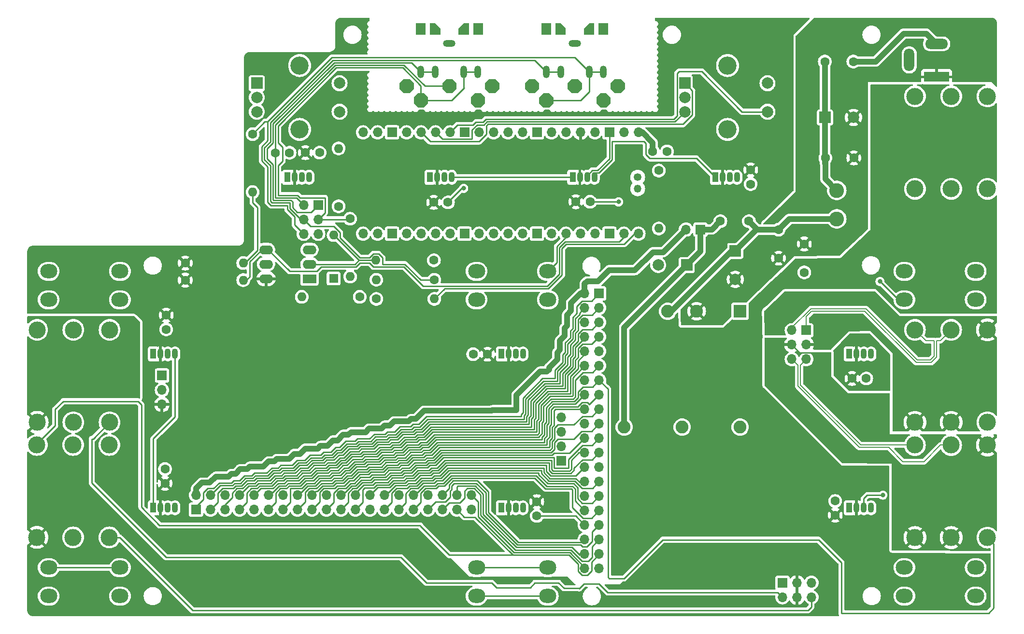
<source format=gtl>
G04 #@! TF.GenerationSoftware,KiCad,Pcbnew,7.0.1.1-36-gbcf78dbe24-dirty-deb11*
G04 #@! TF.CreationDate,2023-04-04T15:18:32+00:00*
G04 #@! TF.ProjectId,pedalboard-hw,70656461-6c62-46f6-9172-642d68772e6b,1.0.2*
G04 #@! TF.SameCoordinates,Original*
G04 #@! TF.FileFunction,Copper,L1,Top*
G04 #@! TF.FilePolarity,Positive*
%FSLAX46Y46*%
G04 Gerber Fmt 4.6, Leading zero omitted, Abs format (unit mm)*
G04 Created by KiCad (PCBNEW 7.0.1.1-36-gbcf78dbe24-dirty-deb11) date 2023-04-04 15:18:32*
%MOMM*%
%LPD*%
G01*
G04 APERTURE LIST*
G04 #@! TA.AperFunction,ComponentPad*
%ADD10C,1.600000*%
G04 #@! TD*
G04 #@! TA.AperFunction,ComponentPad*
%ADD11O,1.200000X2.200000*%
G04 #@! TD*
G04 #@! TA.AperFunction,ComponentPad*
%ADD12O,2.200000X1.200000*%
G04 #@! TD*
G04 #@! TA.AperFunction,ComponentPad*
%ADD13C,3.000000*%
G04 #@! TD*
G04 #@! TA.AperFunction,ComponentPad*
%ADD14R,4.400000X1.800000*%
G04 #@! TD*
G04 #@! TA.AperFunction,ComponentPad*
%ADD15O,4.000000X1.800000*%
G04 #@! TD*
G04 #@! TA.AperFunction,ComponentPad*
%ADD16O,1.800000X4.000000*%
G04 #@! TD*
G04 #@! TA.AperFunction,ComponentPad*
%ADD17O,1.600000X1.600000*%
G04 #@! TD*
G04 #@! TA.AperFunction,ComponentPad*
%ADD18R,1.070000X1.800000*%
G04 #@! TD*
G04 #@! TA.AperFunction,ComponentPad*
%ADD19O,1.070000X1.800000*%
G04 #@! TD*
G04 #@! TA.AperFunction,ComponentPad*
%ADD20R,2.250000X2.250000*%
G04 #@! TD*
G04 #@! TA.AperFunction,ComponentPad*
%ADD21C,2.250000*%
G04 #@! TD*
G04 #@! TA.AperFunction,ComponentPad*
%ADD22R,1.700000X1.700000*%
G04 #@! TD*
G04 #@! TA.AperFunction,ComponentPad*
%ADD23O,1.700000X1.700000*%
G04 #@! TD*
G04 #@! TA.AperFunction,ComponentPad*
%ADD24O,3.000000X2.500000*%
G04 #@! TD*
G04 #@! TA.AperFunction,ComponentPad*
%ADD25R,2.400000X1.600000*%
G04 #@! TD*
G04 #@! TA.AperFunction,ComponentPad*
%ADD26O,2.400000X1.600000*%
G04 #@! TD*
G04 #@! TA.AperFunction,ComponentPad*
%ADD27C,2.600000*%
G04 #@! TD*
G04 #@! TA.AperFunction,ComponentPad*
%ADD28R,1.800000X2.000000*%
G04 #@! TD*
G04 #@! TA.AperFunction,ComponentPad*
%ADD29R,2.000000X2.000000*%
G04 #@! TD*
G04 #@! TA.AperFunction,ComponentPad*
%ADD30C,2.000000*%
G04 #@! TD*
G04 #@! TA.AperFunction,ComponentPad*
%ADD31C,3.200000*%
G04 #@! TD*
G04 #@! TA.AperFunction,ComponentPad*
%ADD32R,1.600000X1.600000*%
G04 #@! TD*
G04 #@! TA.AperFunction,ComponentPad*
%ADD33C,1.350000*%
G04 #@! TD*
G04 #@! TA.AperFunction,ComponentPad*
%ADD34O,1.350000X1.350000*%
G04 #@! TD*
G04 #@! TA.AperFunction,ViaPad*
%ADD35C,0.800000*%
G04 #@! TD*
G04 #@! TA.AperFunction,Conductor*
%ADD36C,0.250000*%
G04 #@! TD*
G04 #@! TA.AperFunction,Conductor*
%ADD37C,0.200000*%
G04 #@! TD*
G04 #@! TA.AperFunction,Conductor*
%ADD38C,1.000000*%
G04 #@! TD*
G04 APERTURE END LIST*
D10*
X126800000Y78300000D03*
X126800000Y75800000D03*
D11*
X101000000Y95500000D03*
X98500000Y95500000D03*
D12*
X96000000Y100500000D03*
D11*
X91000000Y95500000D03*
X93500000Y95500000D03*
D13*
X8050000Y13800000D03*
X8050000Y30030000D03*
X1700000Y13800000D03*
X1700000Y30030000D03*
X14400000Y13800000D03*
X14400000Y30030000D03*
D10*
X139900000Y80400000D03*
X144900000Y80400000D03*
D14*
X159400000Y94600000D03*
D15*
X159400000Y100400000D03*
D16*
X154600000Y97600000D03*
D10*
X110700000Y78180000D03*
D17*
X110700000Y68020000D03*
D18*
X95600000Y77000000D03*
D19*
X96870000Y77000000D03*
X98140000Y77000000D03*
X99410000Y77000000D03*
D13*
X8085000Y34000000D03*
X8085000Y50230000D03*
X1735000Y34000000D03*
X1735000Y50230000D03*
X14435000Y34000000D03*
X14435000Y50230000D03*
D20*
X124960000Y53480000D03*
D21*
X117340000Y53480000D03*
X112260000Y53480000D03*
X104640000Y33160000D03*
X114800000Y33160000D03*
X124960000Y33160000D03*
D13*
X161950000Y30005000D03*
X161950000Y13775000D03*
X168300000Y30005000D03*
X168300000Y13775000D03*
X155600000Y30005000D03*
X155600000Y13775000D03*
D18*
X120600000Y77000000D03*
D19*
X121870000Y77000000D03*
X123140000Y77000000D03*
X124410000Y77000000D03*
D10*
X89310000Y20070000D03*
X89310000Y17570000D03*
D18*
X83100000Y19000000D03*
D19*
X84370000Y19000000D03*
X85640000Y19000000D03*
X86910000Y19000000D03*
D22*
X29590000Y18680000D03*
D23*
X29590000Y21220000D03*
X32130000Y18680000D03*
X32130000Y21220000D03*
X34670000Y18680000D03*
X34670000Y21220000D03*
X37210000Y18680000D03*
X37210000Y21220000D03*
X39750000Y18680000D03*
X39750000Y21220000D03*
X42290000Y18680000D03*
X42290000Y21220000D03*
X44830000Y18680000D03*
X44830000Y21220000D03*
X47370000Y18680000D03*
X47370000Y21220000D03*
X49910000Y18680000D03*
X49910000Y21220000D03*
X52450000Y18680000D03*
X52450000Y21220000D03*
X54990000Y18680000D03*
X54990000Y21220000D03*
X57530000Y18680000D03*
X57530000Y21220000D03*
X60070000Y18680000D03*
X60070000Y21220000D03*
X62610000Y18680000D03*
X62610000Y21220000D03*
X65150000Y18680000D03*
X65150000Y21220000D03*
X67690000Y18680000D03*
X67690000Y21220000D03*
X70230000Y18680000D03*
X70230000Y21220000D03*
X72770000Y18680000D03*
X72770000Y21220000D03*
X75310000Y18680000D03*
X75310000Y21220000D03*
X77850000Y18680000D03*
X77850000Y21220000D03*
D10*
X141620000Y17700000D03*
X141620000Y20200000D03*
X24155000Y23300000D03*
X24155000Y25800000D03*
D24*
X78750000Y60500000D03*
X91250000Y60500000D03*
X78750000Y55500000D03*
X91250000Y55500000D03*
D18*
X22100000Y46000000D03*
D19*
X23370000Y46000000D03*
X24640000Y46000000D03*
X25910000Y46000000D03*
D10*
X54575000Y71895000D03*
D17*
X54575000Y82055000D03*
D25*
X49475000Y59200000D03*
D26*
X49475000Y61740000D03*
X49475000Y64280000D03*
X41855000Y64280000D03*
X41855000Y61740000D03*
X41855000Y59200000D03*
D27*
X141900000Y74700000D03*
X141900000Y69700000D03*
D13*
X161965000Y91200000D03*
X161965000Y74970000D03*
X168315000Y91200000D03*
X168315000Y74970000D03*
X155615000Y91200000D03*
X155615000Y74970000D03*
D10*
X43475000Y81300000D03*
X45975000Y81300000D03*
G04 #@! TA.AperFunction,ComponentPad*
G36*
X89750000Y92482233D02*
G01*
X89017767Y91750000D01*
X87982233Y91750000D01*
X87250000Y92482233D01*
X87250000Y93517767D01*
X87982233Y94250000D01*
X89017767Y94250000D01*
X89750000Y93517767D01*
X89750000Y92482233D01*
G37*
G04 #@! TD.AperFunction*
G04 #@! TA.AperFunction,ComponentPad*
G36*
X96517767Y94250000D02*
G01*
X97250000Y93517767D01*
X97250000Y92482233D01*
X96517767Y91750000D01*
X95482233Y91750000D01*
X94750000Y92482233D01*
X94750000Y93517767D01*
X95482233Y94250000D01*
X96517767Y94250000D01*
G37*
G04 #@! TD.AperFunction*
G04 #@! TA.AperFunction,ComponentPad*
G36*
X104750000Y92482233D02*
G01*
X104017767Y91750000D01*
X102982233Y91750000D01*
X102250000Y92482233D01*
X102250000Y93517767D01*
X102982233Y94250000D01*
X104017767Y94250000D01*
X104750000Y93517767D01*
X104750000Y92482233D01*
G37*
G04 #@! TD.AperFunction*
G04 #@! TA.AperFunction,ComponentPad*
G36*
X92250000Y89982233D02*
G01*
X91517767Y89250000D01*
X90482233Y89250000D01*
X89750000Y89982233D01*
X89750000Y91017767D01*
X90482233Y91750000D01*
X91517767Y91750000D01*
X92250000Y91017767D01*
X92250000Y89982233D01*
G37*
G04 #@! TD.AperFunction*
G04 #@! TA.AperFunction,ComponentPad*
G36*
X102250000Y89982233D02*
G01*
X101517767Y89250000D01*
X100482233Y89250000D01*
X99750000Y89982233D01*
X99750000Y91017767D01*
X100482233Y91750000D01*
X101517767Y91750000D01*
X102250000Y91017767D01*
X102250000Y89982233D01*
G37*
G04 #@! TD.AperFunction*
G04 #@! TA.AperFunction,ComponentPad*
G36*
X99400000Y102000000D02*
G01*
X97600000Y102000000D01*
X97600000Y103100000D01*
X98500000Y104000000D01*
X99400000Y104000000D01*
X99400000Y102000000D01*
G37*
G04 #@! TD.AperFunction*
D28*
X101000000Y103000000D03*
X91000000Y103000000D03*
G04 #@! TA.AperFunction,ComponentPad*
G36*
X94400000Y102000000D02*
G01*
X92600000Y102000000D01*
X92600000Y104000000D01*
X93500000Y104000000D01*
X94400000Y103100000D01*
X94400000Y102000000D01*
G37*
G04 #@! TD.AperFunction*
D18*
X70600000Y77000000D03*
D19*
X71870000Y77000000D03*
X73140000Y77000000D03*
X74410000Y77000000D03*
D29*
X40250000Y93500000D03*
D30*
X40250000Y88500000D03*
X40250000Y91000000D03*
D31*
X47750000Y96600000D03*
X47750000Y85400000D03*
D30*
X54750000Y88500000D03*
X54750000Y93500000D03*
D10*
X48750000Y81325000D03*
X51250000Y81325000D03*
X144570000Y41700000D03*
X147070000Y41700000D03*
D29*
X124100000Y64067677D03*
D30*
X124100000Y59067677D03*
D10*
X58280000Y56020000D03*
D17*
X48120000Y56020000D03*
D29*
X115600000Y61600000D03*
D30*
X110600000Y61600000D03*
D18*
X45600000Y77000000D03*
D19*
X46870000Y77000000D03*
X48140000Y77000000D03*
X49410000Y77000000D03*
D10*
X71250000Y72600000D03*
X73750000Y72600000D03*
D13*
X161950000Y50220000D03*
X161950000Y33990000D03*
X168300000Y50220000D03*
X168300000Y33990000D03*
X155600000Y50220000D03*
X155600000Y33990000D03*
D24*
X3750000Y60500000D03*
X16250000Y60500000D03*
X3750000Y55500000D03*
X16250000Y55500000D03*
D10*
X109650000Y81530000D03*
X112150000Y81530000D03*
X27695000Y61950000D03*
D17*
X37855000Y61950000D03*
D29*
X139832323Y87500000D03*
D30*
X144832323Y87500000D03*
D18*
X144100000Y46000000D03*
D19*
X145370000Y46000000D03*
X146640000Y46000000D03*
X147910000Y46000000D03*
D10*
X61190000Y55660000D03*
D17*
X71350000Y55660000D03*
D18*
X22100000Y19000000D03*
D19*
X23370000Y19000000D03*
X24640000Y19000000D03*
X25910000Y19000000D03*
D10*
X56600000Y69730000D03*
D17*
X56600000Y59570000D03*
D10*
X126500000Y69300000D03*
X121500000Y69300000D03*
D32*
X53700000Y59225000D03*
D17*
X53700000Y66845000D03*
D10*
X96150000Y72700000D03*
X98650000Y72700000D03*
X71280000Y62425000D03*
D17*
X61120000Y62425000D03*
D10*
X144800000Y97300000D03*
X139800000Y97300000D03*
X131700000Y67800000D03*
X131700000Y62800000D03*
D18*
X144100000Y19000000D03*
D19*
X145370000Y19000000D03*
X146640000Y19000000D03*
X147910000Y19000000D03*
D24*
X153750000Y8500000D03*
X166250000Y8500000D03*
X153750000Y3500000D03*
X166250000Y3500000D03*
X153750000Y60500000D03*
X166250000Y60500000D03*
X153750000Y55500000D03*
X166250000Y55500000D03*
D10*
X80670000Y45950000D03*
X78170000Y45950000D03*
D24*
X3750000Y8500000D03*
X16250000Y8500000D03*
X3750000Y3500000D03*
X16250000Y3500000D03*
D10*
X71350000Y59020000D03*
D17*
X61190000Y59020000D03*
D29*
X115250000Y93500000D03*
D30*
X115250000Y88500000D03*
X115250000Y91000000D03*
D31*
X122750000Y96600000D03*
X122750000Y85400000D03*
D30*
X129750000Y88500000D03*
X129750000Y93500000D03*
D10*
X27695000Y58950000D03*
D17*
X37855000Y58950000D03*
D24*
X78750000Y8500000D03*
X91250000Y8500000D03*
X78750000Y3500000D03*
X91250000Y3500000D03*
D10*
X136200000Y60300000D03*
X136200000Y65300000D03*
G04 #@! TA.AperFunction,ComponentPad*
G36*
X67755500Y92482233D02*
G01*
X67023267Y91750000D01*
X65987733Y91750000D01*
X65255500Y92482233D01*
X65255500Y93517767D01*
X65987733Y94250000D01*
X67023267Y94250000D01*
X67755500Y93517767D01*
X67755500Y92482233D01*
G37*
G04 #@! TD.AperFunction*
G04 #@! TA.AperFunction,ComponentPad*
G36*
X74523267Y94250000D02*
G01*
X75255500Y93517767D01*
X75255500Y92482233D01*
X74523267Y91750000D01*
X73487733Y91750000D01*
X72755500Y92482233D01*
X72755500Y93517767D01*
X73487733Y94250000D01*
X74523267Y94250000D01*
G37*
G04 #@! TD.AperFunction*
G04 #@! TA.AperFunction,ComponentPad*
G36*
X82755500Y92482233D02*
G01*
X82023267Y91750000D01*
X80987733Y91750000D01*
X80255500Y92482233D01*
X80255500Y93517767D01*
X80987733Y94250000D01*
X82023267Y94250000D01*
X82755500Y93517767D01*
X82755500Y92482233D01*
G37*
G04 #@! TD.AperFunction*
G04 #@! TA.AperFunction,ComponentPad*
G36*
X70255500Y89982233D02*
G01*
X69523267Y89250000D01*
X68487733Y89250000D01*
X67755500Y89982233D01*
X67755500Y91017767D01*
X68487733Y91750000D01*
X69523267Y91750000D01*
X70255500Y91017767D01*
X70255500Y89982233D01*
G37*
G04 #@! TD.AperFunction*
G04 #@! TA.AperFunction,ComponentPad*
G36*
X80255500Y89982233D02*
G01*
X79523267Y89250000D01*
X78487733Y89250000D01*
X77755500Y89982233D01*
X77755500Y91017767D01*
X78487733Y91750000D01*
X79523267Y91750000D01*
X80255500Y91017767D01*
X80255500Y89982233D01*
G37*
G04 #@! TD.AperFunction*
G04 #@! TA.AperFunction,ComponentPad*
G36*
X77405500Y102000000D02*
G01*
X75605500Y102000000D01*
X75605500Y103100000D01*
X76505500Y104000000D01*
X77405500Y104000000D01*
X77405500Y102000000D01*
G37*
G04 #@! TD.AperFunction*
D28*
X79005500Y103000000D03*
X69005500Y103000000D03*
G04 #@! TA.AperFunction,ComponentPad*
G36*
X72405500Y102000000D02*
G01*
X70605500Y102000000D01*
X70605500Y104000000D01*
X71505500Y104000000D01*
X72405500Y103100000D01*
X72405500Y102000000D01*
G37*
G04 #@! TD.AperFunction*
D10*
X24355000Y52800000D03*
X24355000Y50300000D03*
D18*
X83100000Y46000000D03*
D19*
X84370000Y46000000D03*
X85640000Y46000000D03*
X86910000Y46000000D03*
D10*
X39500000Y84555000D03*
D17*
X39500000Y74395000D03*
D11*
X79000000Y95500000D03*
X76500000Y95500000D03*
D12*
X74000000Y100500000D03*
D11*
X69000000Y95500000D03*
X71500000Y95500000D03*
D22*
X93625000Y27220000D03*
D23*
X93625000Y29760000D03*
X93625000Y32300000D03*
X93625000Y34840000D03*
D22*
X118000000Y67825000D03*
D23*
X115460000Y67825000D03*
D33*
X107000000Y77000000D03*
D34*
X107000000Y75000000D03*
D23*
X107130000Y67110000D03*
X104590000Y67110000D03*
D22*
X102050000Y67110000D03*
D23*
X99510000Y67110000D03*
X96970000Y67110000D03*
X94430000Y67110000D03*
X91890000Y67110000D03*
D22*
X89350000Y67110000D03*
D23*
X86810000Y67110000D03*
X84270000Y67110000D03*
X81730000Y67110000D03*
X79190000Y67110000D03*
D22*
X76650000Y67110000D03*
D23*
X74110000Y67110000D03*
X71570000Y67110000D03*
X69030000Y67110000D03*
X66490000Y67110000D03*
D22*
X63950000Y67110000D03*
D23*
X61410000Y67110000D03*
X58870000Y67110000D03*
X58870000Y84890000D03*
X61410000Y84890000D03*
D22*
X63950000Y84890000D03*
D23*
X66490000Y84890000D03*
X69030000Y84890000D03*
X71570000Y84890000D03*
X74110000Y84890000D03*
D22*
X76650000Y84890000D03*
D23*
X79190000Y84890000D03*
X81730000Y84890000D03*
X84270000Y84890000D03*
X86810000Y84890000D03*
D22*
X89350000Y84890000D03*
D23*
X91890000Y84890000D03*
X94430000Y84890000D03*
X96970000Y84890000D03*
X99510000Y84890000D03*
D22*
X102050000Y84890000D03*
D23*
X104590000Y84890000D03*
X107130000Y84890000D03*
D22*
X23615000Y42210000D03*
D23*
X23615000Y39670000D03*
X23615000Y37130000D03*
D22*
X100250000Y56624400D03*
D23*
X97710000Y56624400D03*
X100250000Y54084400D03*
X97710000Y54084400D03*
X100250000Y51544400D03*
X97710000Y51544400D03*
X100250000Y49004400D03*
X97710000Y49004400D03*
X100250000Y46464400D03*
X97710000Y46464400D03*
X100250000Y43924400D03*
X97710000Y43924400D03*
X100250000Y41384400D03*
X97710000Y41384400D03*
X100250000Y38844400D03*
X97710000Y38844400D03*
X100250000Y36304400D03*
X97710000Y36304400D03*
X100250000Y33764400D03*
X97710000Y33764400D03*
X100250000Y31224400D03*
X97710000Y31224400D03*
X100250000Y28684400D03*
X97710000Y28684400D03*
X100250000Y26144400D03*
X97710000Y26144400D03*
X100250000Y23604400D03*
X97710000Y23604400D03*
X100250000Y21064400D03*
X97710000Y21064400D03*
X100250000Y18524400D03*
X97710000Y18524400D03*
X100250000Y15984400D03*
X97710000Y15984400D03*
X100250000Y13444400D03*
X97710000Y13444400D03*
X100250000Y10904400D03*
X97710000Y10904400D03*
X100250000Y8364400D03*
X97710000Y8364400D03*
D22*
X136555000Y50154400D03*
D23*
X134015000Y50154400D03*
X136555000Y47614400D03*
X134015000Y47614400D03*
X136555000Y45074400D03*
X134015000Y45074400D03*
D22*
X132380000Y5849400D03*
D23*
X132380000Y3309400D03*
X134920000Y5849400D03*
X134920000Y3309400D03*
X137460000Y5849400D03*
X137460000Y3309400D03*
D22*
X51000000Y72150000D03*
D23*
X48460000Y72150000D03*
X51000000Y69610000D03*
X48460000Y69610000D03*
X51000000Y67070000D03*
X48460000Y67070000D03*
D35*
X149976800Y21215600D03*
X149468800Y58706000D03*
X76500000Y75050000D03*
X103650000Y72676000D03*
X158800000Y31200000D03*
D36*
X147233600Y21215600D02*
X146640000Y20622000D01*
X76200000Y75050000D02*
X76500000Y75050000D01*
X78750000Y3500000D02*
X91250000Y3500000D01*
X149468800Y58706000D02*
X152674800Y55500000D01*
X149976800Y21215600D02*
X147233600Y21215600D01*
X73750000Y72600000D02*
X76200000Y75050000D01*
X99053776Y78225000D02*
X99998604Y78225000D01*
X146640000Y20622000D02*
X146640000Y19000000D01*
X96124400Y17570000D02*
X97710000Y15984400D01*
X89310000Y17570000D02*
X96124400Y17570000D01*
X102050000Y80276396D02*
X102050000Y84890000D01*
X103626000Y72700000D02*
X103650000Y72676000D01*
X98140000Y77311224D02*
X99053776Y78225000D01*
X99998604Y78225000D02*
X102050000Y80276396D01*
X98650000Y72700000D02*
X103626000Y72700000D01*
X74410000Y77000000D02*
X95600000Y77000000D01*
X99410000Y77000000D02*
X99410000Y77775000D01*
X108425000Y81022588D02*
X109142588Y80305000D01*
X109142588Y80305000D02*
X117295000Y80305000D01*
X102500000Y83300000D02*
X108083604Y83300000D01*
X102500000Y80090000D02*
X102500000Y83300000D01*
X108083604Y83300000D02*
X108425000Y82958604D01*
X99410000Y77775000D02*
X100185000Y77775000D01*
X100185000Y77775000D02*
X102500000Y80090000D01*
X117295000Y80305000D02*
X120600000Y77000000D01*
X108425000Y82958604D02*
X108425000Y81022588D01*
X22100000Y19000000D02*
X22100000Y31130000D01*
X25910000Y46000000D02*
X25910000Y34940000D01*
X22100000Y31130000D02*
X25910000Y34940000D01*
X53700000Y66845000D02*
X58120000Y62425000D01*
X49475000Y61740000D02*
X57435000Y61740000D01*
X57435000Y61740000D02*
X58120000Y62425000D01*
X61120000Y62425000D02*
X58120000Y62425000D01*
X57621396Y61290000D02*
X58306396Y61975000D01*
X59995000Y61959009D02*
X60664009Y61290000D01*
X69418604Y57895000D02*
X91155000Y57895000D01*
X38980000Y59550000D02*
X38980000Y62180000D01*
X38380000Y58950000D02*
X38980000Y59550000D01*
X50730000Y60510000D02*
X51510000Y61290000D01*
X60664009Y61290000D02*
X66023604Y61290000D01*
X94293604Y65700000D02*
X103760000Y65700000D01*
X59995000Y61975000D02*
X59995000Y61959009D01*
X38980000Y62180000D02*
X41080000Y64280000D01*
X58306396Y61975000D02*
X59995000Y61975000D01*
X51510000Y61290000D02*
X57621396Y61290000D01*
X91155000Y57895000D02*
X93280698Y60020698D01*
X45995000Y60510000D02*
X50730000Y60510000D01*
X93280698Y60020698D02*
X93280698Y64687094D01*
X93280698Y64687094D02*
X94293604Y65700000D01*
X66023604Y61290000D02*
X69418604Y57895000D01*
X42225000Y64280000D02*
X45995000Y60510000D01*
X103760000Y65700000D02*
X104590000Y66530000D01*
X94480000Y65250000D02*
X93730698Y64500698D01*
X73090000Y57445000D02*
X73090000Y57400000D01*
X104610000Y65250000D02*
X94480000Y65250000D01*
X93730698Y64500698D02*
X93730698Y59834302D01*
X91341396Y57445000D02*
X73090000Y57445000D01*
X93730698Y59834302D02*
X91341396Y57445000D01*
X106470000Y67110000D02*
X104610000Y65250000D01*
X73090000Y57400000D02*
X71350000Y55660000D01*
X90327648Y41704400D02*
X92484998Y41704400D01*
X33623604Y23350000D02*
X35769111Y23350000D01*
X57414872Y30690000D02*
X57848069Y31123197D01*
X39356624Y24645000D02*
X39809822Y25098198D01*
X96343604Y54379705D02*
X97263899Y55300000D01*
X92484998Y43154170D02*
X93835000Y44504172D01*
X94285000Y46312564D02*
X94285000Y47948681D01*
X95635000Y52403893D02*
X96343604Y53112497D01*
X70003704Y35000000D02*
X86600000Y35000000D01*
X68648704Y33645000D02*
X70003704Y35000000D01*
X57848069Y31123197D02*
X60027180Y31123197D01*
X36229111Y23810000D02*
X37254416Y23810000D01*
X42852131Y25995000D02*
X43987436Y25995000D01*
X55844872Y30690000D02*
X57414872Y30690000D01*
X86600000Y35384849D02*
X86900000Y35684849D01*
X97263899Y55300000D02*
X98925600Y55300000D01*
X41955329Y25098198D02*
X42852131Y25995000D01*
X51443755Y28245000D02*
X51933555Y28734800D01*
X51933555Y28734800D02*
X53200763Y28734800D01*
X29590000Y19160000D02*
X30900000Y20470000D01*
X98925600Y55300000D02*
X100250000Y56624400D01*
X92484998Y41704400D02*
X92484998Y43154170D01*
X44437436Y26445000D02*
X46429440Y26445000D01*
X67623399Y33645000D02*
X68648704Y33645000D01*
X46429440Y26445000D02*
X47329440Y27345000D01*
X93835000Y44504172D02*
X93835000Y45862564D01*
X37254416Y23810000D02*
X38089416Y24645000D01*
X67207447Y33229048D02*
X67623399Y33645000D01*
X94285000Y47948681D02*
X95185000Y48848681D01*
X30900000Y21651701D02*
X31643299Y22395000D01*
X39809822Y25098198D02*
X41955329Y25098198D01*
X95185000Y50050289D02*
X95635000Y50500289D01*
X86900000Y38276752D02*
X90327648Y41704400D01*
X95635000Y50500289D02*
X95635000Y52403893D01*
X93835000Y45862564D02*
X94285000Y46312564D01*
X31643299Y22395000D02*
X32668604Y22395000D01*
X54060963Y29595000D02*
X54749872Y29595000D01*
X60803983Y31900000D02*
X62707587Y31900000D01*
X54749872Y29595000D02*
X55844872Y30690000D01*
X47329440Y27345000D02*
X48640151Y27345000D01*
X38089416Y24645000D02*
X39356624Y24645000D01*
X96343604Y53112497D02*
X96343604Y54379705D01*
X35769111Y23350000D02*
X36229111Y23810000D01*
X32668604Y22395000D02*
X33623604Y23350000D01*
X64369795Y32295000D02*
X65303843Y33229048D01*
X63102587Y32295000D02*
X64369795Y32295000D01*
X60027180Y31123197D02*
X60803983Y31900000D01*
X30900000Y20470000D02*
X30900000Y21651701D01*
X49540151Y28245000D02*
X51443755Y28245000D01*
X65303843Y33229048D02*
X67207447Y33229048D01*
X48640151Y27345000D02*
X49540151Y28245000D01*
X95185000Y48848681D02*
X95185000Y50115889D01*
X43987436Y25995000D02*
X44437436Y26445000D01*
X86900000Y35684849D02*
X86900000Y38276752D01*
X62707587Y31900000D02*
X63102587Y32295000D01*
X86600000Y35000000D02*
X86600000Y35384849D01*
X53200763Y28734800D02*
X54060963Y29595000D01*
X67580239Y32329048D02*
X67996191Y32745000D01*
X67996191Y32745000D02*
X69021496Y32745000D01*
X54433755Y28695000D02*
X55122664Y28695000D01*
X39729416Y23745000D02*
X40182614Y24198198D01*
X49012943Y26445000D02*
X49912943Y27345000D01*
X87800000Y35312057D02*
X87800000Y37903960D01*
X97348299Y52844400D02*
X99010000Y52844400D01*
X96535000Y52031101D02*
X97348299Y52844400D01*
X42328121Y24198198D02*
X43224923Y25095000D01*
X44810228Y25545000D02*
X46802232Y25545000D01*
X40182614Y24198198D02*
X42328121Y24198198D01*
X53573555Y27834800D02*
X54433755Y28695000D01*
X70376496Y34100000D02*
X87500000Y34100000D01*
X69021496Y32745000D02*
X70376496Y34100000D01*
X34238299Y22450000D02*
X36141903Y22450000D01*
X93384998Y40804400D02*
X93384998Y42781378D01*
X33390800Y19940800D02*
X33390800Y21602501D01*
X49912943Y27345000D02*
X51816547Y27345000D01*
X36141903Y22450000D02*
X36536903Y22845000D01*
X96085000Y49677497D02*
X96535000Y50127497D01*
X87500000Y34100000D02*
X87500000Y35012057D01*
X44360228Y25095000D02*
X44810228Y25545000D01*
X61176775Y31000000D02*
X63080379Y31000000D01*
X96535000Y50127497D02*
X96535000Y52031101D01*
X52306347Y27834800D02*
X53573555Y27834800D01*
X93384998Y42781378D02*
X94735000Y44131380D01*
X55122664Y28695000D02*
X56217664Y29790000D01*
X99010000Y52844400D02*
X100250000Y54084400D01*
X38462208Y23745000D02*
X39729416Y23745000D01*
X95185000Y47575889D02*
X96085000Y48475889D01*
X33390800Y21602501D02*
X34238299Y22450000D01*
X63080379Y31000000D02*
X63475379Y31395000D01*
X87500000Y35012057D02*
X87800000Y35312057D01*
X94735000Y44131380D02*
X94735000Y45489772D01*
X63475379Y31395000D02*
X64742587Y31395000D01*
X43224923Y25095000D02*
X44360228Y25095000D01*
X57787664Y29790000D02*
X58220861Y30223197D01*
X94735000Y45489772D02*
X95185000Y45939772D01*
X36536903Y22845000D02*
X37562208Y22845000D01*
X96085000Y48475889D02*
X96085000Y49677497D01*
X56217664Y29790000D02*
X57787664Y29790000D01*
X60399972Y30223197D02*
X61176775Y31000000D01*
X64742587Y31395000D02*
X65676635Y32329048D01*
X37562208Y22845000D02*
X38462208Y23745000D01*
X51816547Y27345000D02*
X52306347Y27834800D01*
X46802232Y25545000D02*
X47702232Y26445000D01*
X58220861Y30223197D02*
X60399972Y30223197D01*
X32130000Y18680000D02*
X33390800Y19940800D01*
X47702232Y26445000D02*
X49012943Y26445000D01*
X87800000Y37903960D02*
X90700440Y40804400D01*
X95185000Y45939772D02*
X95185000Y47575889D01*
X90700440Y40804400D02*
X93384998Y40804400D01*
X65676635Y32329048D02*
X67580239Y32329048D01*
X52492743Y27384800D02*
X53759951Y27384800D01*
X95635000Y45753376D02*
X95635000Y47323893D01*
X90886836Y40354400D02*
X93834998Y40354400D01*
X97328299Y50284400D02*
X98990000Y50284400D01*
X95185000Y45303376D02*
X95635000Y45753376D01*
X88250000Y35125661D02*
X88250000Y37717564D01*
X36723299Y22395000D02*
X37748604Y22395000D01*
X69207892Y32295000D02*
X70562892Y33650000D01*
X64928983Y30945000D02*
X65863031Y31879048D01*
X52002943Y26895000D02*
X52492743Y27384800D01*
X57974060Y29340000D02*
X58407257Y29773197D01*
X50099339Y26895000D02*
X52002943Y26895000D01*
X68182587Y32295000D02*
X69207892Y32295000D01*
X53759951Y27384800D02*
X54620151Y28245000D01*
X44546624Y24645000D02*
X44996624Y25095000D01*
X63661775Y30945000D02*
X64928983Y30945000D01*
X35930800Y21602501D02*
X36723299Y22395000D01*
X95635000Y47323893D02*
X96535000Y48223893D01*
X95185000Y43944984D02*
X95185000Y45303376D01*
X34670000Y18680000D02*
X34670000Y19558299D01*
X43411319Y24645000D02*
X44546624Y24645000D01*
X60586368Y29773197D02*
X61363171Y30550000D01*
X47888628Y25995000D02*
X49199339Y25995000D01*
X88250000Y37717564D02*
X90886836Y40354400D01*
X93834998Y40354400D02*
X93834998Y42594982D01*
X38648604Y23295000D02*
X39915812Y23295000D01*
X87950000Y33650000D02*
X87950000Y34825661D01*
X96535000Y48223893D02*
X96535000Y49491101D01*
X58407257Y29773197D02*
X60586368Y29773197D01*
X34670000Y19558299D02*
X35930800Y20819099D01*
X65863031Y31879048D02*
X67766635Y31879048D01*
X44996624Y25095000D02*
X46988628Y25095000D01*
X93834998Y42594982D02*
X95185000Y43944984D01*
X54620151Y28245000D02*
X55309060Y28245000D01*
X63266775Y30550000D02*
X63661775Y30945000D01*
X61363171Y30550000D02*
X63266775Y30550000D01*
X49199339Y25995000D02*
X50099339Y26895000D01*
X56404060Y29340000D02*
X57974060Y29340000D01*
X39915812Y23295000D02*
X40369010Y23748198D01*
X55309060Y28245000D02*
X56404060Y29340000D01*
X67766635Y31879048D02*
X68182587Y32295000D01*
X40369010Y23748198D02*
X42514517Y23748198D01*
X46988628Y25095000D02*
X47888628Y25995000D01*
X35930800Y20819099D02*
X35930800Y21602501D01*
X70562892Y33650000D02*
X87950000Y33650000D01*
X42514517Y23748198D02*
X43411319Y24645000D01*
X37748604Y22395000D02*
X38648604Y23295000D01*
X87950000Y34825661D02*
X88250000Y35125661D01*
X96535000Y49491101D02*
X97328299Y50284400D01*
X98990000Y50284400D02*
X100250000Y51544400D01*
X50472131Y25995000D02*
X52375735Y25995000D01*
X39263299Y22395000D02*
X40288604Y22395000D01*
X96535000Y45380584D02*
X96535000Y46951101D01*
X58780049Y28873197D02*
X60959160Y28873197D01*
X63639567Y29650000D02*
X64034567Y30045000D01*
X98970000Y47724400D02*
X100250000Y49004400D01*
X56776852Y28440000D02*
X58346852Y28440000D01*
X47361420Y24195000D02*
X48261420Y25095000D01*
X44919416Y23745000D02*
X45369416Y24195000D01*
X66235823Y30979048D02*
X68139427Y30979048D01*
X96085000Y44930584D02*
X96535000Y45380584D01*
X49572131Y25095000D02*
X50472131Y25995000D01*
X58346852Y28440000D02*
X58780049Y28873197D01*
X43784111Y23745000D02*
X44919416Y23745000D01*
X40738604Y22845000D02*
X42884111Y22845000D01*
X68139427Y30979048D02*
X68555379Y31395000D01*
X69580684Y31395000D02*
X70935684Y32750000D01*
X52375735Y25995000D02*
X52865535Y26484800D01*
X96535000Y46951101D02*
X97308299Y47724400D01*
X89150000Y37344772D02*
X91259628Y39454400D01*
X88850000Y34452869D02*
X89150000Y34752869D01*
X89150000Y34752869D02*
X89150000Y37344772D01*
X54992943Y27345000D02*
X55681852Y27345000D01*
X60959160Y28873197D02*
X61735963Y29650000D01*
X61735963Y29650000D02*
X63639567Y29650000D01*
X97308299Y47724400D02*
X98970000Y47724400D01*
X65301775Y30045000D02*
X66235823Y30979048D01*
X70935684Y32750000D02*
X88850000Y32750000D01*
X37210000Y18680000D02*
X38470800Y19940800D01*
X38470800Y21602501D02*
X39263299Y22395000D01*
X91259628Y39454400D02*
X94734998Y39454400D01*
X54132743Y26484800D02*
X54992943Y27345000D01*
X42884111Y22845000D02*
X43784111Y23745000D01*
X64034567Y30045000D02*
X65301775Y30045000D01*
X68555379Y31395000D02*
X69580684Y31395000D01*
X40288604Y22395000D02*
X40738604Y22845000D01*
X52865535Y26484800D02*
X54132743Y26484800D01*
X88850000Y32750000D02*
X88850000Y34452869D01*
X96085000Y43572192D02*
X96085000Y44930584D01*
X55681852Y27345000D02*
X56776852Y28440000D01*
X45369416Y24195000D02*
X47361420Y24195000D01*
X94734998Y42222190D02*
X96085000Y43572192D01*
X94734998Y39454400D02*
X94734998Y42222190D01*
X48261420Y25095000D02*
X49572131Y25095000D01*
X38470800Y19940800D02*
X38470800Y21602501D01*
X53946347Y26934800D02*
X54806547Y27795000D01*
X61549567Y30100000D02*
X63453171Y30100000D01*
X63848171Y30495000D02*
X65115379Y30495000D01*
X40102208Y22845000D02*
X40555406Y23298198D01*
X52189339Y26445000D02*
X52679139Y26934800D01*
X47175024Y24645000D02*
X48075024Y25545000D01*
X37210000Y21220000D02*
X38835000Y22845000D01*
X88400000Y34639265D02*
X88700000Y34939265D01*
X95635000Y45116980D02*
X96085000Y45566980D01*
X95635000Y43758588D02*
X95635000Y45116980D01*
X88700000Y37531168D02*
X91073232Y39904400D01*
X49385735Y25545000D02*
X50285735Y26445000D01*
X43597715Y24195000D02*
X44733020Y24195000D01*
X40555406Y23298198D02*
X42700913Y23298198D01*
X60772764Y29323197D02*
X61549567Y30100000D01*
X45183020Y24645000D02*
X47175024Y24645000D01*
X67953031Y31429048D02*
X68368983Y31845000D01*
X38835000Y22845000D02*
X40102208Y22845000D01*
X94284998Y42408586D02*
X95635000Y43758588D01*
X88700000Y34939265D02*
X88700000Y37531168D01*
X69394288Y31845000D02*
X70749288Y33200000D01*
X54806547Y27795000D02*
X55495456Y27795000D01*
X91073232Y39904400D02*
X94284998Y39904400D01*
X48075024Y25545000D02*
X49385735Y25545000D01*
X58160456Y28890000D02*
X58593653Y29323197D01*
X68368983Y31845000D02*
X69394288Y31845000D01*
X96085000Y45566980D02*
X96085000Y47137497D01*
X65115379Y30495000D02*
X66049427Y31429048D01*
X88400000Y33200000D02*
X88400000Y34639265D01*
X44733020Y24195000D02*
X45183020Y24645000D01*
X66049427Y31429048D02*
X67953031Y31429048D01*
X50285735Y26445000D02*
X52189339Y26445000D01*
X70749288Y33200000D02*
X88400000Y33200000D01*
X63453171Y30100000D02*
X63848171Y30495000D01*
X58593653Y29323197D02*
X60772764Y29323197D01*
X94284998Y39904400D02*
X94284998Y42408586D01*
X55495456Y27795000D02*
X56590456Y28890000D01*
X42700913Y23298198D02*
X43597715Y24195000D01*
X52679139Y26934800D02*
X53946347Y26934800D01*
X56590456Y28890000D02*
X58160456Y28890000D01*
X96085000Y47137497D02*
X97710000Y48762497D01*
X71122080Y32300000D02*
X89237131Y32300000D01*
X68325823Y30529048D02*
X68741775Y30945000D01*
X43070507Y22395000D02*
X43970507Y23295000D01*
X95184998Y39004400D02*
X95184998Y42035794D01*
X65488171Y29595000D02*
X66422219Y30529048D01*
X61145556Y28423197D02*
X61922359Y29200000D01*
X68741775Y30945000D02*
X69767080Y30945000D01*
X39750000Y21220000D02*
X40925000Y22395000D01*
X96560952Y43411748D02*
X96535000Y43437699D01*
X56963248Y27990000D02*
X58533248Y27990000D01*
X89300000Y32362869D02*
X89300000Y34266473D01*
X45105812Y23295000D02*
X45555812Y23745000D01*
X69767080Y30945000D02*
X71122080Y32300000D01*
X45555812Y23745000D02*
X47547816Y23745000D01*
X89237131Y32300000D02*
X89300000Y32362869D01*
X63825963Y29200000D02*
X64220963Y29595000D01*
X50658527Y25545000D02*
X52562131Y25545000D01*
X91446024Y39004400D02*
X95184998Y39004400D01*
X40925000Y22395000D02*
X43070507Y22395000D01*
X58533248Y27990000D02*
X58966445Y28423197D01*
X55179339Y26895000D02*
X55868248Y26895000D01*
X66422219Y30529048D02*
X68325823Y30529048D01*
X89300000Y34266473D02*
X89600000Y34566473D01*
X89600000Y37158376D02*
X91446024Y39004400D01*
X48447816Y24645000D02*
X49758527Y24645000D01*
X52562131Y25545000D02*
X53051931Y26034800D01*
X95184998Y42035794D02*
X96560952Y43411748D01*
X49758527Y24645000D02*
X50658527Y25545000D01*
X53051931Y26034800D02*
X54319139Y26034800D01*
X96535000Y43437699D02*
X96535000Y44744188D01*
X43970507Y23295000D02*
X45105812Y23295000D01*
X64220963Y29595000D02*
X65488171Y29595000D01*
X55868248Y26895000D02*
X56963248Y27990000D01*
X89600000Y34566473D02*
X89600000Y37158376D01*
X47547816Y23745000D02*
X48447816Y24645000D01*
X54319139Y26034800D02*
X55179339Y26895000D01*
X96535000Y44744188D02*
X97710000Y45919188D01*
X58966445Y28423197D02*
X61145556Y28423197D01*
X61922359Y29200000D02*
X63825963Y29200000D01*
X45316701Y22395000D02*
X45327701Y22384000D01*
X45327701Y22384000D02*
X45467604Y22384000D01*
X95697208Y38104400D02*
X96084998Y38492190D01*
X64198755Y28300000D02*
X64593755Y28695000D01*
X58906040Y27090000D02*
X59339237Y27523197D01*
X54691931Y25134800D02*
X55552131Y25995000D01*
X68698615Y29629048D02*
X69114567Y30045000D01*
X62295151Y28300000D02*
X64198755Y28300000D01*
X61518348Y27523197D02*
X62295151Y28300000D01*
X89750000Y31540077D02*
X90200000Y31990077D01*
X44343299Y22395000D02*
X45316701Y22395000D01*
X48820608Y23745000D02*
X50131319Y23745000D01*
X52934923Y24645000D02*
X53424723Y25134800D01*
X90200000Y33893681D02*
X90500000Y34193681D01*
X96084998Y41421099D02*
X97413299Y42749400D01*
X90500000Y34193681D02*
X90500000Y36785584D01*
X53424723Y25134800D02*
X54691931Y25134800D01*
X97413299Y42749400D02*
X99075000Y42749400D01*
X64593755Y28695000D02*
X65860963Y28695000D01*
X57336040Y27090000D02*
X58906040Y27090000D01*
X56241040Y25995000D02*
X57336040Y27090000D01*
X90500000Y36785584D02*
X91818816Y38104400D01*
X59339237Y27523197D02*
X61518348Y27523197D01*
X43550800Y19940800D02*
X43550800Y21602501D01*
X90200000Y31990077D02*
X90200000Y33893681D01*
X99075000Y42749400D02*
X100250000Y43924400D01*
X50131319Y23745000D02*
X51031319Y24645000D01*
X55552131Y25995000D02*
X56241040Y25995000D01*
X45467604Y22384000D02*
X45928604Y22845000D01*
X71494872Y31400000D02*
X89750000Y31400000D01*
X43550800Y21602501D02*
X44343299Y22395000D01*
X70139872Y30045000D02*
X71494872Y31400000D01*
X65860963Y28695000D02*
X66795011Y29629048D01*
X91818816Y38104400D02*
X95697208Y38104400D01*
X89750000Y31400000D02*
X89750000Y31540077D01*
X42290000Y18680000D02*
X43550800Y19940800D01*
X69114567Y30045000D02*
X70139872Y30045000D01*
X51031319Y24645000D02*
X52934923Y24645000D01*
X45928604Y22845000D02*
X47920608Y22845000D01*
X96084998Y38492190D02*
X96084998Y41421099D01*
X66795011Y29629048D02*
X68698615Y29629048D01*
X47920608Y22845000D02*
X48820608Y23745000D01*
X53238327Y25584800D02*
X54505535Y25584800D01*
X57149644Y27540000D02*
X58719644Y27540000D01*
X48634212Y24195000D02*
X49944923Y24195000D01*
X59152841Y27973197D02*
X61331952Y27973197D01*
X58719644Y27540000D02*
X59152841Y27973197D01*
X61331952Y27973197D02*
X62108755Y28750000D01*
X55365735Y26445000D02*
X56054644Y26445000D01*
X69953476Y30495000D02*
X71308476Y31850000D01*
X42531903Y21220000D02*
X44156903Y22845000D01*
X45742208Y23295000D02*
X47734212Y23295000D01*
X64407359Y29145000D02*
X65674567Y29145000D01*
X54505535Y25584800D02*
X55365735Y26445000D01*
X47734212Y23295000D02*
X48634212Y24195000D01*
X89423527Y31850000D02*
X89750000Y32176473D01*
X45292208Y22845000D02*
X45742208Y23295000D01*
X56054644Y26445000D02*
X57149644Y27540000D01*
X52748527Y25095000D02*
X53238327Y25584800D01*
X89750000Y34080077D02*
X90050000Y34380077D01*
X95510812Y38554400D02*
X95634998Y38678586D01*
X71308476Y31850000D02*
X89423527Y31850000D01*
X64012359Y28750000D02*
X64407359Y29145000D01*
X66608615Y30079048D02*
X68512219Y30079048D01*
X90050000Y36971980D02*
X91632420Y38554400D01*
X62108755Y28750000D02*
X64012359Y28750000D01*
X68928171Y30495000D02*
X69953476Y30495000D01*
X68512219Y30079048D02*
X68928171Y30495000D01*
X95634998Y38678586D02*
X95634998Y41849398D01*
X95634998Y41849398D02*
X97710000Y43924400D01*
X49944923Y24195000D02*
X50844923Y25095000D01*
X50844923Y25095000D02*
X52748527Y25095000D01*
X90050000Y34380077D02*
X90050000Y36971980D01*
X89750000Y32176473D02*
X89750000Y34080077D01*
X44156903Y22845000D02*
X45292208Y22845000D01*
X65674567Y29145000D02*
X66608615Y30079048D01*
X91632420Y38554400D02*
X95510812Y38554400D01*
X46115000Y22395000D02*
X48107004Y22395000D01*
X61704744Y27073197D02*
X62481547Y27850000D01*
X57522436Y26640000D02*
X59092436Y26640000D01*
X142700000Y9400000D02*
X142700000Y500000D01*
X90650000Y33707285D02*
X90950000Y34007285D01*
X68885011Y29179048D02*
X69300963Y29595000D01*
X90950000Y34007285D02*
X90950000Y36599188D01*
X44830000Y18680000D02*
X46090800Y19940800D01*
X169400000Y1400000D02*
X169400000Y12675000D01*
X71681268Y30950000D02*
X90200000Y30950000D01*
X96560952Y38331748D02*
X96535000Y38357699D01*
X99075000Y40209400D02*
X100250000Y41384400D01*
X90200000Y31353681D02*
X90650000Y31803681D01*
X104600000Y6600000D02*
X111400000Y13400000D01*
X46090800Y19940800D02*
X46090800Y22370800D01*
X96535000Y38357699D02*
X96535000Y39331101D01*
X59525633Y27073197D02*
X61704744Y27073197D01*
X95883604Y37654400D02*
X96560952Y38331748D01*
X66981407Y29179048D02*
X68885011Y29179048D01*
X46090800Y22370800D02*
X46115000Y22395000D01*
X69300963Y29595000D02*
X70326268Y29595000D01*
X111400000Y13400000D02*
X138700000Y13400000D01*
X49007004Y23295000D02*
X50317715Y23295000D01*
X90650000Y31803681D02*
X90650000Y33707285D01*
X142700000Y500000D02*
X168500000Y500000D01*
X64780151Y28245000D02*
X66047359Y28245000D01*
X100250000Y41384400D02*
X101800000Y39834400D01*
X70326268Y29595000D02*
X71681268Y30950000D01*
X92005212Y37654400D02*
X95883604Y37654400D01*
X102000000Y6600000D02*
X104600000Y6600000D01*
X59092436Y26640000D02*
X59525633Y27073197D01*
X54878327Y24684800D02*
X55738527Y25545000D01*
X96535000Y39331101D02*
X97413299Y40209400D01*
X138700000Y13400000D02*
X142700000Y9400000D01*
X62481547Y27850000D02*
X64385151Y27850000D01*
X101800000Y39834400D02*
X101800000Y6800000D01*
X66047359Y28245000D02*
X66981407Y29179048D01*
X55738527Y25545000D02*
X56427436Y25545000D01*
X48107004Y22395000D02*
X49007004Y23295000D01*
X101800000Y6800000D02*
X102000000Y6600000D01*
X169400000Y12675000D02*
X168300000Y13775000D01*
X56427436Y25545000D02*
X57522436Y26640000D01*
X50317715Y23295000D02*
X51217715Y24195000D01*
X64385151Y27850000D02*
X64780151Y28245000D01*
X51217715Y24195000D02*
X53121319Y24195000D01*
X53121319Y24195000D02*
X53611119Y24684800D01*
X168500000Y500000D02*
X169400000Y1400000D01*
X53611119Y24684800D02*
X54878327Y24684800D01*
X97413299Y40209400D02*
X99075000Y40209400D01*
X90950000Y36599188D02*
X92005212Y37654400D01*
X90200000Y30950000D02*
X90200000Y31353681D01*
X72054060Y30050000D02*
X91100000Y30050000D01*
X64757943Y26950000D02*
X65152943Y27345000D01*
X91550000Y33334493D02*
X91850000Y33634493D01*
X91850000Y36226396D02*
X92378004Y36754400D01*
X62854339Y26950000D02*
X64757943Y26950000D01*
X53494111Y23295000D02*
X53983911Y23784800D01*
X70699060Y28695000D02*
X72054060Y30050000D01*
X53983911Y23784800D02*
X55251119Y23784800D01*
X98196701Y37479400D02*
X98540851Y37135251D01*
X69257803Y28279048D02*
X69673755Y28695000D01*
X56111319Y24645000D02*
X56800228Y24645000D01*
X51590507Y23295000D02*
X53494111Y23295000D01*
X92378004Y36754400D02*
X96535000Y36754400D01*
X59898425Y26173197D02*
X62077536Y26173197D01*
X65152943Y27345000D02*
X66420151Y27345000D01*
X56800228Y24645000D02*
X57895228Y25740000D01*
X91550000Y31430889D02*
X91550000Y33334493D01*
X91850000Y33634493D02*
X91850000Y36226396D01*
X47370000Y18680000D02*
X48735000Y20045000D01*
X91100000Y30980889D02*
X91550000Y31430889D01*
X48735000Y20045000D02*
X48735000Y21706701D01*
X98540851Y37135251D02*
X100250000Y38844400D01*
X67354199Y28279048D02*
X69257803Y28279048D01*
X66420151Y27345000D02*
X67354199Y28279048D01*
X91100000Y30050000D02*
X91100000Y30980889D01*
X50690507Y22395000D02*
X51590507Y23295000D01*
X96535000Y36754400D02*
X96535000Y36791101D01*
X59465228Y25740000D02*
X59898425Y26173197D01*
X55251119Y23784800D02*
X56111319Y24645000D01*
X96535000Y36791101D02*
X97223299Y37479400D01*
X57895228Y25740000D02*
X59465228Y25740000D01*
X97223299Y37479400D02*
X98196701Y37479400D01*
X62077536Y26173197D02*
X62854339Y26950000D01*
X48735000Y21706701D02*
X49423299Y22395000D01*
X49423299Y22395000D02*
X50690507Y22395000D01*
X69673755Y28695000D02*
X70699060Y28695000D01*
X66233755Y27795000D02*
X67167803Y28729048D01*
X70512664Y29145000D02*
X71867664Y30500000D01*
X57708832Y26190000D02*
X59278832Y26190000D01*
X59712029Y26623197D02*
X61891140Y26623197D01*
X56613832Y25095000D02*
X57708832Y26190000D01*
X50504111Y22845000D02*
X51404111Y23745000D01*
X90650000Y30500000D02*
X90650000Y31167285D01*
X90650000Y31167285D02*
X91100000Y31617285D01*
X62667943Y27400000D02*
X64571547Y27400000D01*
X64571547Y27400000D02*
X64966547Y27795000D01*
X92191608Y37204400D02*
X96070000Y37204400D01*
X55064723Y24234800D02*
X55924923Y25095000D01*
X91100000Y31617285D02*
X91100000Y33520889D01*
X91400000Y36412792D02*
X92191608Y37204400D01*
X59278832Y26190000D02*
X59712029Y26623197D01*
X47568400Y21220000D02*
X49193400Y22845000D01*
X51404111Y23745000D02*
X53307715Y23745000D01*
X55924923Y25095000D02*
X56613832Y25095000D01*
X69487359Y29145000D02*
X70512664Y29145000D01*
X69071407Y28729048D02*
X69487359Y29145000D01*
X71867664Y30500000D02*
X90650000Y30500000D01*
X91400000Y33820889D02*
X91400000Y36412792D01*
X53797515Y24234800D02*
X55064723Y24234800D01*
X53307715Y23745000D02*
X53797515Y24234800D01*
X96070000Y37204400D02*
X97710000Y38844400D01*
X67167803Y28729048D02*
X69071407Y28729048D01*
X61891140Y26623197D02*
X62667943Y27400000D01*
X64966547Y27795000D02*
X66233755Y27795000D01*
X49193400Y22845000D02*
X50504111Y22845000D01*
X91100000Y33520889D02*
X91400000Y33820889D01*
X60271217Y25273197D02*
X62450328Y25273197D01*
X97333899Y35050000D02*
X98995600Y35050000D01*
X92450000Y32961701D02*
X93048299Y33560000D01*
X58268020Y24840000D02*
X59838020Y24840000D01*
X69630595Y27379048D02*
X70046547Y27795000D01*
X59838020Y24840000D02*
X60271217Y25273197D01*
X98995600Y35050000D02*
X100250000Y36304400D01*
X93048299Y33560000D02*
X95843899Y33560000D01*
X71071852Y27795000D02*
X72426852Y29150000D01*
X65130735Y26050000D02*
X65525735Y26445000D01*
X72426852Y29150000D02*
X91652208Y29150000D01*
X70046547Y27795000D02*
X71071852Y27795000D01*
X63227131Y26050000D02*
X65130735Y26050000D01*
X51275000Y20045000D02*
X51275000Y21706701D01*
X56484111Y23745000D02*
X57173020Y23745000D01*
X49910000Y18680000D02*
X51275000Y20045000D01*
X65525735Y26445000D02*
X66792943Y26445000D01*
X95843899Y33560000D02*
X97333899Y35050000D01*
X51963299Y22395000D02*
X53866903Y22395000D01*
X53866903Y22395000D02*
X54356703Y22884800D01*
X51275000Y21706701D02*
X51963299Y22395000D01*
X92000000Y30608097D02*
X92450000Y31058097D01*
X66792943Y26445000D02*
X67726991Y27379048D01*
X91652208Y29150000D02*
X92000000Y29497792D01*
X57173020Y23745000D02*
X58268020Y24840000D01*
X67726991Y27379048D02*
X69630595Y27379048D01*
X92450000Y31058097D02*
X92450000Y32961701D01*
X55623911Y22884800D02*
X56484111Y23745000D01*
X92000000Y29497792D02*
X92000000Y30608097D01*
X54356703Y22884800D02*
X55623911Y22884800D01*
X62450328Y25273197D02*
X63227131Y26050000D01*
X49910000Y21220000D02*
X50583097Y21893097D01*
X60084821Y25723197D02*
X62263932Y25723197D01*
X91550000Y29684188D02*
X91550000Y30794493D01*
X92000000Y31244493D02*
X92000000Y33148097D01*
X72240456Y29600000D02*
X91465812Y29600000D01*
X70885456Y28245000D02*
X72240456Y29600000D01*
X54170307Y23334800D02*
X55437515Y23334800D01*
X63040735Y26500000D02*
X64944339Y26500000D01*
X69860151Y28245000D02*
X70885456Y28245000D01*
X91550000Y30794493D02*
X92000000Y31244493D01*
X91465812Y29600000D02*
X91550000Y29684188D01*
X62263932Y25723197D02*
X63040735Y26500000D01*
X50583097Y21893097D02*
X50825000Y21893097D01*
X55437515Y23334800D02*
X56297715Y24195000D01*
X59651624Y25290000D02*
X60084821Y25723197D01*
X65339339Y26895000D02*
X66606547Y26895000D01*
X92000000Y33148097D02*
X92300000Y33448097D01*
X51776903Y22845000D02*
X53680507Y22845000D01*
X92564400Y36304400D02*
X97710000Y36304400D01*
X67540595Y27829048D02*
X69444199Y27829048D01*
X56986624Y24195000D02*
X58081624Y25290000D01*
X64944339Y26500000D02*
X65339339Y26895000D01*
X58081624Y25290000D02*
X59651624Y25290000D01*
X69444199Y27829048D02*
X69860151Y28245000D01*
X92300000Y36040000D02*
X92564400Y36304400D01*
X56297715Y24195000D02*
X56986624Y24195000D01*
X50825000Y21893097D02*
X51776903Y22845000D01*
X53680507Y22845000D02*
X54170307Y23334800D01*
X92300000Y33448097D02*
X92300000Y36040000D01*
X66606547Y26895000D02*
X67540595Y27829048D01*
X97185600Y32425000D02*
X98910600Y32425000D01*
X98910600Y32425000D02*
X100250000Y33764400D01*
X69816991Y26929048D02*
X70232943Y27345000D01*
X63413527Y25600000D02*
X65317131Y25600000D01*
X95780600Y31020000D02*
X97185600Y32425000D01*
X59997208Y24362792D02*
X60457613Y24823197D01*
X56670507Y23295000D02*
X57359416Y23295000D01*
X53710800Y19940800D02*
X53710800Y21602501D01*
X54543099Y22434800D02*
X55810307Y22434800D01*
X67913387Y26929048D02*
X69816991Y26929048D01*
X92450000Y29311396D02*
X92450000Y30421701D01*
X93048299Y31020000D02*
X95780600Y31020000D01*
X66979339Y25995000D02*
X67913387Y26929048D01*
X71258248Y27345000D02*
X72613248Y28700000D01*
X91838604Y28700000D02*
X92450000Y29311396D01*
X65712131Y25995000D02*
X66979339Y25995000D01*
X65317131Y25600000D02*
X65712131Y25995000D01*
X92450000Y30421701D02*
X93048299Y31020000D01*
X70232943Y27345000D02*
X71258248Y27345000D01*
X52450000Y18680000D02*
X53710800Y19940800D01*
X60457613Y24823197D02*
X62636724Y24823197D01*
X53710800Y21602501D02*
X54543099Y22434800D01*
X62636724Y24823197D02*
X63413527Y25600000D01*
X55810307Y22434800D02*
X56670507Y23295000D01*
X72613248Y28700000D02*
X91838604Y28700000D01*
X57359416Y23295000D02*
X58427208Y24362792D01*
X58427208Y24362792D02*
X59997208Y24362792D01*
X54990000Y18680000D02*
X56250800Y19940800D01*
X63009516Y23923197D02*
X63786319Y24700000D01*
X60864009Y23923197D02*
X63009516Y23923197D01*
X66084923Y25095000D02*
X67352131Y25095000D01*
X70605735Y26445000D02*
X71631040Y26445000D01*
X72986040Y27800000D02*
X92350000Y27800000D01*
X97338899Y29975000D02*
X99000600Y29975000D01*
X56250800Y19940800D02*
X56250800Y21602501D01*
X60369010Y23428198D02*
X60864009Y23923197D01*
X63786319Y24700000D02*
X65689923Y24700000D01*
X99000600Y29975000D02*
X100250000Y31224400D01*
X92350000Y27800000D02*
X92350000Y25945000D01*
X94900000Y27536101D02*
X97338899Y29975000D01*
X92350000Y25945000D02*
X94900000Y25945000D01*
X71631040Y26445000D02*
X72986040Y27800000D01*
X94900000Y25945000D02*
X94900000Y27536101D01*
X65689923Y24700000D02*
X66084923Y25095000D01*
X70189783Y26029048D02*
X70605735Y26445000D01*
X57043299Y22395000D02*
X57732208Y22395000D01*
X58765406Y23428198D02*
X60369010Y23428198D01*
X57732208Y22395000D02*
X58765406Y23428198D01*
X56250800Y21602501D02*
X57043299Y22395000D01*
X68286179Y26029048D02*
X70189783Y26029048D01*
X67352131Y25095000D02*
X68286179Y26029048D01*
X62823120Y24373197D02*
X63599923Y25150000D01*
X60149010Y23878198D02*
X60644009Y24373197D01*
X70003387Y26479048D02*
X70419339Y26895000D01*
X55231903Y21220000D02*
X56856903Y22845000D01*
X65898527Y25545000D02*
X67165735Y25545000D01*
X65503527Y25150000D02*
X65898527Y25545000D01*
X57545812Y22845000D02*
X58579010Y23878198D01*
X60644009Y24373197D02*
X62823120Y24373197D01*
X56856903Y22845000D02*
X57545812Y22845000D01*
X58579010Y23878198D02*
X60149010Y23878198D01*
X92025000Y28250000D02*
X92345000Y28570000D01*
X70419339Y26895000D02*
X71444644Y26895000D01*
X71444644Y26895000D02*
X72799644Y28250000D01*
X72799644Y28250000D02*
X92025000Y28250000D01*
X68099783Y26479048D02*
X70003387Y26479048D01*
X92345000Y28570000D02*
X95055600Y28570000D01*
X95055600Y28570000D02*
X97710000Y31224400D01*
X67165735Y25545000D02*
X68099783Y26479048D01*
X63599923Y25150000D02*
X65503527Y25150000D01*
X72003832Y25545000D02*
X73358832Y26900000D01*
X63382308Y23023197D02*
X64159111Y23800000D01*
X66062715Y23800000D02*
X66457715Y24195000D01*
X91450000Y25561123D02*
X91966123Y25045000D01*
X67724923Y24195000D02*
X68658971Y25129048D01*
X70978527Y25545000D02*
X72003832Y25545000D01*
X64159111Y23800000D02*
X66062715Y23800000D01*
X68658971Y25129048D02*
X70562575Y25129048D01*
X57530000Y18680000D02*
X58790800Y19940800D01*
X99015600Y27450000D02*
X100250000Y28684400D01*
X91450000Y26900000D02*
X91450000Y25561123D01*
X58790800Y19940800D02*
X58790800Y22130000D01*
X70562575Y25129048D02*
X70978527Y25545000D01*
X73358832Y26900000D02*
X91450000Y26900000D01*
X60741802Y22528198D02*
X61236801Y23023197D01*
X97353899Y27450000D02*
X99015600Y27450000D01*
X91966123Y25045000D02*
X95272792Y25045000D01*
X58790800Y22130000D02*
X59188998Y22528198D01*
X95843899Y25940000D02*
X97353899Y27450000D01*
X61236801Y23023197D02*
X63382308Y23023197D01*
X95272792Y25045000D02*
X95843899Y25616107D01*
X95843899Y25616107D02*
X95843899Y25940000D01*
X66457715Y24195000D02*
X67724923Y24195000D01*
X59188998Y22528198D02*
X60741802Y22528198D01*
X65876319Y24250000D02*
X66271319Y24645000D01*
X96684695Y28684400D02*
X97710000Y28684400D01*
X58951802Y22978198D02*
X60555406Y22978198D01*
X95350000Y25758604D02*
X95350000Y27349705D01*
X95350000Y27349705D02*
X96684695Y28684400D01*
X68472575Y25579048D02*
X70376179Y25579048D01*
X66271319Y24645000D02*
X67538527Y24645000D01*
X63972715Y24250000D02*
X65876319Y24250000D01*
X57530000Y21556396D02*
X58951802Y22978198D01*
X63195912Y23473197D02*
X63972715Y24250000D01*
X91900000Y25758604D02*
X92163604Y25495000D01*
X61050405Y23473197D02*
X63195912Y23473197D01*
X70792131Y25995000D02*
X71817436Y25995000D01*
X71817436Y25995000D02*
X73172436Y27350000D01*
X95086396Y25495000D02*
X95350000Y25758604D01*
X92163604Y25495000D02*
X95086396Y25495000D01*
X60555406Y22978198D02*
X61050405Y23473197D01*
X91900000Y27350000D02*
X91900000Y25758604D01*
X70376179Y25579048D02*
X70792131Y25995000D01*
X73172436Y27350000D02*
X91900000Y27350000D01*
X67538527Y24645000D02*
X68472575Y25579048D01*
X91779727Y24595000D02*
X96160600Y24595000D01*
X68845367Y24679048D02*
X70748971Y24679048D01*
X66249111Y23350000D02*
X66644111Y23745000D01*
X63568704Y22573197D02*
X64345507Y23350000D01*
X66644111Y23745000D02*
X67911319Y23745000D01*
X73545228Y26450000D02*
X91000000Y26450000D01*
X91000000Y26450000D02*
X91000000Y25374727D01*
X61423197Y22573197D02*
X63568704Y22573197D01*
X71164923Y25095000D02*
X72190228Y25095000D01*
X64345507Y23350000D02*
X66249111Y23350000D01*
X70748971Y24679048D02*
X71164923Y25095000D01*
X91000000Y25374727D02*
X91779727Y24595000D01*
X72190228Y25095000D02*
X73545228Y26450000D01*
X67911319Y23745000D02*
X68845367Y24679048D01*
X96160600Y24595000D02*
X97710000Y26144400D01*
X60070000Y21220000D02*
X61423197Y22573197D01*
X90100000Y25001935D02*
X91406935Y23695000D01*
X63870800Y19940800D02*
X63870800Y21602501D01*
X68284111Y22845000D02*
X69218159Y23779048D01*
X99075000Y22429400D02*
X100250000Y23604400D01*
X64718299Y22450000D02*
X66621903Y22450000D01*
X72563020Y24195000D02*
X73918020Y25550000D01*
X62610000Y18680000D02*
X63870800Y19940800D01*
X90100000Y25550000D02*
X90100000Y25001935D01*
X91406935Y23695000D02*
X95957699Y23695000D01*
X67016903Y22845000D02*
X68284111Y22845000D01*
X97223299Y22429400D02*
X99075000Y22429400D01*
X66621903Y22450000D02*
X67016903Y22845000D01*
X71537715Y24195000D02*
X72563020Y24195000D01*
X73918020Y25550000D02*
X90100000Y25550000D01*
X69218159Y23779048D02*
X71121763Y23779048D01*
X95957699Y23695000D02*
X97223299Y22429400D01*
X63870800Y21602501D02*
X64718299Y22450000D01*
X71121763Y23779048D02*
X71537715Y24195000D01*
X66435507Y22900000D02*
X66830507Y23295000D01*
X62851903Y21220000D02*
X64531903Y22900000D01*
X90550000Y26000000D02*
X90550000Y25188331D01*
X91593331Y24145000D02*
X96144095Y24145000D01*
X70935367Y24229048D02*
X71351319Y24645000D01*
X90550000Y25188331D02*
X91593331Y24145000D01*
X73731624Y26000000D02*
X90550000Y26000000D01*
X66830507Y23295000D02*
X68097715Y23295000D01*
X68097715Y23295000D02*
X69031763Y24229048D01*
X96144095Y24145000D02*
X96889095Y23400000D01*
X96889095Y23400000D02*
X97505600Y23400000D01*
X71351319Y24645000D02*
X72376624Y24645000D01*
X69031763Y24229048D02*
X70935367Y24229048D01*
X72376624Y24645000D02*
X73731624Y26000000D01*
X64531903Y22900000D02*
X66435507Y22900000D01*
X72749416Y23745000D02*
X74104416Y25100000D01*
X89650000Y25100000D02*
X89650000Y24815539D01*
X89650000Y24815539D02*
X91220539Y23245000D01*
X66325000Y19855000D02*
X66325000Y21516701D01*
X97287699Y19825000D02*
X99010600Y19825000D01*
X66325000Y21516701D02*
X67203299Y22395000D01*
X65150000Y18680000D02*
X66325000Y19855000D01*
X95771303Y23245000D02*
X96476303Y22540000D01*
X99010600Y19825000D02*
X100250000Y21064400D01*
X74104416Y25100000D02*
X89650000Y25100000D01*
X91220539Y23245000D02*
X95771303Y23245000D01*
X96476303Y22540000D02*
X96476303Y20636396D01*
X71724111Y23745000D02*
X72749416Y23745000D01*
X69404555Y23329048D02*
X71308159Y23329048D01*
X71308159Y23329048D02*
X71724111Y23745000D01*
X67203299Y22395000D02*
X68470507Y22395000D01*
X68470507Y22395000D02*
X69404555Y23329048D01*
X96476303Y20636396D02*
X97287699Y19825000D01*
X95398511Y22345000D02*
X95576303Y22167208D01*
X90847747Y22345000D02*
X95398511Y22345000D01*
X97397699Y17175000D02*
X98900600Y17175000D01*
X68950800Y21602501D02*
X69777347Y22429048D01*
X67690000Y18680000D02*
X68950800Y19940800D01*
X72096903Y22845000D02*
X73122208Y22845000D01*
X73122208Y22845000D02*
X74477208Y24200000D01*
X74477208Y24200000D02*
X88992747Y24200000D01*
X98900600Y17175000D02*
X100250000Y18524400D01*
X95576303Y18996396D02*
X97397699Y17175000D01*
X68950800Y19940800D02*
X68950800Y21602501D01*
X95576303Y22167208D02*
X95576303Y18996396D01*
X88992747Y24200000D02*
X90847747Y22345000D01*
X71680951Y22429048D02*
X72096903Y22845000D01*
X69777347Y22429048D02*
X71680951Y22429048D01*
X95584907Y22795000D02*
X96026303Y22353604D01*
X67931903Y21220000D02*
X69590951Y22879048D01*
X96026303Y20208097D02*
X97710000Y18524400D01*
X72935812Y23295000D02*
X74290812Y24650000D01*
X71494555Y22879048D02*
X71910507Y23295000D01*
X91034143Y22795000D02*
X95584907Y22795000D01*
X74290812Y24650000D02*
X89200000Y24650000D01*
X69590951Y22879048D02*
X71494555Y22879048D01*
X89200000Y24629143D02*
X91034143Y22795000D01*
X89200000Y24650000D02*
X89200000Y24629143D01*
X96026303Y22353604D02*
X96026303Y20208097D01*
X71910507Y23295000D02*
X72935812Y23295000D01*
X71595000Y20045000D02*
X73256701Y20045000D01*
X99060000Y13132699D02*
X99060000Y14794400D01*
X74395000Y22208604D02*
X74395000Y22845000D01*
X99060000Y14794400D02*
X100250000Y15984400D01*
X74118198Y21931802D02*
X74395000Y22208604D01*
X98102301Y12175000D02*
X99060000Y13132699D01*
X80375000Y21629493D02*
X80375000Y18020584D01*
X80375000Y18020584D02*
X85895584Y12500000D01*
X74850000Y23300000D02*
X78704493Y23300000D01*
X73256701Y20045000D02*
X74118198Y20906497D01*
X78704493Y23300000D02*
X80375000Y21629493D01*
X97317699Y12175000D02*
X98102301Y12175000D01*
X74118198Y20906497D02*
X74118198Y21931802D01*
X96992699Y12500000D02*
X97317699Y12175000D01*
X70230000Y18680000D02*
X71595000Y20045000D01*
X74395000Y22845000D02*
X74850000Y23300000D01*
X85895584Y12500000D02*
X96992699Y12500000D01*
X72770000Y18680000D02*
X73945000Y19855000D01*
X99000000Y10342699D02*
X99000000Y12194400D01*
X79475000Y17647792D02*
X85522792Y11600000D01*
X95303604Y11600000D02*
X97253604Y9650000D01*
X73945000Y19855000D02*
X75796701Y19855000D01*
X75796701Y19855000D02*
X76675000Y20733299D01*
X85522792Y11600000D02*
X95303604Y11600000D01*
X78331701Y22400000D02*
X79475000Y21256701D01*
X79475000Y21256701D02*
X79475000Y17647792D01*
X97253604Y9650000D02*
X98307301Y9650000D01*
X76675000Y21948604D02*
X77126396Y22400000D01*
X77126396Y22400000D02*
X78331701Y22400000D01*
X76675000Y20733299D02*
X76675000Y21948604D01*
X98307301Y9650000D02*
X99000000Y10342699D01*
X99000000Y12194400D02*
X100250000Y13444400D01*
X73945000Y23031396D02*
X74663604Y23750000D01*
X73945000Y22395000D02*
X73945000Y23031396D01*
X74663604Y23750000D02*
X78890889Y23750000D01*
X72770000Y21220000D02*
X73945000Y22395000D01*
X80825000Y18206980D02*
X86081980Y12950000D01*
X78890889Y23750000D02*
X80825000Y21815889D01*
X80825000Y21815889D02*
X80825000Y18206980D01*
X86081980Y12950000D02*
X97215600Y12950000D01*
X78575000Y17275000D02*
X85150000Y10700000D01*
X68900000Y15780000D02*
X73980000Y10700000D01*
X76630000Y17360000D02*
X78575000Y17360000D01*
X78575000Y17360000D02*
X78575000Y17275000D01*
X6300000Y37700000D02*
X19400000Y37700000D01*
X4900000Y36300000D02*
X6300000Y37700000D01*
X19400000Y37700000D02*
X20000000Y37100000D01*
X75310000Y18680000D02*
X76630000Y17360000D01*
X68900000Y15900000D02*
X68900000Y15780000D01*
X94930812Y10700000D02*
X96535000Y9095812D01*
X98196701Y7189400D02*
X98925000Y7917699D01*
X73980000Y10700000D02*
X85150000Y10700000D01*
X23200000Y15900000D02*
X68900000Y15900000D01*
X4900000Y33395940D02*
X4900000Y36300000D01*
X97223299Y7189400D02*
X98196701Y7189400D01*
X98925000Y7917699D02*
X98925000Y9475000D01*
X98925000Y9475000D02*
X100250000Y10800000D01*
X1700000Y30195940D02*
X4900000Y33395940D01*
X96535000Y9095812D02*
X96535000Y7877699D01*
X20000000Y19100000D02*
X23200000Y15900000D01*
X20000000Y37100000D02*
X20000000Y19100000D01*
X85150000Y10700000D02*
X94930812Y10700000D01*
X96535000Y7877699D02*
X97223299Y7189400D01*
X78518097Y22850000D02*
X79925000Y21443097D01*
X79925000Y17834188D02*
X85709188Y12050000D01*
X96840000Y10700000D02*
X97505600Y10700000D01*
X75310000Y21220000D02*
X75310000Y22670000D01*
X75310000Y22670000D02*
X75490000Y22850000D01*
X75490000Y22850000D02*
X78518097Y22850000D01*
X95490000Y12050000D02*
X96840000Y10700000D01*
X85709188Y12050000D02*
X95490000Y12050000D01*
X79925000Y21443097D02*
X79925000Y17834188D01*
X85336396Y11150000D02*
X95117208Y11150000D01*
X79025000Y20045000D02*
X79025000Y17461396D01*
X95117208Y11150000D02*
X97710000Y8557208D01*
X77850000Y21220000D02*
X79025000Y20045000D01*
X79025000Y17461396D02*
X85336396Y11150000D01*
X96760000Y4870000D02*
X96780000Y4850000D01*
X11310000Y23360000D02*
X24340000Y10330000D01*
X93140000Y5840000D02*
X94110000Y4870000D01*
X65460000Y10330000D02*
X69950000Y5840000D01*
X88170000Y5020000D02*
X88990000Y5840000D01*
X11310000Y31090000D02*
X11310000Y23360000D01*
X14435000Y34000000D02*
X11525000Y31090000D01*
X101740000Y4140000D02*
X131549400Y4140000D01*
X81410000Y5840000D02*
X82230000Y5020000D01*
X97570000Y5640000D02*
X100240000Y5640000D01*
X94110000Y4870000D02*
X96760000Y4870000D01*
X96780000Y4850000D02*
X97570000Y5640000D01*
X11525000Y31090000D02*
X11310000Y31090000D01*
X24340000Y10330000D02*
X65460000Y10330000D01*
X131549400Y4140000D02*
X132380000Y3309400D01*
X100240000Y5640000D02*
X101740000Y4140000D01*
X69950000Y5840000D02*
X81410000Y5840000D01*
X88990000Y5840000D02*
X93140000Y5840000D01*
X82230000Y5020000D02*
X88170000Y5020000D01*
X136840000Y1010000D02*
X137460000Y1630000D01*
X16190000Y13800000D02*
X28980000Y1010000D01*
X14400000Y13800000D02*
X16190000Y13800000D01*
X28980000Y1010000D02*
X136840000Y1010000D01*
X137460000Y1630000D02*
X137460000Y3309400D01*
X91310000Y60500000D02*
X92830698Y62020698D01*
X94107208Y66150000D02*
X94110000Y66150000D01*
X92830698Y62020698D02*
X92830698Y64873490D01*
X92830698Y64873490D02*
X94107208Y66150000D01*
X94430000Y66470000D02*
X94110000Y66150000D01*
X3750000Y8500000D02*
X16250000Y8500000D01*
X78750000Y8500000D02*
X91250000Y8500000D01*
X116575000Y87951167D02*
X116575000Y92175000D01*
X80490000Y86020000D02*
X80774800Y86304800D01*
X69030000Y84890000D02*
X70655000Y83265000D01*
X80774800Y86304800D02*
X114928633Y86304800D01*
X116575000Y92175000D02*
X115250000Y93500000D01*
X70655000Y83265000D02*
X79226701Y83265000D01*
X79226701Y83265000D02*
X80490000Y84528299D01*
X80490000Y84528299D02*
X80490000Y86020000D01*
X114928633Y86304800D02*
X116575000Y87951167D01*
X71570000Y84890000D02*
X72745000Y83715000D01*
X113504800Y86754800D02*
X115250000Y88500000D01*
X77960000Y85321701D02*
X78844695Y86206396D01*
X78844695Y86206396D02*
X80040000Y86206396D01*
X80040000Y86206396D02*
X80588404Y86754800D01*
X80588404Y86754800D02*
X113504800Y86754800D01*
X72745000Y83715000D02*
X77960000Y83715000D01*
X77960000Y83715000D02*
X77960000Y85321701D01*
X74110000Y84890000D02*
X75370000Y86150000D01*
X118240000Y95560000D02*
X125300000Y88500000D01*
X113318404Y87204800D02*
X113925000Y87811396D01*
X78151903Y86150000D02*
X78658299Y86656396D01*
X78658299Y86656396D02*
X79853604Y86656396D01*
X114255000Y95560000D02*
X118240000Y95560000D01*
X79853604Y86656396D02*
X80402008Y87204800D01*
X113925000Y87811396D02*
X113925000Y95230000D01*
X113925000Y95230000D02*
X114255000Y95560000D01*
X75370000Y86150000D02*
X78151903Y86150000D01*
X125300000Y88500000D02*
X129750000Y88500000D01*
X80402008Y87204800D02*
X113318404Y87204800D01*
X39500000Y72550000D02*
X39500000Y74395000D01*
X40315000Y71735000D02*
X39500000Y72550000D01*
X40315000Y64151396D02*
X40315000Y71735000D01*
X38113604Y61950000D02*
X40315000Y64151396D01*
X74005500Y93000000D02*
X69691852Y93000000D01*
X43505000Y81270000D02*
X43505000Y73400000D01*
X53964188Y96660000D02*
X43505000Y86200812D01*
X47210000Y73400000D02*
X48460000Y72150000D01*
X69691852Y93000000D02*
X66031852Y96660000D01*
X66031852Y96660000D02*
X53964188Y96660000D01*
X43505000Y86200812D02*
X43505000Y81330000D01*
X43505000Y73400000D02*
X47210000Y73400000D01*
X46876104Y70051104D02*
X46876104Y68653896D01*
X41125000Y79877208D02*
X42155000Y78847208D01*
X95990000Y98010000D02*
X53405000Y98010000D01*
X98500000Y95500000D02*
X101000000Y95500000D01*
X98500000Y92005000D02*
X98500000Y95500000D01*
X42155000Y83430000D02*
X41125000Y82400000D01*
X98500000Y95500000D02*
X95990000Y98010000D01*
X42155000Y86760000D02*
X42155000Y83430000D01*
X41655000Y86760000D02*
X39500000Y84605000D01*
X46876104Y68653896D02*
X48460000Y67070000D01*
X45600000Y71327208D02*
X46876104Y70051104D01*
X42743604Y72050000D02*
X45600000Y72050000D01*
X96995000Y90500000D02*
X98500000Y92005000D01*
X42155000Y86760000D02*
X41655000Y86760000D01*
X45600000Y72050000D02*
X45600000Y71327208D01*
X53405000Y98010000D02*
X42155000Y86760000D01*
X42155000Y72638604D02*
X42743604Y72050000D01*
X42155000Y78847208D02*
X42155000Y72638604D01*
X41125000Y82400000D02*
X41125000Y79877208D01*
X91000000Y90500000D02*
X96995000Y90500000D01*
X91000000Y95500000D02*
X88940000Y97560000D01*
X46050000Y72500000D02*
X46050000Y71513604D01*
X42930000Y72500000D02*
X46050000Y72500000D01*
X53700991Y68435000D02*
X49635000Y68435000D01*
X58306396Y62875000D02*
X54813693Y66367703D01*
X42605000Y79033604D02*
X42605000Y72825000D01*
X66210000Y61740000D02*
X62280000Y61740000D01*
X62280000Y61740000D02*
X62280000Y62855991D01*
X62280000Y62855991D02*
X61585991Y63550000D01*
X54825000Y66379009D02*
X54825000Y67310991D01*
X71350000Y59020000D02*
X68930000Y59020000D01*
X53591396Y97560000D02*
X42605000Y86573604D01*
X42605000Y72825000D02*
X42930000Y72500000D01*
X46050000Y71513604D02*
X47953604Y69610000D01*
X49635000Y68435000D02*
X48460000Y69610000D01*
X88940000Y97560000D02*
X53591396Y97560000D01*
X54825000Y67310991D02*
X53700991Y68435000D01*
X68930000Y59020000D02*
X66210000Y61740000D01*
X42605000Y86573604D02*
X42605000Y83243604D01*
X59979009Y62875000D02*
X58306396Y62875000D01*
X41575000Y80063604D02*
X42605000Y79033604D01*
X42605000Y83243604D02*
X41575000Y82213604D01*
X91000000Y95500000D02*
X93500000Y95500000D01*
X54813693Y66367703D02*
X54825000Y66379009D01*
X41575000Y82213604D02*
X41575000Y80063604D01*
X61585991Y63550000D02*
X60654009Y63550000D01*
X60654009Y63550000D02*
X59979009Y62875000D01*
X52175000Y73410000D02*
X52175000Y70785000D01*
X69005500Y90500000D02*
X69005500Y93049956D01*
X54150584Y96210000D02*
X43955000Y86014416D01*
X76500000Y92715000D02*
X76500000Y95500000D01*
X47396396Y73850000D02*
X47836396Y73410000D01*
X76555000Y92660000D02*
X76500000Y92715000D01*
X47836396Y73410000D02*
X52175000Y73410000D01*
X43955000Y79050000D02*
X43955000Y73850000D01*
X44740000Y79835000D02*
X43955000Y79050000D01*
X43955000Y86014416D02*
X43955000Y83065000D01*
X65845456Y96210000D02*
X54150584Y96210000D01*
X69005500Y93049956D02*
X65845456Y96210000D01*
X76500000Y95500000D02*
X79000000Y95500000D01*
X56480000Y69610000D02*
X51000000Y69610000D01*
X69005500Y90500000D02*
X74395000Y90500000D01*
X52175000Y70785000D02*
X51000000Y69610000D01*
X44740000Y82280000D02*
X44740000Y79835000D01*
X43955000Y83065000D02*
X44740000Y82280000D01*
X43955000Y73850000D02*
X47396396Y73850000D01*
X74395000Y90500000D02*
X76555000Y92660000D01*
X46500000Y72686396D02*
X46500000Y71700000D01*
X43055000Y86387208D02*
X53777792Y97110000D01*
X43055000Y83057208D02*
X42025000Y82027208D01*
X49735000Y70885000D02*
X51000000Y72150000D01*
X43055000Y86387208D02*
X43055000Y83057208D01*
X69000000Y95500000D02*
X71500000Y95500000D01*
X46236396Y72950000D02*
X46500000Y72686396D01*
X43055000Y73011396D02*
X43116396Y72950000D01*
X42025000Y82027208D02*
X42025000Y80250000D01*
X43055000Y79220000D02*
X43055000Y73011396D01*
X47315000Y70885000D02*
X49735000Y70885000D01*
X67390000Y97110000D02*
X53777792Y97110000D01*
X69000000Y95500000D02*
X67390000Y97110000D01*
X46500000Y71700000D02*
X47315000Y70885000D01*
X42025000Y80250000D02*
X43055000Y79220000D01*
X43116396Y72950000D02*
X46236396Y72950000D01*
D37*
X146781800Y53530000D02*
X155836800Y44475000D01*
X160060000Y48330000D02*
X161950000Y50220000D01*
X159385000Y48330000D02*
X160060000Y48330000D01*
X136555000Y52579314D02*
X137505686Y53530000D01*
X158452721Y44475000D02*
X159385000Y45407279D01*
X137505686Y53530000D02*
X146781800Y53530000D01*
X136555000Y50154400D02*
X136555000Y52579314D01*
X159385000Y45407279D02*
X159385000Y48330000D01*
X155836800Y44475000D02*
X158452721Y44475000D01*
X158935000Y45593679D02*
X158935000Y48330000D01*
X137340001Y53930000D02*
X147018200Y53930000D01*
X157490000Y48330000D02*
X155600000Y50220000D01*
X134015000Y50605000D02*
X137340001Y53930000D01*
X158266321Y44925000D02*
X158935000Y45593679D01*
X156023200Y44925000D02*
X158266321Y44925000D01*
X147018200Y53930000D02*
X156023200Y44925000D01*
X158935000Y48330000D02*
X157490000Y48330000D01*
X135059999Y44029401D02*
X134015000Y45074400D01*
X161950000Y30005000D02*
X160105000Y30005000D01*
X145826800Y29605000D02*
X135059999Y40371801D01*
X157200000Y27100000D02*
X153500000Y27100000D01*
X153500000Y27100000D02*
X150995000Y29605000D01*
X160105000Y30005000D02*
X157200000Y27100000D01*
X135059999Y40371801D02*
X135059999Y44029401D01*
X150995000Y29605000D02*
X145826800Y29605000D01*
D36*
X138200000Y45800000D02*
X138700000Y45300000D01*
X134015000Y47614400D02*
X135380000Y46249400D01*
X137750600Y46249400D02*
X138200000Y45800000D01*
X135380000Y46249400D02*
X137750600Y46249400D01*
D37*
X136555000Y45074400D02*
X135510001Y44029401D01*
X135510001Y44029401D02*
X135510001Y40558199D01*
X135510001Y40558199D02*
X146063200Y30005000D01*
X146063200Y30005000D02*
X155600000Y30005000D01*
D38*
X139832323Y86600000D02*
X139832323Y79367677D01*
X139832323Y87500000D02*
X139832323Y97267677D01*
X139900000Y76700000D02*
X141900000Y74700000D01*
X139900000Y80400000D02*
X139900000Y76700000D01*
X47795430Y28470000D02*
X48695430Y29370000D01*
X29590000Y21220000D02*
X29590000Y22390000D01*
X68124136Y34570000D02*
X69579136Y36025000D01*
X52600000Y29859800D02*
X53558259Y30818059D01*
X46800000Y28470000D02*
X47795430Y28470000D01*
X115460000Y67825000D02*
X111485000Y63850000D01*
X42296802Y27120000D02*
X43318121Y27120000D01*
X53558259Y30818059D02*
X54381941Y30818059D01*
X41400000Y26223198D02*
X42296802Y27120000D01*
X51389800Y29859800D02*
X52600000Y29859800D01*
X97710000Y58284400D02*
X97710000Y56729400D01*
X95318604Y54945695D02*
X96997309Y56624400D01*
X29590000Y22390000D02*
X30600000Y23400000D01*
X96997309Y56624400D02*
X97710000Y56624400D01*
X91459998Y43259998D02*
X91459998Y43578738D01*
X85749161Y38749161D02*
X89900000Y42900000D01*
X109668019Y63850000D02*
X106518019Y60700000D01*
X95318604Y53537065D02*
X95318604Y54945695D01*
X31989289Y23400000D02*
X33064289Y24475000D01*
X98150000Y58724400D02*
X97710000Y58284400D01*
X55378882Y31815000D02*
X56310862Y31815000D01*
X45900000Y27570000D02*
X46800000Y28470000D01*
X35303121Y24475000D02*
X35763121Y24935000D01*
X56310862Y31815000D02*
X56744059Y32248197D01*
X38555406Y25770000D02*
X39008604Y26223198D01*
X94610000Y50990458D02*
X94610000Y52828461D01*
X94160000Y50540458D02*
X94610000Y50990458D01*
X66824299Y34154048D02*
X67240251Y34570000D01*
X59300000Y32248197D02*
X59951803Y32900000D01*
X30600000Y23400000D02*
X31989289Y23400000D01*
X81425000Y36025000D02*
X81525000Y36125000D01*
X89900000Y42900000D02*
X91100000Y42900000D01*
X37335000Y25770000D02*
X38555406Y25770000D01*
X50900000Y29370000D02*
X51389800Y29859800D01*
X106518019Y60700000D02*
X102000000Y60700000D01*
X92910000Y45028740D02*
X92910000Y46245712D01*
X93360000Y48331829D02*
X94160000Y49131829D01*
X33064289Y24475000D02*
X35303121Y24475000D01*
X81525000Y36125000D02*
X85749161Y36125000D01*
X94610000Y52828461D02*
X95318604Y53537065D01*
X62636597Y33420000D02*
X63568577Y33420000D01*
X92910000Y46245712D02*
X93360000Y46695712D01*
X48695430Y29370000D02*
X50900000Y29370000D01*
X62116597Y32900000D02*
X62636597Y33420000D01*
X54381941Y30818059D02*
X55378882Y31815000D01*
X36500000Y24935000D02*
X37335000Y25770000D01*
X59951803Y32900000D02*
X62116597Y32900000D01*
X43318121Y27120000D02*
X43768121Y27570000D01*
X35763121Y24935000D02*
X36500000Y24935000D01*
X100024400Y58724400D02*
X98150000Y58724400D01*
X69579136Y36025000D02*
X81425000Y36025000D01*
X67240251Y34570000D02*
X68124136Y34570000D01*
X43768121Y27570000D02*
X45900000Y27570000D01*
X111485000Y63850000D02*
X109668019Y63850000D01*
X64302625Y34154048D02*
X66824299Y34154048D01*
X94160000Y49131829D02*
X94160000Y50540458D01*
X39008604Y26223198D02*
X41400000Y26223198D01*
X56744059Y32248197D02*
X59300000Y32248197D01*
X63568577Y33420000D02*
X64302625Y34154048D01*
X85749161Y36125000D02*
X85749161Y38749161D01*
X91459998Y43578738D02*
X92910000Y45028740D01*
X93360000Y46695712D02*
X93360000Y48331829D01*
X102000000Y60700000D02*
X100024400Y58724400D01*
X91100000Y42900000D02*
X91459998Y43259998D01*
D36*
X39996218Y24648198D02*
X42141725Y24648198D01*
X64556191Y31845000D02*
X65490239Y32779048D01*
X51630151Y27795000D02*
X52119951Y28284800D01*
X39543020Y24195000D02*
X39996218Y24648198D01*
X48826547Y26895000D02*
X49726547Y27795000D01*
X63288983Y31845000D02*
X64556191Y31845000D01*
X43038527Y25545000D02*
X44173832Y25545000D01*
X87050000Y35198453D02*
X87350000Y35498453D01*
X94735000Y46126168D02*
X94735000Y47762285D01*
X92934998Y42967774D02*
X94285000Y44317776D01*
X62893983Y31450000D02*
X63288983Y31845000D01*
X32130000Y21220000D02*
X33810000Y22900000D01*
X38275812Y24195000D02*
X39543020Y24195000D01*
X35955507Y22900000D02*
X36350507Y23295000D01*
X54247359Y29145000D02*
X54936268Y29145000D01*
X96793604Y52926101D02*
X96793604Y53168004D01*
X47515836Y26895000D02*
X48826547Y26895000D01*
X53387159Y28284800D02*
X54247359Y29145000D01*
X57601268Y30240000D02*
X58034465Y30673197D01*
X60213576Y30673197D02*
X60990379Y31450000D01*
X52119951Y28284800D02*
X53387159Y28284800D01*
X87350000Y35498453D02*
X87350000Y38090356D01*
X67393843Y32779048D02*
X67809795Y33195000D01*
X68835100Y33195000D02*
X70190100Y34550000D01*
X42141725Y24648198D02*
X43038527Y25545000D01*
X90514044Y41254400D02*
X92934998Y41254400D01*
X96085000Y50313893D02*
X96085000Y52217497D01*
X46615836Y25995000D02*
X47515836Y26895000D01*
X49726547Y27795000D02*
X51630151Y27795000D01*
X70190100Y34550000D02*
X87050000Y34550000D01*
X58034465Y30673197D02*
X60213576Y30673197D01*
X37375812Y23295000D02*
X38275812Y24195000D01*
X92934998Y41254400D02*
X92934998Y42967774D01*
X60990379Y31450000D02*
X62893983Y31450000D01*
X95635000Y48662285D02*
X95635000Y49863893D01*
X65490239Y32779048D02*
X67393843Y32779048D01*
X95635000Y49863893D02*
X96085000Y50313893D01*
X87050000Y34550000D02*
X87050000Y35198453D01*
X36350507Y23295000D02*
X37375812Y23295000D01*
X33810000Y22900000D02*
X35955507Y22900000D01*
X94285000Y44317776D02*
X94285000Y45676168D01*
X44173832Y25545000D02*
X44623832Y25995000D01*
X96793604Y53168004D02*
X97710000Y54084400D01*
X94285000Y45676168D02*
X94735000Y46126168D01*
X56031268Y30240000D02*
X57601268Y30240000D01*
X54936268Y29145000D02*
X56031268Y30240000D01*
X67809795Y33195000D02*
X68835100Y33195000D01*
X96085000Y52217497D02*
X96793604Y52926101D01*
X94735000Y47762285D02*
X95635000Y48662285D01*
X87350000Y38090356D02*
X90514044Y41254400D01*
X44623832Y25995000D02*
X46615836Y25995000D01*
D38*
X123967677Y64067677D02*
X123467677Y64067677D01*
X127800000Y67800000D02*
X131700000Y67800000D01*
X123467677Y64067677D02*
X112880000Y53480000D01*
X124100000Y64100000D02*
X127800000Y67800000D01*
X131700000Y67800000D02*
X133600000Y69700000D01*
X133600000Y69700000D02*
X141900000Y69700000D01*
X127800000Y67800000D02*
X127800000Y68000000D01*
X127800000Y68000000D02*
X126500000Y69300000D01*
X104640000Y33160000D02*
X104640000Y50640000D01*
X104640000Y50640000D02*
X115600000Y61600000D01*
X115600000Y61600000D02*
X118000000Y64000000D01*
X120025000Y67825000D02*
X121500000Y69300000D01*
X118000000Y67825000D02*
X120025000Y67825000D01*
X118000000Y64000000D02*
X118000000Y67825000D01*
X157600000Y102200000D02*
X159400000Y100400000D01*
X144900000Y97300000D02*
X148700000Y97300000D01*
X148700000Y97300000D02*
X153600000Y102200000D01*
X153600000Y102200000D02*
X157600000Y102200000D01*
X107801752Y84890000D02*
X107130000Y84890000D01*
X109650000Y81530000D02*
X109650000Y83041752D01*
X109650000Y83041752D02*
X107801752Y84890000D01*
G04 #@! TA.AperFunction,Conductor*
G36*
X169005392Y104999028D02*
G01*
X169017433Y104997975D01*
X169044880Y104995574D01*
X169045961Y104995474D01*
X169171776Y104983082D01*
X169191685Y104979459D01*
X169256467Y104962101D01*
X169260203Y104961034D01*
X169351570Y104933318D01*
X169367959Y104927048D01*
X169433867Y104896314D01*
X169439867Y104893315D01*
X169482639Y104870452D01*
X169519046Y104850992D01*
X169531715Y104843209D01*
X169592889Y104800375D01*
X169600430Y104794654D01*
X169668455Y104738828D01*
X169677472Y104730655D01*
X169730653Y104677474D01*
X169738826Y104668457D01*
X169794652Y104600432D01*
X169800373Y104592891D01*
X169843207Y104531717D01*
X169850990Y104519048D01*
X169893304Y104439886D01*
X169896328Y104433837D01*
X169927041Y104367973D01*
X169933319Y104351564D01*
X169961008Y104260287D01*
X169962123Y104256384D01*
X169979454Y104191702D01*
X169983082Y104171762D01*
X169995456Y104046118D01*
X169995581Y104044777D01*
X169999028Y104005396D01*
X169999500Y103994584D01*
X169999500Y92999862D01*
X169985985Y92943567D01*
X169948385Y92899544D01*
X169894898Y92877389D01*
X169837182Y92881931D01*
X169787819Y92912181D01*
X169000000Y93700000D01*
X162224000Y93700000D01*
X162162000Y93716613D01*
X162116613Y93762000D01*
X162100000Y93824000D01*
X162100000Y94350000D01*
X156700000Y94350000D01*
X156700000Y93824000D01*
X156683387Y93762000D01*
X156638000Y93716613D01*
X156576000Y93700000D01*
X147400000Y93700000D01*
X147400000Y68008080D01*
X147389789Y67958805D01*
X147360838Y67917645D01*
X142355266Y63221874D01*
X142316380Y63197138D01*
X142271146Y63188311D01*
X134482590Y63143235D01*
X126059784Y55040139D01*
X126020158Y55014485D01*
X125973815Y55005500D01*
X123803485Y55005500D01*
X123756589Y54998073D01*
X123709696Y54990646D01*
X123709694Y54990646D01*
X123709693Y54990645D01*
X123596657Y54933051D01*
X123506950Y54843344D01*
X123449353Y54730303D01*
X123434500Y54636521D01*
X123434500Y52567278D01*
X123424597Y52518720D01*
X123396469Y52477917D01*
X121896248Y51034639D01*
X121856622Y51008985D01*
X121810279Y51000000D01*
X114701851Y51000000D01*
X114640982Y51015968D01*
X114595790Y51059758D01*
X114577913Y51120093D01*
X114544990Y52164535D01*
X116378087Y52164535D01*
X116381895Y52161282D01*
X116599982Y52027639D01*
X116836294Y51929754D01*
X117085006Y51870044D01*
X117340000Y51849976D01*
X117594993Y51870044D01*
X117843705Y51929754D01*
X118080012Y52027637D01*
X118298108Y52161285D01*
X118301911Y52164535D01*
X118301912Y52164536D01*
X117340000Y53126447D01*
X116378087Y52164536D01*
X116378087Y52164535D01*
X114544990Y52164535D01*
X114503523Y53480000D01*
X115709975Y53480000D01*
X115730043Y53225007D01*
X115789753Y52976295D01*
X115887636Y52739988D01*
X116021284Y52521892D01*
X116024533Y52518089D01*
X116024535Y52518089D01*
X116986447Y53479999D01*
X117693553Y53479999D01*
X118655464Y52518088D01*
X118655465Y52518089D01*
X118658715Y52521892D01*
X118792363Y52739988D01*
X118890246Y52976295D01*
X118949956Y53225007D01*
X118970024Y53480001D01*
X118949956Y53734994D01*
X118890246Y53983706D01*
X118792361Y54220018D01*
X118658718Y54438105D01*
X118655465Y54441913D01*
X118655464Y54441913D01*
X117693553Y53480000D01*
X117693553Y53479999D01*
X116986447Y53479999D01*
X116986447Y53480000D01*
X116024534Y54441913D01*
X116024533Y54441913D01*
X116021281Y54438105D01*
X115887638Y54220018D01*
X115789753Y53983706D01*
X115730043Y53734994D01*
X115709975Y53480000D01*
X114503523Y53480000D01*
X114494517Y53765697D01*
X114503160Y53815237D01*
X114530769Y53857271D01*
X115468964Y54795466D01*
X116378087Y54795466D01*
X117340000Y53833553D01*
X117340001Y53833553D01*
X118301911Y54795465D01*
X118301911Y54795467D01*
X118298108Y54798716D01*
X118080012Y54932364D01*
X117843705Y55030247D01*
X117594993Y55089957D01*
X117340000Y55110025D01*
X117085006Y55089957D01*
X116836294Y55030247D01*
X116599982Y54932362D01*
X116381895Y54798719D01*
X116378087Y54795467D01*
X116378087Y54795466D01*
X115468964Y54795466D01*
X118517564Y57844067D01*
X123229942Y57844067D01*
X123276766Y57807622D01*
X123495393Y57689309D01*
X123730506Y57608594D01*
X123975707Y57567677D01*
X124224293Y57567677D01*
X124469493Y57608594D01*
X124704606Y57689309D01*
X124923233Y57807624D01*
X124970056Y57844068D01*
X124100000Y58714124D01*
X123229942Y57844068D01*
X123229942Y57844067D01*
X118517564Y57844067D01*
X119741174Y59067677D01*
X122594858Y59067677D01*
X122615386Y58819945D01*
X122676413Y58578956D01*
X122776268Y58351307D01*
X122876563Y58197795D01*
X122876564Y58197795D01*
X123746447Y59067676D01*
X124453553Y59067676D01*
X125323434Y58197795D01*
X125423730Y58351308D01*
X125523586Y58578956D01*
X125584613Y58819945D01*
X125605141Y59067677D01*
X125584613Y59315410D01*
X125523586Y59556399D01*
X125423730Y59784047D01*
X125323434Y59937561D01*
X124453553Y59067677D01*
X124453553Y59067676D01*
X123746447Y59067676D01*
X123746447Y59067677D01*
X122876564Y59937561D01*
X122776266Y59784043D01*
X122676413Y59556399D01*
X122615386Y59315410D01*
X122594858Y59067677D01*
X119741174Y59067677D01*
X120964784Y60291287D01*
X123229942Y60291287D01*
X124100000Y59421230D01*
X124100001Y59421230D01*
X124970057Y60291287D01*
X124970056Y60291289D01*
X124923235Y60327730D01*
X124704606Y60446046D01*
X124469493Y60526761D01*
X124224293Y60567677D01*
X123975707Y60567677D01*
X123730506Y60526761D01*
X123495393Y60446046D01*
X123276764Y60327731D01*
X123229942Y60291289D01*
X123229942Y60291287D01*
X120964784Y60291287D01*
X122394471Y61720974D01*
X130974526Y61720974D01*
X131047515Y61669867D01*
X131253673Y61573734D01*
X131473397Y61514859D01*
X131700000Y61495034D01*
X131926602Y61514859D01*
X132146326Y61573734D01*
X132352480Y61669866D01*
X132425472Y61720975D01*
X131700001Y62446447D01*
X131700000Y62446447D01*
X130974526Y61720975D01*
X130974526Y61720974D01*
X122394471Y61720974D01*
X123304357Y62630860D01*
X123344585Y62657739D01*
X123392038Y62667178D01*
X125131514Y62667178D01*
X125131518Y62667178D01*
X125225304Y62682031D01*
X125338342Y62739627D01*
X125398716Y62800001D01*
X130395033Y62800001D01*
X130414858Y62573398D01*
X130473733Y62353674D01*
X130569866Y62147516D01*
X130620972Y62074529D01*
X130620974Y62074528D01*
X131346446Y62799999D01*
X132053553Y62799999D01*
X132779025Y62074528D01*
X132830134Y62147520D01*
X132926266Y62353674D01*
X132985141Y62573398D01*
X133004966Y62800001D01*
X132985141Y63026603D01*
X132926266Y63246327D01*
X132830133Y63452485D01*
X132779025Y63525474D01*
X132053553Y62800000D01*
X132053553Y62799999D01*
X131346446Y62799999D01*
X131346446Y62800000D01*
X130620973Y63525474D01*
X130620973Y63525473D01*
X130569865Y63452484D01*
X130473733Y63246328D01*
X130414858Y63026603D01*
X130395033Y62800001D01*
X125398716Y62800001D01*
X125428050Y62829335D01*
X125485646Y62942373D01*
X125500500Y63036158D01*
X125500499Y63879027D01*
X130974526Y63879027D01*
X131700000Y63153554D01*
X131700001Y63153554D01*
X132425472Y63879026D01*
X132425471Y63879028D01*
X132352484Y63930134D01*
X132146326Y64026267D01*
X131926602Y64085142D01*
X131700000Y64104967D01*
X131473397Y64085142D01*
X131253672Y64026267D01*
X131047516Y63930135D01*
X130974527Y63879027D01*
X130974526Y63879027D01*
X125500499Y63879027D01*
X125500499Y64175641D01*
X125509516Y64220974D01*
X135474526Y64220974D01*
X135547515Y64169867D01*
X135753673Y64073734D01*
X135973397Y64014859D01*
X136200000Y63995034D01*
X136426602Y64014859D01*
X136646326Y64073734D01*
X136852480Y64169866D01*
X136925472Y64220975D01*
X136200001Y64946447D01*
X136200000Y64946447D01*
X135474526Y64220975D01*
X135474526Y64220974D01*
X125509516Y64220974D01*
X125509938Y64223093D01*
X125536815Y64263318D01*
X126573497Y65300000D01*
X134895033Y65300000D01*
X134914858Y65073398D01*
X134973733Y64853674D01*
X135069866Y64647516D01*
X135120972Y64574529D01*
X135120974Y64574528D01*
X135846446Y65299999D01*
X136553553Y65299999D01*
X137279025Y64574528D01*
X137330134Y64647520D01*
X137426266Y64853674D01*
X137485141Y65073398D01*
X137504966Y65300000D01*
X137485141Y65526603D01*
X137426266Y65746327D01*
X137330133Y65952485D01*
X137279025Y66025474D01*
X136553553Y65300000D01*
X136553553Y65299999D01*
X135846446Y65299999D01*
X135846446Y65300000D01*
X135120973Y66025474D01*
X135120973Y66025473D01*
X135069865Y65952484D01*
X134973733Y65746328D01*
X134914858Y65526603D01*
X134895033Y65300000D01*
X126573497Y65300000D01*
X127652525Y66379027D01*
X135474526Y66379027D01*
X136200000Y65653554D01*
X136200001Y65653554D01*
X136925472Y66379026D01*
X136925471Y66379028D01*
X136852484Y66430134D01*
X136646326Y66526267D01*
X136426602Y66585142D01*
X136200000Y66604967D01*
X135973397Y66585142D01*
X135753672Y66526267D01*
X135547516Y66430135D01*
X135474527Y66379027D01*
X135474526Y66379027D01*
X127652525Y66379027D01*
X128136679Y66863181D01*
X128176908Y66890061D01*
X128224361Y66899500D01*
X130857802Y66899500D01*
X130902596Y66891126D01*
X130941338Y66867139D01*
X130945680Y66863181D01*
X130973440Y66837874D01*
X131162595Y66720755D01*
X131162597Y66720755D01*
X131162599Y66720753D01*
X131370060Y66640382D01*
X131588757Y66599500D01*
X131811241Y66599500D01*
X131811243Y66599500D01*
X132029940Y66640382D01*
X132237401Y66720753D01*
X132426562Y66837876D01*
X132590981Y66987764D01*
X132725058Y67165311D01*
X132824229Y67364472D01*
X132885115Y67578464D01*
X132894582Y67680635D01*
X132905806Y67721886D01*
X132930369Y67756871D01*
X133936680Y68763181D01*
X133976909Y68790061D01*
X134024362Y68799500D01*
X140384744Y68799500D01*
X140446743Y68782888D01*
X140483984Y68745647D01*
X140485247Y68746654D01*
X140491039Y68739391D01*
X140491041Y68739388D01*
X140649950Y68540123D01*
X140836783Y68366768D01*
X141047366Y68223195D01*
X141276996Y68112611D01*
X141520542Y68037487D01*
X141772565Y67999500D01*
X142027435Y67999500D01*
X142279458Y68037487D01*
X142523004Y68112611D01*
X142752634Y68223195D01*
X142963217Y68366768D01*
X143150050Y68540123D01*
X143308959Y68739388D01*
X143436393Y68960112D01*
X143529508Y69197363D01*
X143586222Y69445843D01*
X143605268Y69700000D01*
X143586222Y69954157D01*
X143529508Y70202637D01*
X143436393Y70439888D01*
X143308959Y70660612D01*
X143150050Y70859877D01*
X142963217Y71033232D01*
X142752634Y71176805D01*
X142523004Y71287389D01*
X142279458Y71362513D01*
X142027435Y71400500D01*
X141772565Y71400500D01*
X141520542Y71362513D01*
X141276996Y71287389D01*
X141047366Y71176805D01*
X140942074Y71105019D01*
X140836781Y71033231D01*
X140649950Y70859877D01*
X140485247Y70653346D01*
X140483984Y70654354D01*
X140446743Y70617112D01*
X140384744Y70600500D01*
X133680626Y70600500D01*
X133661228Y70602027D01*
X133647388Y70604219D01*
X133579664Y70600670D01*
X133573175Y70600500D01*
X133552802Y70600500D01*
X133532554Y70598373D01*
X133526091Y70597864D01*
X133458352Y70594313D01*
X133444805Y70590684D01*
X133425689Y70587141D01*
X133411743Y70585675D01*
X133347241Y70564717D01*
X133341020Y70562874D01*
X133275510Y70545320D01*
X133263016Y70538954D01*
X133245056Y70531515D01*
X133231718Y70527181D01*
X133172996Y70493278D01*
X133167295Y70490182D01*
X133106847Y70459382D01*
X133095952Y70450559D01*
X133079929Y70439546D01*
X133067785Y70432534D01*
X133017396Y70387164D01*
X133012465Y70382953D01*
X132996626Y70370127D01*
X132982202Y70355703D01*
X132977498Y70351240D01*
X132927110Y70305870D01*
X132918872Y70294532D01*
X132906238Y70279740D01*
X131662945Y69036445D01*
X131633085Y69014432D01*
X131598049Y69002237D01*
X131370060Y68959618D01*
X131162595Y68879246D01*
X130973440Y68762127D01*
X130952000Y68742582D01*
X130941338Y68732862D01*
X130902596Y68708874D01*
X130857802Y68700500D01*
X129154933Y68700500D01*
X129098376Y68714149D01*
X129054270Y68752092D01*
X129032325Y68805975D01*
X129037371Y68863937D01*
X129068299Y68913217D01*
X129115816Y68959618D01*
X134700000Y74412695D01*
X134700000Y86468486D01*
X138431823Y86468486D01*
X138431824Y86468482D01*
X138446677Y86374696D01*
X138446677Y86374695D01*
X138446678Y86374694D01*
X138504272Y86261658D01*
X138593979Y86171951D01*
X138593981Y86171950D01*
X138707019Y86114354D01*
X138738280Y86109403D01*
X138800802Y86099500D01*
X138800804Y86099500D01*
X138807823Y86099500D01*
X138869823Y86082887D01*
X138915210Y86037500D01*
X138931823Y85975500D01*
X138931823Y81151572D01*
X138925395Y81112166D01*
X138906777Y81076845D01*
X138874941Y81034688D01*
X138775769Y80835527D01*
X138714885Y80621538D01*
X138694357Y80400001D01*
X138714885Y80178463D01*
X138775769Y79964474D01*
X138848470Y79818474D01*
X138874942Y79765311D01*
X138906777Y79723155D01*
X138925395Y79687834D01*
X138931823Y79648428D01*
X138931823Y79320488D01*
X138946649Y79179420D01*
X138993431Y79035442D01*
X138999500Y78997124D01*
X138999500Y76780626D01*
X138997973Y76761227D01*
X138995781Y76747389D01*
X138999330Y76679663D01*
X138999500Y76673174D01*
X138999500Y76652802D01*
X139001627Y76632555D01*
X139002136Y76626091D01*
X139005686Y76558355D01*
X139009315Y76544813D01*
X139012860Y76525685D01*
X139014325Y76511746D01*
X139035282Y76447246D01*
X139037125Y76441024D01*
X139054679Y76375513D01*
X139061042Y76363026D01*
X139068489Y76345047D01*
X139072820Y76331717D01*
X139106725Y76272992D01*
X139109823Y76267287D01*
X139140615Y76206854D01*
X139140617Y76206851D01*
X139149439Y76195957D01*
X139160458Y76179924D01*
X139167466Y76167785D01*
X139212855Y76117374D01*
X139217066Y76112444D01*
X139229883Y76096618D01*
X139244274Y76082227D01*
X139248743Y76077518D01*
X139288618Y76033232D01*
X139294129Y76027112D01*
X139301804Y76021536D01*
X139305467Y76018875D01*
X139320265Y76006236D01*
X140194784Y75131717D01*
X140226257Y75078364D01*
X140227994Y75016444D01*
X140213777Y74954157D01*
X140194731Y74700000D01*
X140213777Y74445846D01*
X140270492Y74197363D01*
X140363608Y73960109D01*
X140491038Y73739393D01*
X140491041Y73739388D01*
X140649950Y73540123D01*
X140836783Y73366768D01*
X141047366Y73223195D01*
X141276996Y73112611D01*
X141520542Y73037487D01*
X141772565Y72999500D01*
X142027435Y72999500D01*
X142279458Y73037487D01*
X142523004Y73112611D01*
X142752634Y73223195D01*
X142963217Y73366768D01*
X143150050Y73540123D01*
X143308959Y73739388D01*
X143436393Y73960112D01*
X143529508Y74197363D01*
X143586222Y74445843D01*
X143605268Y74700000D01*
X143586222Y74954157D01*
X143529508Y75202637D01*
X143436393Y75439888D01*
X143308959Y75660612D01*
X143150050Y75859877D01*
X142963217Y76033232D01*
X142752634Y76176805D01*
X142523004Y76287389D01*
X142279458Y76362513D01*
X142027435Y76400500D01*
X141772565Y76400500D01*
X141772564Y76400500D01*
X141574135Y76370592D01*
X141516895Y76375420D01*
X141467973Y76405526D01*
X140836819Y77036680D01*
X140809939Y77076908D01*
X140800500Y77124361D01*
X140800500Y79320974D01*
X144174526Y79320974D01*
X144247515Y79269867D01*
X144453673Y79173734D01*
X144673397Y79114859D01*
X144899999Y79095034D01*
X145126602Y79114859D01*
X145346326Y79173734D01*
X145552480Y79269866D01*
X145625472Y79320975D01*
X144900001Y80046447D01*
X144900000Y80046447D01*
X144174526Y79320975D01*
X144174526Y79320974D01*
X140800500Y79320974D01*
X140800500Y79558808D01*
X140806928Y79598214D01*
X140825546Y79633534D01*
X140925057Y79765309D01*
X141024230Y79964474D01*
X141070576Y80127366D01*
X141085115Y80178464D01*
X141105643Y80400000D01*
X141105643Y80400001D01*
X143595033Y80400001D01*
X143614858Y80173398D01*
X143673733Y79953674D01*
X143769866Y79747516D01*
X143820972Y79674529D01*
X143820974Y79674528D01*
X144546446Y80399999D01*
X145253553Y80399999D01*
X145979025Y79674528D01*
X146030134Y79747520D01*
X146126266Y79953674D01*
X146185141Y80173398D01*
X146204966Y80400001D01*
X146185141Y80626603D01*
X146126266Y80846327D01*
X146030133Y81052485D01*
X145979025Y81125474D01*
X145253553Y80400000D01*
X145253553Y80399999D01*
X144546446Y80399999D01*
X144546446Y80400000D01*
X143820973Y81125474D01*
X143820973Y81125473D01*
X143769865Y81052484D01*
X143673733Y80846328D01*
X143614858Y80626603D01*
X143595033Y80400001D01*
X141105643Y80400001D01*
X141085115Y80621536D01*
X141047553Y80753554D01*
X141024230Y80835527D01*
X140925058Y81034689D01*
X140790980Y81212237D01*
X140773286Y81228367D01*
X140743389Y81269918D01*
X140732823Y81320005D01*
X140732823Y81479027D01*
X144174526Y81479027D01*
X144900000Y80753554D01*
X144900001Y80753554D01*
X145625472Y81479026D01*
X145625471Y81479028D01*
X145552484Y81530134D01*
X145346326Y81626267D01*
X145126602Y81685142D01*
X144900000Y81704967D01*
X144673397Y81685142D01*
X144453672Y81626267D01*
X144247516Y81530135D01*
X144174527Y81479027D01*
X144174526Y81479027D01*
X140732823Y81479027D01*
X140732823Y85975501D01*
X140749436Y86037501D01*
X140794823Y86082888D01*
X140856823Y86099501D01*
X140863837Y86099501D01*
X140863841Y86099501D01*
X140957627Y86114354D01*
X141070665Y86171950D01*
X141160373Y86261658D01*
X141167879Y86276390D01*
X143962265Y86276390D01*
X144009089Y86239945D01*
X144227716Y86121632D01*
X144462829Y86040917D01*
X144708030Y86000000D01*
X144956616Y86000000D01*
X145201816Y86040917D01*
X145436929Y86121632D01*
X145655556Y86239947D01*
X145702379Y86276391D01*
X144832323Y87146447D01*
X143962265Y86276391D01*
X143962265Y86276390D01*
X141167879Y86276390D01*
X141217969Y86374696D01*
X141232823Y86468481D01*
X141232822Y87500000D01*
X143327181Y87500000D01*
X143347709Y87252268D01*
X143408736Y87011279D01*
X143508591Y86783630D01*
X143608886Y86630118D01*
X143608887Y86630118D01*
X144478770Y87499999D01*
X145185876Y87499999D01*
X146055757Y86630118D01*
X146156053Y86783631D01*
X146255909Y87011279D01*
X146316936Y87252268D01*
X146337464Y87500000D01*
X146316936Y87747733D01*
X146255909Y87988722D01*
X146156053Y88216370D01*
X146055757Y88369884D01*
X145185876Y87500000D01*
X145185876Y87499999D01*
X144478770Y87499999D01*
X144478770Y87500000D01*
X143608887Y88369884D01*
X143508589Y88216366D01*
X143408736Y87988722D01*
X143347709Y87747733D01*
X143327181Y87500000D01*
X141232822Y87500000D01*
X141232822Y88531518D01*
X141217969Y88625304D01*
X141190288Y88679630D01*
X141167880Y88723610D01*
X143962265Y88723610D01*
X144832323Y87853553D01*
X144832324Y87853553D01*
X145702380Y88723610D01*
X145702379Y88723612D01*
X145655558Y88760053D01*
X145436929Y88878369D01*
X145201816Y88959084D01*
X144956616Y89000000D01*
X144708030Y89000000D01*
X144462829Y88959084D01*
X144227716Y88878369D01*
X144009087Y88760054D01*
X143962265Y88723612D01*
X143962265Y88723610D01*
X141167880Y88723610D01*
X141160373Y88738343D01*
X141070666Y88828050D01*
X140957625Y88885647D01*
X140863844Y88900500D01*
X140863842Y88900500D01*
X140856823Y88900500D01*
X140794823Y88917113D01*
X140749436Y88962500D01*
X140732823Y89024500D01*
X140732823Y94850000D01*
X156700000Y94850000D01*
X159150000Y94850000D01*
X159150000Y96000000D01*
X159650000Y96000000D01*
X159650000Y94850000D01*
X162100000Y94850000D01*
X162100000Y95547824D01*
X162093597Y95607376D01*
X162043352Y95742090D01*
X161957188Y95857189D01*
X161842089Y95943353D01*
X161707375Y95993598D01*
X161647824Y96000000D01*
X159650000Y96000000D01*
X159150000Y96000000D01*
X157152176Y96000000D01*
X157092624Y95993598D01*
X156957910Y95943353D01*
X156842811Y95857189D01*
X156756647Y95742090D01*
X156706402Y95607376D01*
X156700000Y95547824D01*
X156700000Y94850000D01*
X140732823Y94850000D01*
X140732823Y96501611D01*
X140739251Y96541017D01*
X140757869Y96576338D01*
X140775737Y96600000D01*
X140825058Y96665311D01*
X140924229Y96864472D01*
X140930192Y96885428D01*
X140947116Y96944915D01*
X140985115Y97078464D01*
X141005643Y97300000D01*
X143594357Y97300000D01*
X143614885Y97078463D01*
X143675769Y96864474D01*
X143774941Y96665312D01*
X143909019Y96487763D01*
X144073437Y96337876D01*
X144262595Y96220755D01*
X144262597Y96220755D01*
X144262599Y96220753D01*
X144470060Y96140382D01*
X144688757Y96099500D01*
X144911241Y96099500D01*
X144911243Y96099500D01*
X145129940Y96140382D01*
X145337401Y96220753D01*
X145526562Y96337876D01*
X145558661Y96367139D01*
X145597404Y96391126D01*
X145642198Y96399500D01*
X148619374Y96399500D01*
X148638771Y96397974D01*
X148652612Y96395781D01*
X148720336Y96399330D01*
X148726826Y96399500D01*
X148747196Y96399500D01*
X148767448Y96401629D01*
X148773906Y96402138D01*
X148841646Y96405687D01*
X148855193Y96409318D01*
X148874309Y96412861D01*
X148888256Y96414326D01*
X148952786Y96435294D01*
X148958951Y96437120D01*
X148981695Y96443214D01*
X153299500Y96443214D01*
X153314364Y96273311D01*
X153373261Y96053503D01*
X153469432Y95847265D01*
X153599953Y95660860D01*
X153760859Y95499954D01*
X153947264Y95369433D01*
X153947265Y95369433D01*
X153947266Y95369432D01*
X154153504Y95273261D01*
X154373308Y95214365D01*
X154600000Y95194532D01*
X154826692Y95214365D01*
X155046496Y95273261D01*
X155252734Y95369432D01*
X155439139Y95499953D01*
X155600047Y95660861D01*
X155730568Y95847266D01*
X155826739Y96053504D01*
X155885635Y96273308D01*
X155896542Y96397973D01*
X155900500Y96443214D01*
X155900500Y98756786D01*
X155885635Y98926690D01*
X155885635Y98926692D01*
X155826739Y99146496D01*
X155730568Y99352734D01*
X155697505Y99399953D01*
X155600046Y99539141D01*
X155439140Y99700047D01*
X155252735Y99830568D01*
X155046497Y99926739D01*
X154826689Y99985636D01*
X154600000Y100005469D01*
X154373310Y99985636D01*
X154153502Y99926739D01*
X153947264Y99830568D01*
X153760859Y99700047D01*
X153599953Y99539141D01*
X153469432Y99352736D01*
X153373261Y99146498D01*
X153314364Y98926690D01*
X153299500Y98756786D01*
X153299500Y96443214D01*
X148981695Y96443214D01*
X149024488Y96454680D01*
X149036974Y96461044D01*
X149054953Y96468491D01*
X149068284Y96472821D01*
X149127051Y96506752D01*
X149132677Y96509807D01*
X149193149Y96540617D01*
X149204042Y96549440D01*
X149220074Y96560458D01*
X149232216Y96567467D01*
X149282639Y96612869D01*
X149287521Y96617039D01*
X149303380Y96629881D01*
X149317801Y96644304D01*
X149322472Y96648736D01*
X149372888Y96694129D01*
X149381129Y96705474D01*
X149393760Y96720263D01*
X153936679Y101263181D01*
X153976908Y101290061D01*
X154024361Y101299500D01*
X157104017Y101299500D01*
X157168345Y101281509D01*
X157214006Y101232757D01*
X157227752Y101167391D01*
X157205593Y101104380D01*
X157169432Y101052734D01*
X157169430Y101052731D01*
X157073261Y100846498D01*
X157014364Y100626690D01*
X156994531Y100400001D01*
X157014364Y100173311D01*
X157073261Y99953503D01*
X157169432Y99747265D01*
X157299953Y99560860D01*
X157460859Y99399954D01*
X157647264Y99269433D01*
X157647265Y99269433D01*
X157647266Y99269432D01*
X157853504Y99173261D01*
X158073308Y99114365D01*
X158158262Y99106933D01*
X158243214Y99099500D01*
X158243216Y99099500D01*
X160556784Y99099500D01*
X160556786Y99099500D01*
X160624747Y99105447D01*
X160726692Y99114365D01*
X160946496Y99173261D01*
X161152734Y99269432D01*
X161339139Y99399953D01*
X161500047Y99560861D01*
X161630568Y99747266D01*
X161726739Y99953504D01*
X161785635Y100173308D01*
X161805468Y100400000D01*
X161785635Y100626692D01*
X161726739Y100846496D01*
X161630568Y101052734D01*
X161628042Y101056341D01*
X161500046Y101239141D01*
X161339140Y101400047D01*
X161152735Y101530568D01*
X160946497Y101626739D01*
X160726689Y101685636D01*
X160556786Y101700500D01*
X160556784Y101700500D01*
X159424361Y101700500D01*
X159376908Y101709939D01*
X159336680Y101736819D01*
X158293764Y102779735D01*
X158281125Y102794533D01*
X158272888Y102805871D01*
X158222482Y102851257D01*
X158217773Y102855726D01*
X158203382Y102870117D01*
X158187556Y102882934D01*
X158182626Y102887145D01*
X158132215Y102932534D01*
X158120076Y102939542D01*
X158104043Y102950561D01*
X158093149Y102959383D01*
X158093147Y102959384D01*
X158093146Y102959385D01*
X158032713Y102990177D01*
X158027008Y102993275D01*
X157968283Y103027180D01*
X157954953Y103031511D01*
X157936974Y103038958D01*
X157924487Y103045321D01*
X157858976Y103062875D01*
X157852754Y103064718D01*
X157788254Y103085675D01*
X157774315Y103087140D01*
X157755187Y103090685D01*
X157741645Y103094314D01*
X157673909Y103097864D01*
X157667445Y103098373D01*
X157647198Y103100500D01*
X157647192Y103100500D01*
X157626826Y103100500D01*
X157620337Y103100670D01*
X157615375Y103100931D01*
X157552612Y103104219D01*
X157552611Y103104219D01*
X157545076Y103103026D01*
X157538771Y103102027D01*
X157519374Y103100500D01*
X153680626Y103100500D01*
X153661228Y103102027D01*
X153647388Y103104219D01*
X153579670Y103100670D01*
X153573180Y103100500D01*
X153552803Y103100500D01*
X153532546Y103098372D01*
X153526083Y103097863D01*
X153458351Y103094313D01*
X153444809Y103090684D01*
X153425685Y103087140D01*
X153411744Y103085675D01*
X153347245Y103064718D01*
X153341023Y103062874D01*
X153275510Y103045320D01*
X153263021Y103038956D01*
X153245052Y103031513D01*
X153231717Y103027180D01*
X153172996Y102993278D01*
X153167295Y102990182D01*
X153106845Y102959381D01*
X153095950Y102950558D01*
X153079922Y102939542D01*
X153067784Y102932534D01*
X153017376Y102887148D01*
X153012451Y102882942D01*
X152996626Y102870126D01*
X152982212Y102855712D01*
X152977508Y102851249D01*
X152927110Y102805870D01*
X152918869Y102794528D01*
X152906235Y102779736D01*
X148363320Y98236819D01*
X148323092Y98209939D01*
X148275639Y98200500D01*
X145642198Y98200500D01*
X145597404Y98208874D01*
X145558661Y98232862D01*
X145526562Y98262124D01*
X145526559Y98262127D01*
X145337404Y98379246D01*
X145220933Y98424367D01*
X145129940Y98459618D01*
X144911243Y98500500D01*
X144688757Y98500500D01*
X144470060Y98459619D01*
X144470060Y98459618D01*
X144262595Y98379246D01*
X144073437Y98262125D01*
X143909019Y98112238D01*
X143774941Y97934689D01*
X143675769Y97735527D01*
X143614885Y97521538D01*
X143594357Y97300000D01*
X141005643Y97300000D01*
X140985115Y97521536D01*
X140962227Y97601979D01*
X140924230Y97735527D01*
X140825058Y97934689D01*
X140690980Y98112238D01*
X140526562Y98262125D01*
X140337404Y98379246D01*
X140220933Y98424367D01*
X140129940Y98459618D01*
X139911243Y98500500D01*
X139688757Y98500500D01*
X139470060Y98459619D01*
X139470060Y98459618D01*
X139262595Y98379246D01*
X139073437Y98262125D01*
X138909019Y98112238D01*
X138774941Y97934689D01*
X138675769Y97735527D01*
X138614885Y97521538D01*
X138594357Y97300000D01*
X138614885Y97078463D01*
X138675769Y96864474D01*
X138774941Y96665312D01*
X138906777Y96490733D01*
X138925395Y96455412D01*
X138931823Y96416006D01*
X138931823Y89024499D01*
X138915210Y88962499D01*
X138869823Y88917112D01*
X138807823Y88900499D01*
X138800805Y88900499D01*
X138707019Y88885646D01*
X138707017Y88885646D01*
X138707016Y88885645D01*
X138593980Y88828051D01*
X138504273Y88738344D01*
X138446676Y88625303D01*
X138431823Y88531522D01*
X138431823Y86468486D01*
X134700000Y86468486D01*
X134700000Y101748638D01*
X134709439Y101796091D01*
X134736319Y101836319D01*
X134900000Y102000000D01*
X146394551Y102000000D01*
X146414317Y101748851D01*
X146473126Y101503890D01*
X146516140Y101400047D01*
X146569534Y101271141D01*
X146701164Y101056341D01*
X146864776Y100864776D01*
X147056341Y100701164D01*
X147271141Y100569534D01*
X147503889Y100473127D01*
X147748852Y100414317D01*
X147937118Y100399500D01*
X148062879Y100399500D01*
X148062882Y100399500D01*
X148251148Y100414317D01*
X148496111Y100473127D01*
X148728859Y100569534D01*
X148943659Y100701164D01*
X149135224Y100864776D01*
X149298836Y101056341D01*
X149430466Y101271141D01*
X149526873Y101503889D01*
X149585683Y101748852D01*
X149605449Y102000000D01*
X149585683Y102251148D01*
X149526873Y102496111D01*
X149430466Y102728859D01*
X149298836Y102943659D01*
X149135224Y103135224D01*
X148943659Y103298836D01*
X148728859Y103430466D01*
X148612485Y103478670D01*
X148496110Y103526874D01*
X148251149Y103585683D01*
X148204081Y103589388D01*
X148062882Y103600500D01*
X147937118Y103600500D01*
X147824158Y103591610D01*
X147748850Y103585683D01*
X147503889Y103526874D01*
X147271139Y103430465D01*
X147056342Y103298837D01*
X146864776Y103135224D01*
X146701163Y102943658D01*
X146569535Y102728861D01*
X146473126Y102496111D01*
X146414317Y102251150D01*
X146394551Y102000000D01*
X134900000Y102000000D01*
X137863181Y104963181D01*
X137903409Y104990061D01*
X137950862Y104999500D01*
X168994587Y104999500D01*
X169005392Y104999028D01*
G37*
G04 #@! TD.AperFunction*
G04 #@! TA.AperFunction,Conductor*
G36*
X59938000Y104982887D02*
G01*
X59983387Y104937500D01*
X60000000Y104875500D01*
X60000000Y104509244D01*
X59980316Y104442205D01*
X59927512Y104396450D01*
X59826625Y104350377D01*
X59717858Y104256130D01*
X59663649Y104171779D01*
X59640047Y104135053D01*
X59599500Y103996961D01*
X59599500Y103853039D01*
X59640047Y103714947D01*
X59713597Y103600500D01*
X59717857Y103593872D01*
X59804595Y103518713D01*
X59836186Y103476512D01*
X59847392Y103425000D01*
X59836186Y103373488D01*
X59804595Y103331287D01*
X59717857Y103256129D01*
X59644625Y103142176D01*
X59640047Y103135053D01*
X59599500Y102996961D01*
X59599500Y102853039D01*
X59640047Y102714947D01*
X59717857Y102593872D01*
X59804595Y102518713D01*
X59836186Y102476512D01*
X59847392Y102425000D01*
X59836186Y102373488D01*
X59804595Y102331287D01*
X59717857Y102256129D01*
X59640046Y102135053D01*
X59640047Y102135053D01*
X59599500Y101996961D01*
X59599500Y101853039D01*
X59640047Y101714947D01*
X59714240Y101599500D01*
X59717858Y101593871D01*
X59804594Y101518714D01*
X59836186Y101476513D01*
X59847392Y101425002D01*
X59836187Y101373490D01*
X59804595Y101331288D01*
X59717857Y101256129D01*
X59703028Y101233054D01*
X59640047Y101135053D01*
X59599500Y100996961D01*
X59599500Y100853039D01*
X59640047Y100714947D01*
X59689236Y100638407D01*
X59717857Y100593872D01*
X59804595Y100518713D01*
X59836186Y100476512D01*
X59847392Y100425000D01*
X59836186Y100373488D01*
X59804595Y100331287D01*
X59717857Y100256129D01*
X59650121Y100150729D01*
X59640047Y100135053D01*
X59599500Y99996961D01*
X59599500Y99853039D01*
X59640047Y99714947D01*
X59682107Y99649500D01*
X59717857Y99593872D01*
X59804595Y99518713D01*
X59836186Y99476512D01*
X59847392Y99425000D01*
X59836186Y99373488D01*
X59804595Y99331287D01*
X59717857Y99256129D01*
X59640047Y99135054D01*
X59640047Y99135053D01*
X59599500Y98996961D01*
X59599500Y98853039D01*
X59616638Y98794670D01*
X59645070Y98697841D01*
X59641877Y98696904D01*
X59652203Y98663928D01*
X59637115Y98600074D01*
X59591556Y98552859D01*
X59528282Y98535500D01*
X53416110Y98535500D01*
X53411876Y98535572D01*
X53350753Y98537661D01*
X53312935Y98528444D01*
X53300463Y98526073D01*
X53261887Y98520771D01*
X53246613Y98514137D01*
X53226586Y98507403D01*
X53210408Y98503460D01*
X53176473Y98484379D01*
X53165104Y98478732D01*
X53129390Y98463219D01*
X53116476Y98452713D01*
X53099005Y98440822D01*
X53084491Y98432661D01*
X53056959Y98405130D01*
X53047540Y98396630D01*
X53017334Y98372054D01*
X53007728Y98358446D01*
X52994109Y98342280D01*
X41973650Y87321819D01*
X41933422Y87294939D01*
X41885969Y87285500D01*
X41666110Y87285500D01*
X41661876Y87285572D01*
X41600753Y87287661D01*
X41562931Y87278444D01*
X41550463Y87276074D01*
X41511885Y87270771D01*
X41496610Y87264136D01*
X41476576Y87257399D01*
X41460405Y87253458D01*
X41426470Y87234378D01*
X41415103Y87228732D01*
X41379389Y87213219D01*
X41366466Y87202706D01*
X41349003Y87190821D01*
X41334490Y87182660D01*
X41306959Y87155130D01*
X41297540Y87146630D01*
X41267334Y87122054D01*
X41257728Y87108446D01*
X41244109Y87092280D01*
X39906915Y85755086D01*
X39855914Y85724316D01*
X39796451Y85720879D01*
X39611243Y85755500D01*
X39388757Y85755500D01*
X39203548Y85720878D01*
X39170060Y85714618D01*
X38962595Y85634246D01*
X38773437Y85517125D01*
X38609019Y85367238D01*
X38474941Y85189689D01*
X38375769Y84990527D01*
X38314885Y84776538D01*
X38294357Y84555000D01*
X38314885Y84333463D01*
X38375769Y84119474D01*
X38474941Y83920312D01*
X38609019Y83742763D01*
X38773437Y83592876D01*
X38962595Y83475755D01*
X38962597Y83475755D01*
X38962599Y83475753D01*
X39170060Y83395382D01*
X39388757Y83354500D01*
X39611241Y83354500D01*
X39611243Y83354500D01*
X39829940Y83395382D01*
X40037401Y83475753D01*
X40226562Y83592876D01*
X40358084Y83712774D01*
X40390980Y83742763D01*
X40427029Y83790500D01*
X40525058Y83920311D01*
X40624229Y84119472D01*
X40635231Y84158138D01*
X40664884Y84262361D01*
X40685115Y84333464D01*
X40705643Y84555000D01*
X40685115Y84776536D01*
X40685114Y84776538D01*
X40645160Y84916962D01*
X40644408Y84982067D01*
X40676743Y85038576D01*
X41417818Y85779650D01*
X41467182Y85809900D01*
X41524898Y85814442D01*
X41578385Y85792287D01*
X41615985Y85748264D01*
X41629500Y85691969D01*
X41629500Y83699032D01*
X41620061Y83651579D01*
X41593181Y83611351D01*
X40761270Y82779441D01*
X40758227Y82776500D01*
X40713531Y82734756D01*
X40693301Y82701491D01*
X40686162Y82691002D01*
X40662635Y82659975D01*
X40656524Y82644481D01*
X40647127Y82625561D01*
X40638473Y82611329D01*
X40627971Y82573847D01*
X40623926Y82561817D01*
X40609639Y82525587D01*
X40607936Y82509023D01*
X40603991Y82488263D01*
X40599500Y82472230D01*
X40599500Y82433296D01*
X40598850Y82420615D01*
X40594868Y82381891D01*
X40597697Y82365488D01*
X40599500Y82344419D01*
X40599500Y79888318D01*
X40599428Y79884084D01*
X40597339Y79822960D01*
X40606556Y79785140D01*
X40608927Y79772669D01*
X40614229Y79734096D01*
X40620863Y79718823D01*
X40627602Y79698784D01*
X40631542Y79682614D01*
X40650619Y79648686D01*
X40656265Y79637318D01*
X40671780Y79601600D01*
X40682284Y79588689D01*
X40694182Y79571208D01*
X40702342Y79556695D01*
X40729869Y79529169D01*
X40738377Y79519742D01*
X40762943Y79489546D01*
X40762944Y79489546D01*
X40762946Y79489543D01*
X40776550Y79479940D01*
X40792715Y79466323D01*
X41593181Y78665858D01*
X41620061Y78625630D01*
X41629500Y78578177D01*
X41629500Y72649714D01*
X41629428Y72645480D01*
X41627339Y72584356D01*
X41636556Y72546536D01*
X41638927Y72534065D01*
X41644229Y72495492D01*
X41650863Y72480219D01*
X41657602Y72460180D01*
X41661542Y72444010D01*
X41680619Y72410082D01*
X41686265Y72398714D01*
X41701780Y72362996D01*
X41712284Y72350085D01*
X41724182Y72332604D01*
X41732342Y72318091D01*
X41759869Y72290565D01*
X41768377Y72281138D01*
X41792943Y72250942D01*
X41792944Y72250942D01*
X41792946Y72250939D01*
X41806550Y72241336D01*
X41822715Y72227719D01*
X42364161Y71686273D01*
X42367104Y71683228D01*
X42408847Y71638532D01*
X42408849Y71638531D01*
X42442109Y71618306D01*
X42452589Y71611173D01*
X42483629Y71587635D01*
X42499125Y71581525D01*
X42518055Y71572122D01*
X42532276Y71563474D01*
X42569770Y71552970D01*
X42581788Y71548928D01*
X42618015Y71534641D01*
X42634576Y71532939D01*
X42655341Y71528994D01*
X42671376Y71524500D01*
X42710300Y71524500D01*
X42722980Y71523851D01*
X42761714Y71519868D01*
X42778122Y71522697D01*
X42799191Y71524500D01*
X44950500Y71524500D01*
X45012500Y71507887D01*
X45057887Y71462500D01*
X45074500Y71400500D01*
X45074500Y71338318D01*
X45074428Y71334084D01*
X45072339Y71272960D01*
X45081556Y71235140D01*
X45083927Y71222669D01*
X45089229Y71184096D01*
X45095863Y71168823D01*
X45102602Y71148784D01*
X45106542Y71132614D01*
X45125619Y71098686D01*
X45131265Y71087318D01*
X45146780Y71051600D01*
X45157284Y71038689D01*
X45169182Y71021208D01*
X45177342Y71006695D01*
X45204869Y70979169D01*
X45213377Y70969742D01*
X45237943Y70939546D01*
X45237944Y70939546D01*
X45237946Y70939543D01*
X45251550Y70929940D01*
X45267715Y70916323D01*
X46314285Y69869753D01*
X46341165Y69829525D01*
X46350604Y69782072D01*
X46350604Y68665006D01*
X46350532Y68660772D01*
X46348443Y68599648D01*
X46357660Y68561828D01*
X46360031Y68549357D01*
X46365333Y68510784D01*
X46371967Y68495511D01*
X46378706Y68475472D01*
X46382646Y68459302D01*
X46401723Y68425374D01*
X46407369Y68414006D01*
X46422884Y68378288D01*
X46433388Y68365377D01*
X46445286Y68347896D01*
X46453446Y68333383D01*
X46480973Y68305857D01*
X46489481Y68296430D01*
X46514047Y68266234D01*
X46514048Y68266234D01*
X46514050Y68266231D01*
X46527654Y68256628D01*
X46543819Y68243011D01*
X46896899Y67889931D01*
X47231297Y67555534D01*
X47263391Y67499947D01*
X47263391Y67435759D01*
X47223792Y67287975D01*
X47204722Y67070001D01*
X47223792Y66852026D01*
X47280425Y66640669D01*
X47327348Y66540043D01*
X47372898Y66442361D01*
X47498402Y66263123D01*
X47653123Y66108402D01*
X47832361Y65982898D01*
X48030670Y65890425D01*
X48242023Y65833793D01*
X48460000Y65814723D01*
X48677977Y65833793D01*
X48889330Y65890425D01*
X49087639Y65982898D01*
X49266877Y66108402D01*
X49421598Y66263123D01*
X49547102Y66442361D01*
X49617617Y66593583D01*
X49663375Y66645759D01*
X49730000Y66665178D01*
X49796625Y66645759D01*
X49842382Y66593583D01*
X49912898Y66442361D01*
X50038402Y66263123D01*
X50193123Y66108402D01*
X50372361Y65982898D01*
X50570670Y65890425D01*
X50782023Y65833793D01*
X51000000Y65814723D01*
X51217977Y65833793D01*
X51429330Y65890425D01*
X51627639Y65982898D01*
X51806877Y66108402D01*
X51961598Y66263123D01*
X52087102Y66442361D01*
X52179575Y66640670D01*
X52236207Y66852023D01*
X52255277Y67070000D01*
X52236207Y67287977D01*
X52179575Y67499330D01*
X52087102Y67697638D01*
X52075380Y67714379D01*
X52053222Y67777390D01*
X52066967Y67842757D01*
X52112628Y67891509D01*
X52176956Y67909500D01*
X52765658Y67909500D01*
X52822971Y67895460D01*
X52867306Y67856519D01*
X52888622Y67801496D01*
X52882093Y67742851D01*
X52849197Y67693863D01*
X52809017Y67657235D01*
X52674941Y67479689D01*
X52575769Y67280527D01*
X52514885Y67066538D01*
X52494357Y66845001D01*
X52514885Y66623463D01*
X52575769Y66409474D01*
X52674941Y66210312D01*
X52809019Y66032763D01*
X52973437Y65882876D01*
X53162595Y65765755D01*
X53162597Y65765755D01*
X53162599Y65765753D01*
X53370060Y65685382D01*
X53588757Y65644500D01*
X53811241Y65644500D01*
X53811243Y65644500D01*
X54029940Y65685382D01*
X54029944Y65685384D01*
X54038575Y65686997D01*
X54098040Y65683559D01*
X54149041Y65652789D01*
X57289148Y62512682D01*
X57321242Y62457096D01*
X57321242Y62392910D01*
X57289151Y62337322D01*
X57253652Y62301821D01*
X57213422Y62274940D01*
X57165968Y62265500D01*
X51030683Y62265500D01*
X50970344Y62281171D01*
X50925256Y62324223D01*
X50923227Y62327500D01*
X50837124Y62466562D01*
X50795080Y62512682D01*
X50687237Y62630981D01*
X50509688Y62765059D01*
X50310526Y62864231D01*
X50217374Y62890734D01*
X50162820Y62923133D01*
X50131435Y62978275D01*
X50131435Y63041725D01*
X50162820Y63096867D01*
X50217374Y63129266D01*
X50310526Y63155770D01*
X50397815Y63199235D01*
X50509689Y63254942D01*
X50687236Y63389019D01*
X50777808Y63488371D01*
X50837124Y63553438D01*
X50954245Y63742596D01*
X50954244Y63742596D01*
X50954247Y63742599D01*
X51034618Y63950060D01*
X51075500Y64168757D01*
X51075500Y64391243D01*
X51034618Y64609940D01*
X50954247Y64817401D01*
X50954245Y64817405D01*
X50837124Y65006563D01*
X50687237Y65170981D01*
X50509688Y65305059D01*
X50310526Y65404231D01*
X50096537Y65465116D01*
X49930504Y65480500D01*
X49930503Y65480500D01*
X49019497Y65480500D01*
X49019496Y65480500D01*
X48853462Y65465116D01*
X48639473Y65404231D01*
X48440311Y65305059D01*
X48262762Y65170981D01*
X48112875Y65006563D01*
X47995754Y64817405D01*
X47938060Y64668479D01*
X47915382Y64609940D01*
X47874500Y64391243D01*
X47874500Y64168757D01*
X47915382Y63950060D01*
X47936819Y63894725D01*
X47995754Y63742596D01*
X48112875Y63553438D01*
X48262762Y63389020D01*
X48440311Y63254942D01*
X48639473Y63155770D01*
X48732625Y63129266D01*
X48787179Y63096867D01*
X48818564Y63041724D01*
X48818564Y62978276D01*
X48787179Y62923133D01*
X48732625Y62890734D01*
X48639473Y62864231D01*
X48440311Y62765059D01*
X48262762Y62630981D01*
X48112875Y62466563D01*
X47995754Y62277405D01*
X47925146Y62095144D01*
X47915382Y62069940D01*
X47874500Y61851243D01*
X47874500Y61628757D01*
X47915382Y61410060D01*
X47995097Y61204292D01*
X48002644Y61145210D01*
X47981770Y61089423D01*
X47937291Y61049806D01*
X47879470Y61035500D01*
X46264031Y61035500D01*
X46216578Y61044939D01*
X46176350Y61071819D01*
X43439218Y63808951D01*
X43412706Y63848299D01*
X43402914Y63894725D01*
X43411274Y63941429D01*
X43414618Y63950060D01*
X43455500Y64168757D01*
X43455500Y64391243D01*
X43414618Y64609940D01*
X43334247Y64817401D01*
X43334245Y64817405D01*
X43217124Y65006563D01*
X43067237Y65170981D01*
X42889688Y65305059D01*
X42690526Y65404231D01*
X42476537Y65465116D01*
X42310504Y65480500D01*
X42310503Y65480500D01*
X41399497Y65480500D01*
X41399496Y65480500D01*
X41233462Y65465116D01*
X41008420Y65401085D01*
X41008178Y65401933D01*
X40958770Y65391511D01*
X40899221Y65409953D01*
X40856170Y65455041D01*
X40840500Y65515379D01*
X40840500Y71723890D01*
X40840572Y71728124D01*
X40842660Y71789246D01*
X40833443Y71827065D01*
X40831072Y71839542D01*
X40830958Y71840369D01*
X40825771Y71878111D01*
X40819137Y71893384D01*
X40812397Y71913427D01*
X40808457Y71929592D01*
X40808457Y71929594D01*
X40789375Y71963530D01*
X40783732Y71974893D01*
X40768219Y72010608D01*
X40768219Y72010609D01*
X40757708Y72023528D01*
X40745809Y72041012D01*
X40742901Y72046184D01*
X40737657Y72055512D01*
X40737656Y72055514D01*
X40710134Y72083035D01*
X40701626Y72092462D01*
X40677054Y72122665D01*
X40663450Y72132268D01*
X40647278Y72145891D01*
X40061819Y72731350D01*
X40034939Y72771578D01*
X40025500Y72819031D01*
X40025500Y73239317D01*
X40041171Y73299656D01*
X40084223Y73344744D01*
X40226562Y73432876D01*
X40390981Y73582764D01*
X40525058Y73760311D01*
X40624229Y73959472D01*
X40633561Y73992268D01*
X40661183Y74089351D01*
X40685115Y74173464D01*
X40705643Y74395000D01*
X40685115Y74616536D01*
X40655462Y74720755D01*
X40624230Y74830527D01*
X40525058Y75029689D01*
X40390980Y75207238D01*
X40226562Y75357125D01*
X40037404Y75474246D01*
X39953380Y75506797D01*
X39829940Y75554618D01*
X39611243Y75595500D01*
X39388757Y75595500D01*
X39170059Y75554618D01*
X39170060Y75554618D01*
X38962595Y75474246D01*
X38773437Y75357125D01*
X38609019Y75207238D01*
X38474941Y75029689D01*
X38375769Y74830527D01*
X38314885Y74616538D01*
X38294357Y74395000D01*
X38314885Y74173463D01*
X38375769Y73959474D01*
X38474941Y73760312D01*
X38609019Y73582763D01*
X38720029Y73481565D01*
X38773438Y73432876D01*
X38903275Y73352485D01*
X38915777Y73344744D01*
X38958829Y73299656D01*
X38974500Y73239317D01*
X38974500Y72561110D01*
X38974428Y72556876D01*
X38972339Y72495752D01*
X38981556Y72457932D01*
X38983927Y72445461D01*
X38989229Y72406888D01*
X38995863Y72391615D01*
X39002602Y72371576D01*
X39006542Y72355406D01*
X39025619Y72321478D01*
X39031265Y72310110D01*
X39046780Y72274392D01*
X39057284Y72261481D01*
X39069182Y72244000D01*
X39077342Y72229487D01*
X39104869Y72201961D01*
X39113377Y72192534D01*
X39137943Y72162338D01*
X39137944Y72162338D01*
X39137946Y72162335D01*
X39151550Y72152732D01*
X39167715Y72139115D01*
X39473589Y71833241D01*
X39753181Y71553650D01*
X39780061Y71513422D01*
X39789500Y71465969D01*
X39789500Y64420427D01*
X39780061Y64372974D01*
X39753181Y64332746D01*
X38490820Y63070387D01*
X38451473Y63043876D01*
X38405049Y63034083D01*
X38358346Y63042441D01*
X38184941Y63109618D01*
X38112040Y63123246D01*
X37966243Y63150500D01*
X37743757Y63150500D01*
X37567048Y63117467D01*
X37525060Y63109618D01*
X37317595Y63029246D01*
X37128437Y62912125D01*
X36964019Y62762238D01*
X36829941Y62584689D01*
X36730769Y62385527D01*
X36669885Y62171538D01*
X36650137Y61958421D01*
X36649357Y61950000D01*
X36658508Y61851243D01*
X36669885Y61728463D01*
X36730769Y61514474D01*
X36829941Y61315312D01*
X36964019Y61137763D01*
X37128437Y60987876D01*
X37317595Y60870755D01*
X37317597Y60870755D01*
X37317599Y60870753D01*
X37525060Y60790382D01*
X37743757Y60749500D01*
X37966241Y60749500D01*
X37966243Y60749500D01*
X38184940Y60790382D01*
X38285705Y60829419D01*
X38344790Y60836967D01*
X38400577Y60816093D01*
X38440194Y60771614D01*
X38454500Y60713793D01*
X38454500Y60186207D01*
X38440194Y60128386D01*
X38400577Y60083907D01*
X38344790Y60063033D01*
X38285706Y60070581D01*
X38184944Y60109617D01*
X38184941Y60109618D01*
X38184940Y60109618D01*
X37966243Y60150500D01*
X37743757Y60150500D01*
X37545099Y60113364D01*
X37525060Y60109618D01*
X37317595Y60029246D01*
X37128437Y59912125D01*
X36964019Y59762238D01*
X36829941Y59584689D01*
X36730769Y59385527D01*
X36669885Y59171538D01*
X36649357Y58950000D01*
X36669885Y58728463D01*
X36730769Y58514474D01*
X36829941Y58315312D01*
X36964019Y58137763D01*
X37128437Y57987876D01*
X37317595Y57870755D01*
X37317597Y57870755D01*
X37317599Y57870753D01*
X37525060Y57790382D01*
X37743757Y57749500D01*
X37966241Y57749500D01*
X37966243Y57749500D01*
X38184940Y57790382D01*
X38392401Y57870753D01*
X38581562Y57987876D01*
X38745981Y58137764D01*
X38880058Y58315311D01*
X38979229Y58514472D01*
X38982723Y58526749D01*
X39040115Y58728463D01*
X39050126Y58836507D01*
X39061349Y58877759D01*
X39085913Y58912746D01*
X39123167Y58950000D01*
X40176128Y58950000D01*
X40228733Y58753674D01*
X40324865Y58547520D01*
X40455341Y58361181D01*
X40616180Y58200342D01*
X40802519Y58069866D01*
X41008673Y57973734D01*
X41228397Y57914859D01*
X41398235Y57900000D01*
X41605000Y57900000D01*
X41605000Y58950000D01*
X42105000Y58950000D01*
X42105000Y57900000D01*
X42311765Y57900000D01*
X42481602Y57914859D01*
X42701326Y57973734D01*
X42907480Y58069866D01*
X43093819Y58200342D01*
X43254658Y58361181D01*
X43385134Y58547520D01*
X43481266Y58753674D01*
X43533872Y58950000D01*
X42105000Y58950000D01*
X41605000Y58950000D01*
X40176128Y58950000D01*
X39123167Y58950000D01*
X39343756Y59170589D01*
X39346741Y59173474D01*
X39391469Y59215245D01*
X39411697Y59248510D01*
X39418833Y59258996D01*
X39442364Y59290025D01*
X39448475Y59305523D01*
X39457876Y59324448D01*
X39466526Y59338672D01*
X39477030Y59376165D01*
X39481071Y59388182D01*
X39495359Y59424411D01*
X39497061Y59440973D01*
X39501008Y59461744D01*
X39505500Y59477772D01*
X39505500Y59516704D01*
X39506150Y59529385D01*
X39510131Y59568110D01*
X39507303Y59584512D01*
X39505500Y59605581D01*
X39505500Y61910968D01*
X39514939Y61958421D01*
X39541819Y61998649D01*
X39722013Y62178843D01*
X40742405Y63199238D01*
X40785289Y63227181D01*
X40835810Y63235422D01*
X40885353Y63222555D01*
X40932185Y63199235D01*
X41019474Y63155770D01*
X41112625Y63129266D01*
X41167179Y63096867D01*
X41198564Y63041724D01*
X41198564Y62978276D01*
X41167179Y62923133D01*
X41112625Y62890734D01*
X41019473Y62864231D01*
X40820311Y62765059D01*
X40642762Y62630981D01*
X40492875Y62466563D01*
X40375754Y62277405D01*
X40305146Y62095144D01*
X40295382Y62069940D01*
X40254500Y61851243D01*
X40254500Y61628757D01*
X40295382Y61410060D01*
X40343196Y61286637D01*
X40375754Y61202596D01*
X40492875Y61013438D01*
X40642762Y60849020D01*
X40767185Y60755061D01*
X40820311Y60714942D01*
X40960704Y60645034D01*
X40980502Y60635176D01*
X41031074Y60588776D01*
X41049220Y60522585D01*
X41029381Y60456882D01*
X40977635Y60411794D01*
X40802519Y60330135D01*
X40616180Y60199659D01*
X40455341Y60038820D01*
X40324865Y59852481D01*
X40228733Y59646327D01*
X40176128Y59450001D01*
X40176128Y59450000D01*
X43533872Y59450000D01*
X43533871Y59450001D01*
X43481266Y59646327D01*
X43385134Y59852481D01*
X43254658Y60038820D01*
X43093819Y60199659D01*
X42907480Y60330135D01*
X42732364Y60411794D01*
X42680618Y60456882D01*
X42660779Y60522585D01*
X42678926Y60588776D01*
X42729498Y60635176D01*
X42889686Y60714940D01*
X42901332Y60723734D01*
X43067236Y60849019D01*
X43137663Y60926273D01*
X43217124Y61013438D01*
X43230784Y61035500D01*
X43334247Y61202599D01*
X43414618Y61410060D01*
X43455500Y61628757D01*
X43455500Y61851243D01*
X43424449Y62017349D01*
X43428766Y62079537D01*
X43462800Y62131768D01*
X43517948Y62160837D01*
X43580272Y62159397D01*
X43634019Y62127812D01*
X45615544Y60146287D01*
X45618486Y60143243D01*
X45659212Y60099637D01*
X45660245Y60098531D01*
X45693507Y60078305D01*
X45703998Y60071164D01*
X45714721Y60063033D01*
X45735025Y60047636D01*
X45750510Y60041530D01*
X45769444Y60032126D01*
X45783672Y60023474D01*
X45821156Y60012972D01*
X45833186Y60008927D01*
X45869411Y59994641D01*
X45885972Y59992939D01*
X45906733Y59988995D01*
X45922772Y59984500D01*
X45961704Y59984500D01*
X45974383Y59983851D01*
X45985600Y59982697D01*
X46013109Y59979869D01*
X46013109Y59979870D01*
X46013110Y59979869D01*
X46029513Y59982698D01*
X46050581Y59984500D01*
X47750500Y59984500D01*
X47812500Y59967887D01*
X47857887Y59922500D01*
X47874500Y59860500D01*
X47874500Y58368486D01*
X47879686Y58335740D01*
X47889354Y58274696D01*
X47889354Y58274695D01*
X47889355Y58274694D01*
X47946949Y58161658D01*
X48036656Y58071951D01*
X48036658Y58071950D01*
X48149696Y58014354D01*
X48243481Y57999500D01*
X50706518Y57999501D01*
X50800304Y58014354D01*
X50913342Y58071950D01*
X51003050Y58161658D01*
X51060646Y58274696D01*
X51075500Y58368481D01*
X51075500Y58393486D01*
X52499500Y58393486D01*
X52499501Y58393482D01*
X52514354Y58299696D01*
X52514354Y58299695D01*
X52514355Y58299694D01*
X52571949Y58186658D01*
X52661656Y58096951D01*
X52661658Y58096950D01*
X52774696Y58039354D01*
X52868481Y58024500D01*
X54531518Y58024501D01*
X54625304Y58039354D01*
X54738342Y58096950D01*
X54828050Y58186658D01*
X54885646Y58299696D01*
X54900500Y58393481D01*
X54900499Y60056518D01*
X54885646Y60150304D01*
X54842419Y60235142D01*
X54828050Y60263343D01*
X54738343Y60353050D01*
X54625302Y60410647D01*
X54531521Y60425500D01*
X52868485Y60425500D01*
X52821589Y60418073D01*
X52774696Y60410646D01*
X52774694Y60410646D01*
X52774693Y60410645D01*
X52661657Y60353051D01*
X52571950Y60263344D01*
X52514353Y60150303D01*
X52499500Y60056522D01*
X52499500Y58393486D01*
X51075500Y58393486D01*
X51075499Y60031518D01*
X51075147Y60033739D01*
X51075499Y60037105D01*
X51075499Y60041277D01*
X51075935Y60041277D01*
X51081805Y60097450D01*
X51108130Y60133810D01*
X51107834Y60134019D01*
X51117662Y60147945D01*
X51117665Y60147946D01*
X51127269Y60161553D01*
X51140881Y60177713D01*
X51691350Y60728181D01*
X51731579Y60755061D01*
X51779032Y60764500D01*
X55812923Y60764500D01*
X55874260Y60748267D01*
X55919538Y60703819D01*
X55936902Y60642792D01*
X55921805Y60581165D01*
X55878201Y60535074D01*
X55873439Y60532126D01*
X55709019Y60382238D01*
X55574941Y60204689D01*
X55475769Y60005527D01*
X55414885Y59791538D01*
X55394357Y59570000D01*
X55414885Y59348463D01*
X55475769Y59134474D01*
X55574941Y58935312D01*
X55709019Y58757763D01*
X55873437Y58607876D01*
X56062595Y58490755D01*
X56062597Y58490755D01*
X56062599Y58490753D01*
X56270060Y58410382D01*
X56488757Y58369500D01*
X56711241Y58369500D01*
X56711243Y58369500D01*
X56929940Y58410382D01*
X57137401Y58490753D01*
X57326562Y58607876D01*
X57458839Y58728463D01*
X57490980Y58757763D01*
X57521716Y58798464D01*
X57625058Y58935311D01*
X57667229Y59020001D01*
X59984357Y59020001D01*
X60004885Y58798463D01*
X60065769Y58584474D01*
X60164941Y58385312D01*
X60299019Y58207763D01*
X60463437Y58057876D01*
X60652595Y57940755D01*
X60652597Y57940755D01*
X60652599Y57940753D01*
X60860060Y57860382D01*
X61078757Y57819500D01*
X61301241Y57819500D01*
X61301243Y57819500D01*
X61519940Y57860382D01*
X61727401Y57940753D01*
X61916562Y58057876D01*
X62057829Y58186658D01*
X62080980Y58207763D01*
X62092617Y58223173D01*
X62215058Y58385311D01*
X62314229Y58584472D01*
X62317637Y58596447D01*
X62337116Y58664915D01*
X62375115Y58798464D01*
X62395643Y59020000D01*
X62375115Y59241536D01*
X62347704Y59337876D01*
X62314230Y59455527D01*
X62215058Y59654689D01*
X62080980Y59832238D01*
X61916562Y59982125D01*
X61727404Y60099246D01*
X61613834Y60143243D01*
X61519940Y60179618D01*
X61301243Y60220500D01*
X61078757Y60220500D01*
X60915930Y60190062D01*
X60860060Y60179618D01*
X60652595Y60099246D01*
X60463437Y59982125D01*
X60299019Y59832238D01*
X60164941Y59654689D01*
X60065769Y59455527D01*
X60004885Y59241538D01*
X59984357Y59020001D01*
X57667229Y59020001D01*
X57724229Y59134472D01*
X57731661Y59160591D01*
X57756674Y59248504D01*
X57785115Y59348464D01*
X57805643Y59570000D01*
X57785115Y59791536D01*
X57754397Y59899500D01*
X57724230Y60005527D01*
X57625058Y60204689D01*
X57490980Y60382238D01*
X57326560Y60532126D01*
X57321799Y60535074D01*
X57278195Y60581165D01*
X57263098Y60642792D01*
X57280462Y60703819D01*
X57325740Y60748267D01*
X57387077Y60764500D01*
X57610286Y60764500D01*
X57614519Y60764429D01*
X57675641Y60762340D01*
X57675641Y60762341D01*
X57675642Y60762340D01*
X57702923Y60768989D01*
X57713466Y60771559D01*
X57725928Y60773927D01*
X57764507Y60779229D01*
X57779788Y60785868D01*
X57799817Y60792603D01*
X57815990Y60796543D01*
X57849927Y60815626D01*
X57861275Y60821263D01*
X57897005Y60836781D01*
X57909919Y60847289D01*
X57927396Y60859184D01*
X57941908Y60867342D01*
X57969451Y60894887D01*
X57978857Y60903375D01*
X58009061Y60927946D01*
X58018665Y60941553D01*
X58032278Y60957714D01*
X58487746Y61413182D01*
X58527974Y61440061D01*
X58575427Y61449500D01*
X59709977Y61449500D01*
X59757430Y61440061D01*
X59797658Y61413181D01*
X60284566Y60926273D01*
X60287509Y60923228D01*
X60329252Y60878532D01*
X60329254Y60878531D01*
X60362514Y60858306D01*
X60373003Y60851167D01*
X60404034Y60827635D01*
X60419529Y60821525D01*
X60438458Y60812123D01*
X60452681Y60803474D01*
X60490153Y60792975D01*
X60502176Y60788933D01*
X60538420Y60774640D01*
X60554988Y60772937D01*
X60575757Y60768990D01*
X60591781Y60764500D01*
X60630703Y60764500D01*
X60643382Y60763851D01*
X60682119Y60759868D01*
X60698527Y60762698D01*
X60719596Y60764500D01*
X65754572Y60764500D01*
X65802025Y60755061D01*
X65842253Y60728181D01*
X69039148Y57531287D01*
X69042090Y57528243D01*
X69083847Y57483533D01*
X69083849Y57483531D01*
X69117111Y57463305D01*
X69127602Y57456164D01*
X69149946Y57439221D01*
X69158629Y57432636D01*
X69174114Y57426530D01*
X69193048Y57417126D01*
X69207276Y57408474D01*
X69244760Y57397972D01*
X69256790Y57393927D01*
X69293015Y57379641D01*
X69309576Y57377939D01*
X69330337Y57373995D01*
X69346376Y57369500D01*
X69385308Y57369500D01*
X69397987Y57368851D01*
X69409204Y57367697D01*
X69436713Y57364869D01*
X69436713Y57364870D01*
X69436714Y57364869D01*
X69453117Y57367698D01*
X69474185Y57369500D01*
X72016969Y57369500D01*
X72073264Y57355985D01*
X72117287Y57318385D01*
X72139442Y57264898D01*
X72134900Y57207182D01*
X72104652Y57157822D01*
X71866330Y56919500D01*
X71799041Y56852211D01*
X71748040Y56821442D01*
X71688575Y56818004D01*
X71574063Y56839410D01*
X71461243Y56860500D01*
X71238757Y56860500D01*
X71020059Y56819618D01*
X71020060Y56819618D01*
X70812595Y56739246D01*
X70623437Y56622125D01*
X70459019Y56472238D01*
X70324941Y56294689D01*
X70225769Y56095527D01*
X70164885Y55881538D01*
X70144357Y55660000D01*
X70164885Y55438463D01*
X70225769Y55224474D01*
X70324941Y55025312D01*
X70459019Y54847763D01*
X70623437Y54697876D01*
X70812595Y54580755D01*
X70812597Y54580755D01*
X70812599Y54580753D01*
X71020060Y54500382D01*
X71238757Y54459500D01*
X71461241Y54459500D01*
X71461243Y54459500D01*
X71679940Y54500382D01*
X71887401Y54580753D01*
X72076562Y54697876D01*
X72236230Y54843433D01*
X72240980Y54847763D01*
X72240981Y54847764D01*
X72375058Y55025311D01*
X72474229Y55224472D01*
X72478934Y55241006D01*
X72501582Y55320607D01*
X72535115Y55438464D01*
X72555643Y55660000D01*
X72535115Y55881536D01*
X72535114Y55881538D01*
X72506235Y55983036D01*
X72505482Y56048141D01*
X72537818Y56104650D01*
X73316350Y56883181D01*
X73356579Y56910061D01*
X73404032Y56919500D01*
X77284515Y56919500D01*
X77342538Y56905087D01*
X77387073Y56865199D01*
X77407766Y56809107D01*
X77399807Y56749853D01*
X77365047Y56701212D01*
X77343422Y56682741D01*
X77329311Y56670689D01*
X77160590Y56473144D01*
X77119704Y56406423D01*
X77024846Y56251628D01*
X77024845Y56251625D01*
X76925426Y56011611D01*
X76864779Y55758996D01*
X76844396Y55500000D01*
X76864779Y55241005D01*
X76925426Y54988390D01*
X76972467Y54874826D01*
X77024846Y54748372D01*
X77127563Y54580753D01*
X77160590Y54526857D01*
X77183202Y54500382D01*
X77329311Y54329311D01*
X77526860Y54160588D01*
X77748372Y54024846D01*
X77922154Y53952863D01*
X77988389Y53925427D01*
X78036099Y53913973D01*
X78241006Y53864779D01*
X78435147Y53849500D01*
X79064850Y53849500D01*
X79064853Y53849500D01*
X79258994Y53864779D01*
X79511610Y53925427D01*
X79751628Y54024846D01*
X79973140Y54160588D01*
X80170689Y54329311D01*
X80339412Y54526860D01*
X80475154Y54748372D01*
X80574573Y54988390D01*
X80635221Y55241006D01*
X80655604Y55500000D01*
X80635221Y55758994D01*
X80574573Y56011610D01*
X80571097Y56020001D01*
X80539813Y56095528D01*
X80475154Y56251628D01*
X80339412Y56473140D01*
X80170689Y56670689D01*
X80134952Y56701212D01*
X80100193Y56749853D01*
X80092234Y56809107D01*
X80112927Y56865199D01*
X80157462Y56905087D01*
X80215485Y56919500D01*
X89784515Y56919500D01*
X89842538Y56905087D01*
X89887073Y56865199D01*
X89907766Y56809107D01*
X89899807Y56749853D01*
X89865047Y56701212D01*
X89843422Y56682741D01*
X89829311Y56670689D01*
X89660590Y56473144D01*
X89619704Y56406423D01*
X89524846Y56251628D01*
X89524845Y56251625D01*
X89425426Y56011611D01*
X89364779Y55758996D01*
X89344396Y55500000D01*
X89364779Y55241005D01*
X89425426Y54988390D01*
X89472467Y54874826D01*
X89524846Y54748372D01*
X89627563Y54580753D01*
X89660590Y54526857D01*
X89683202Y54500382D01*
X89829311Y54329311D01*
X90026860Y54160588D01*
X90248372Y54024846D01*
X90422154Y53952863D01*
X90488389Y53925427D01*
X90536099Y53913973D01*
X90741006Y53864779D01*
X90935147Y53849500D01*
X91564850Y53849500D01*
X91564853Y53849500D01*
X91758994Y53864779D01*
X92011610Y53925427D01*
X92251628Y54024846D01*
X92473140Y54160588D01*
X92670689Y54329311D01*
X92839412Y54526860D01*
X92975154Y54748372D01*
X93074573Y54988390D01*
X93135221Y55241006D01*
X93155604Y55500000D01*
X93135221Y55758994D01*
X93074573Y56011610D01*
X93071097Y56020001D01*
X93039813Y56095528D01*
X92975154Y56251628D01*
X92839412Y56473140D01*
X92670689Y56670689D01*
X92496316Y56819618D01*
X92473143Y56839410D01*
X92473140Y56839412D01*
X92251628Y56975154D01*
X92156470Y57014570D01*
X92011610Y57074574D01*
X91987028Y57080475D01*
X91930032Y57111663D01*
X91896631Y57167390D01*
X91895993Y57232358D01*
X91928292Y57288728D01*
X94094452Y59454889D01*
X94097438Y59457775D01*
X94142167Y59499547D01*
X94162395Y59532812D01*
X94169531Y59543298D01*
X94193062Y59574327D01*
X94199173Y59589825D01*
X94208574Y59608750D01*
X94217224Y59622974D01*
X94227728Y59660467D01*
X94231769Y59672484D01*
X94246057Y59708713D01*
X94247759Y59725275D01*
X94251706Y59746046D01*
X94256198Y59762074D01*
X94256198Y59801006D01*
X94256848Y59813687D01*
X94260829Y59852412D01*
X94260438Y59854680D01*
X94258000Y59868816D01*
X94256198Y59889883D01*
X94256198Y64231666D01*
X94265637Y64279119D01*
X94292517Y64319347D01*
X94661350Y64688181D01*
X94701578Y64715061D01*
X94749031Y64724500D01*
X104598890Y64724500D01*
X104603123Y64724429D01*
X104664245Y64722340D01*
X104664245Y64722341D01*
X104664246Y64722340D01*
X104678706Y64725865D01*
X104702070Y64731559D01*
X104714532Y64733927D01*
X104753111Y64739229D01*
X104768392Y64745868D01*
X104788421Y64752603D01*
X104804594Y64756543D01*
X104838531Y64775626D01*
X104849879Y64781263D01*
X104885609Y64796781D01*
X104898521Y64807287D01*
X104916008Y64819187D01*
X104922291Y64822721D01*
X104930512Y64827342D01*
X104958043Y64854875D01*
X104967458Y64863372D01*
X104997665Y64887946D01*
X105007269Y64901553D01*
X105020881Y64917713D01*
X106207467Y66104299D01*
X106256143Y66134322D01*
X106313118Y66139307D01*
X106366267Y66118193D01*
X106502361Y66022898D01*
X106700670Y65930425D01*
X106912023Y65873793D01*
X107130000Y65854723D01*
X107347977Y65873793D01*
X107559330Y65930425D01*
X107757639Y66022898D01*
X107936877Y66148402D01*
X108091598Y66303123D01*
X108217102Y66482361D01*
X108309575Y66680670D01*
X108366207Y66892023D01*
X108385277Y67110000D01*
X108366207Y67327977D01*
X108309575Y67539330D01*
X108217102Y67737638D01*
X108091598Y67916877D01*
X107988475Y68020000D01*
X109494357Y68020000D01*
X109500985Y67948474D01*
X109514885Y67798463D01*
X109575769Y67584474D01*
X109674941Y67385312D01*
X109809019Y67207763D01*
X109973437Y67057876D01*
X110162595Y66940755D01*
X110162597Y66940755D01*
X110162599Y66940753D01*
X110370060Y66860382D01*
X110588757Y66819500D01*
X110811241Y66819500D01*
X110811243Y66819500D01*
X111029940Y66860382D01*
X111237401Y66940753D01*
X111426562Y67057876D01*
X111553674Y67173754D01*
X111590980Y67207763D01*
X111645929Y67280527D01*
X111725058Y67385311D01*
X111824229Y67584472D01*
X111824783Y67586417D01*
X111856427Y67697637D01*
X111885115Y67798464D01*
X111905643Y68020000D01*
X111885115Y68241536D01*
X111857704Y68337876D01*
X111824230Y68455527D01*
X111725058Y68654689D01*
X111590980Y68832238D01*
X111426562Y68982125D01*
X111237404Y69099246D01*
X111161178Y69128776D01*
X111029940Y69179618D01*
X110811243Y69220500D01*
X110588757Y69220500D01*
X110375688Y69180670D01*
X110370060Y69179618D01*
X110162595Y69099246D01*
X109973437Y68982125D01*
X109809019Y68832238D01*
X109674941Y68654689D01*
X109575769Y68455527D01*
X109514885Y68241538D01*
X109507061Y68157102D01*
X109494357Y68020000D01*
X107988475Y68020000D01*
X107936877Y68071598D01*
X107757639Y68197102D01*
X107659187Y68243011D01*
X107559331Y68289575D01*
X107347974Y68346208D01*
X107130000Y68365278D01*
X106912025Y68346208D01*
X106700668Y68289575D01*
X106502361Y68197102D01*
X106323122Y68071598D01*
X106168402Y67916878D01*
X106042898Y67737639D01*
X105972382Y67586417D01*
X105926625Y67534241D01*
X105860000Y67514822D01*
X105793375Y67534241D01*
X105747618Y67586417D01*
X105701948Y67684356D01*
X105677102Y67737638D01*
X105551598Y67916877D01*
X105396877Y68071598D01*
X105217639Y68197102D01*
X105119187Y68243011D01*
X105019331Y68289575D01*
X104807974Y68346208D01*
X104590000Y68365278D01*
X104372025Y68346208D01*
X104160668Y68289575D01*
X103962361Y68197102D01*
X103783122Y68071598D01*
X103628402Y67916878D01*
X103526074Y67770737D01*
X103478857Y67730410D01*
X103418009Y67718030D01*
X103358789Y67736702D01*
X103316046Y67781744D01*
X103300499Y67841860D01*
X103300499Y67991514D01*
X103300499Y67991518D01*
X103285646Y68085304D01*
X103228682Y68197102D01*
X103228050Y68198343D01*
X103138343Y68288050D01*
X103025302Y68345647D01*
X102931521Y68360500D01*
X101168485Y68360500D01*
X101121589Y68353073D01*
X101074696Y68345646D01*
X101074694Y68345646D01*
X101074693Y68345645D01*
X100961657Y68288051D01*
X100871950Y68198344D01*
X100814353Y68085303D01*
X100799500Y67991521D01*
X100799500Y67841862D01*
X100783953Y67781746D01*
X100741210Y67736704D01*
X100681990Y67718032D01*
X100621142Y67730411D01*
X100573925Y67770738D01*
X100569267Y67777390D01*
X100471598Y67916877D01*
X100316877Y68071598D01*
X100137639Y68197102D01*
X100039187Y68243011D01*
X99939331Y68289575D01*
X99727974Y68346208D01*
X99510000Y68365278D01*
X99292025Y68346208D01*
X99080668Y68289575D01*
X98882361Y68197102D01*
X98703122Y68071598D01*
X98548402Y67916878D01*
X98422898Y67737639D01*
X98352382Y67586417D01*
X98306625Y67534241D01*
X98240000Y67514822D01*
X98173375Y67534241D01*
X98127618Y67586417D01*
X98081948Y67684356D01*
X98057102Y67737638D01*
X97931598Y67916877D01*
X97776877Y68071598D01*
X97597639Y68197102D01*
X97499187Y68243011D01*
X97399331Y68289575D01*
X97187974Y68346208D01*
X96970000Y68365278D01*
X96752025Y68346208D01*
X96540668Y68289575D01*
X96342361Y68197102D01*
X96163122Y68071598D01*
X96008402Y67916878D01*
X95882898Y67737639D01*
X95812382Y67586417D01*
X95766625Y67534241D01*
X95700000Y67514822D01*
X95633375Y67534241D01*
X95587618Y67586417D01*
X95541948Y67684356D01*
X95517102Y67737638D01*
X95391598Y67916877D01*
X95236877Y68071598D01*
X95057639Y68197102D01*
X94959187Y68243011D01*
X94859331Y68289575D01*
X94647974Y68346208D01*
X94430000Y68365278D01*
X94212025Y68346208D01*
X94000668Y68289575D01*
X93802361Y68197102D01*
X93623122Y68071598D01*
X93468402Y67916878D01*
X93342898Y67737639D01*
X93272382Y67586417D01*
X93226625Y67534241D01*
X93160000Y67514822D01*
X93093375Y67534241D01*
X93047618Y67586417D01*
X93001948Y67684356D01*
X92977102Y67737638D01*
X92851598Y67916877D01*
X92696877Y68071598D01*
X92517639Y68197102D01*
X92419187Y68243011D01*
X92319331Y68289575D01*
X92107974Y68346208D01*
X91890000Y68365278D01*
X91672025Y68346208D01*
X91460668Y68289575D01*
X91262361Y68197102D01*
X91083122Y68071598D01*
X90928402Y67916878D01*
X90826074Y67770737D01*
X90778857Y67730410D01*
X90718009Y67718030D01*
X90658789Y67736702D01*
X90616046Y67781744D01*
X90600499Y67841860D01*
X90600499Y67991514D01*
X90600499Y67991518D01*
X90585646Y68085304D01*
X90528682Y68197102D01*
X90528050Y68198343D01*
X90438343Y68288050D01*
X90325302Y68345647D01*
X90231521Y68360500D01*
X88468485Y68360500D01*
X88421589Y68353073D01*
X88374696Y68345646D01*
X88374694Y68345646D01*
X88374693Y68345645D01*
X88261657Y68288051D01*
X88171950Y68198344D01*
X88114353Y68085303D01*
X88099500Y67991521D01*
X88099500Y67841862D01*
X88083953Y67781746D01*
X88041210Y67736704D01*
X87981990Y67718032D01*
X87921142Y67730411D01*
X87873925Y67770738D01*
X87869267Y67777390D01*
X87771598Y67916877D01*
X87616877Y68071598D01*
X87437639Y68197102D01*
X87339187Y68243011D01*
X87239331Y68289575D01*
X87027974Y68346208D01*
X86810000Y68365278D01*
X86592025Y68346208D01*
X86380668Y68289575D01*
X86182361Y68197102D01*
X86003122Y68071598D01*
X85848402Y67916878D01*
X85722898Y67737639D01*
X85652382Y67586417D01*
X85606625Y67534241D01*
X85540000Y67514822D01*
X85473375Y67534241D01*
X85427618Y67586417D01*
X85381948Y67684356D01*
X85357102Y67737638D01*
X85231598Y67916877D01*
X85076877Y68071598D01*
X84897639Y68197102D01*
X84799187Y68243011D01*
X84699331Y68289575D01*
X84487974Y68346208D01*
X84270000Y68365278D01*
X84052025Y68346208D01*
X83840668Y68289575D01*
X83642361Y68197102D01*
X83463122Y68071598D01*
X83308402Y67916878D01*
X83182898Y67737639D01*
X83112382Y67586417D01*
X83066625Y67534241D01*
X83000000Y67514822D01*
X82933375Y67534241D01*
X82887618Y67586417D01*
X82841948Y67684356D01*
X82817102Y67737638D01*
X82691598Y67916877D01*
X82536877Y68071598D01*
X82357639Y68197102D01*
X82259187Y68243011D01*
X82159331Y68289575D01*
X81947974Y68346208D01*
X81730000Y68365278D01*
X81512025Y68346208D01*
X81300668Y68289575D01*
X81102361Y68197102D01*
X80923122Y68071598D01*
X80768402Y67916878D01*
X80642898Y67737639D01*
X80572382Y67586417D01*
X80526625Y67534241D01*
X80460000Y67514822D01*
X80393375Y67534241D01*
X80347618Y67586417D01*
X80301948Y67684356D01*
X80277102Y67737638D01*
X80151598Y67916877D01*
X79996877Y68071598D01*
X79817639Y68197102D01*
X79719187Y68243011D01*
X79619331Y68289575D01*
X79407974Y68346208D01*
X79190000Y68365278D01*
X78972025Y68346208D01*
X78760668Y68289575D01*
X78562361Y68197102D01*
X78383122Y68071598D01*
X78228402Y67916878D01*
X78126074Y67770737D01*
X78078857Y67730410D01*
X78018009Y67718030D01*
X77958789Y67736702D01*
X77916046Y67781744D01*
X77900499Y67841860D01*
X77900499Y67991514D01*
X77900499Y67991518D01*
X77885646Y68085304D01*
X77828682Y68197102D01*
X77828050Y68198343D01*
X77738343Y68288050D01*
X77625302Y68345647D01*
X77531521Y68360500D01*
X75768485Y68360500D01*
X75721589Y68353073D01*
X75674696Y68345646D01*
X75674694Y68345646D01*
X75674693Y68345645D01*
X75561657Y68288051D01*
X75471950Y68198344D01*
X75414353Y68085303D01*
X75399500Y67991521D01*
X75399500Y67841862D01*
X75383953Y67781746D01*
X75341210Y67736704D01*
X75281990Y67718032D01*
X75221142Y67730411D01*
X75173925Y67770738D01*
X75169267Y67777390D01*
X75071598Y67916877D01*
X74916877Y68071598D01*
X74737639Y68197102D01*
X74639187Y68243011D01*
X74539331Y68289575D01*
X74327974Y68346208D01*
X74110000Y68365278D01*
X73892025Y68346208D01*
X73680668Y68289575D01*
X73482361Y68197102D01*
X73303122Y68071598D01*
X73148402Y67916878D01*
X73022898Y67737639D01*
X72952382Y67586417D01*
X72906625Y67534241D01*
X72840000Y67514822D01*
X72773375Y67534241D01*
X72727618Y67586417D01*
X72681948Y67684356D01*
X72657102Y67737638D01*
X72531598Y67916877D01*
X72376877Y68071598D01*
X72197639Y68197102D01*
X72099187Y68243011D01*
X71999331Y68289575D01*
X71787974Y68346208D01*
X71570000Y68365278D01*
X71352025Y68346208D01*
X71140668Y68289575D01*
X70942361Y68197102D01*
X70763122Y68071598D01*
X70608402Y67916878D01*
X70482898Y67737639D01*
X70412382Y67586417D01*
X70366625Y67534241D01*
X70300000Y67514822D01*
X70233375Y67534241D01*
X70187618Y67586417D01*
X70141948Y67684356D01*
X70117102Y67737638D01*
X69991598Y67916877D01*
X69836877Y68071598D01*
X69657639Y68197102D01*
X69559187Y68243011D01*
X69459331Y68289575D01*
X69247974Y68346208D01*
X69030000Y68365278D01*
X68812025Y68346208D01*
X68600668Y68289575D01*
X68402361Y68197102D01*
X68223122Y68071598D01*
X68068402Y67916878D01*
X67942898Y67737639D01*
X67872382Y67586417D01*
X67826625Y67534241D01*
X67760000Y67514822D01*
X67693375Y67534241D01*
X67647618Y67586417D01*
X67601948Y67684356D01*
X67577102Y67737638D01*
X67451598Y67916877D01*
X67296877Y68071598D01*
X67117639Y68197102D01*
X67019187Y68243011D01*
X66919331Y68289575D01*
X66707974Y68346208D01*
X66490000Y68365278D01*
X66272025Y68346208D01*
X66060668Y68289575D01*
X65862361Y68197102D01*
X65683122Y68071598D01*
X65528402Y67916878D01*
X65426074Y67770737D01*
X65378857Y67730410D01*
X65318009Y67718030D01*
X65258789Y67736702D01*
X65216046Y67781744D01*
X65200499Y67841860D01*
X65200499Y67991514D01*
X65200499Y67991518D01*
X65185646Y68085304D01*
X65128682Y68197102D01*
X65128050Y68198343D01*
X65038343Y68288050D01*
X64925302Y68345647D01*
X64831521Y68360500D01*
X63068485Y68360500D01*
X63021589Y68353073D01*
X62974696Y68345646D01*
X62974694Y68345646D01*
X62974693Y68345645D01*
X62861657Y68288051D01*
X62771950Y68198344D01*
X62714353Y68085303D01*
X62699500Y67991521D01*
X62699500Y67841862D01*
X62683953Y67781746D01*
X62641210Y67736704D01*
X62581990Y67718032D01*
X62521142Y67730411D01*
X62473925Y67770738D01*
X62469267Y67777390D01*
X62371598Y67916877D01*
X62216877Y68071598D01*
X62037639Y68197102D01*
X61939187Y68243011D01*
X61839331Y68289575D01*
X61627974Y68346208D01*
X61410000Y68365278D01*
X61192025Y68346208D01*
X60980668Y68289575D01*
X60782361Y68197102D01*
X60603122Y68071598D01*
X60448402Y67916878D01*
X60322898Y67737639D01*
X60252382Y67586417D01*
X60206625Y67534241D01*
X60140000Y67514822D01*
X60073375Y67534241D01*
X60027618Y67586417D01*
X59981948Y67684356D01*
X59957102Y67737638D01*
X59831598Y67916877D01*
X59676877Y68071598D01*
X59497639Y68197102D01*
X59399187Y68243011D01*
X59299331Y68289575D01*
X59087974Y68346208D01*
X58870000Y68365278D01*
X58652025Y68346208D01*
X58440668Y68289575D01*
X58242361Y68197102D01*
X58063122Y68071598D01*
X57908402Y67916878D01*
X57782898Y67737639D01*
X57690425Y67539332D01*
X57633792Y67327975D01*
X57614722Y67110000D01*
X57633792Y66892026D01*
X57690425Y66680669D01*
X57734693Y66585737D01*
X57782898Y66482361D01*
X57908402Y66303123D01*
X58063123Y66148402D01*
X58242361Y66022898D01*
X58440670Y65930425D01*
X58652023Y65873793D01*
X58870000Y65854723D01*
X59087977Y65873793D01*
X59299330Y65930425D01*
X59497639Y66022898D01*
X59676877Y66148402D01*
X59831598Y66303123D01*
X59957102Y66482361D01*
X60027617Y66633583D01*
X60073375Y66685759D01*
X60140000Y66705178D01*
X60206625Y66685759D01*
X60252382Y66633583D01*
X60322898Y66482361D01*
X60448402Y66303123D01*
X60603123Y66148402D01*
X60782361Y66022898D01*
X60980670Y65930425D01*
X61192023Y65873793D01*
X61410000Y65854723D01*
X61627977Y65873793D01*
X61839330Y65930425D01*
X62037639Y66022898D01*
X62216877Y66148402D01*
X62371598Y66303123D01*
X62473928Y66449267D01*
X62521141Y66489590D01*
X62581989Y66501970D01*
X62641209Y66483298D01*
X62683952Y66438257D01*
X62699500Y66378141D01*
X62699500Y66228486D01*
X62702379Y66210311D01*
X62714354Y66134696D01*
X62714354Y66134695D01*
X62714355Y66134694D01*
X62771949Y66021658D01*
X62861656Y65931951D01*
X62861658Y65931950D01*
X62974696Y65874354D01*
X63068481Y65859500D01*
X64831518Y65859501D01*
X64925304Y65874354D01*
X65038342Y65931950D01*
X65128050Y66021658D01*
X65185646Y66134696D01*
X65200500Y66228481D01*
X65200499Y66378142D01*
X65216046Y66438255D01*
X65258789Y66483297D01*
X65318009Y66501969D01*
X65378857Y66489590D01*
X65426072Y66449265D01*
X65528402Y66303123D01*
X65683123Y66148402D01*
X65862361Y66022898D01*
X66060670Y65930425D01*
X66272023Y65873793D01*
X66490000Y65854723D01*
X66707977Y65873793D01*
X66919330Y65930425D01*
X67117639Y66022898D01*
X67296877Y66148402D01*
X67451598Y66303123D01*
X67577102Y66482361D01*
X67647617Y66633583D01*
X67693375Y66685759D01*
X67760000Y66705178D01*
X67826625Y66685759D01*
X67872382Y66633583D01*
X67942898Y66482361D01*
X68068402Y66303123D01*
X68223123Y66148402D01*
X68402361Y66022898D01*
X68600670Y65930425D01*
X68812023Y65873793D01*
X69030000Y65854723D01*
X69247977Y65873793D01*
X69459330Y65930425D01*
X69657639Y66022898D01*
X69836877Y66148402D01*
X69991598Y66303123D01*
X70117102Y66482361D01*
X70187617Y66633583D01*
X70233375Y66685759D01*
X70300000Y66705178D01*
X70366625Y66685759D01*
X70412382Y66633583D01*
X70482898Y66482361D01*
X70608402Y66303123D01*
X70763123Y66148402D01*
X70942361Y66022898D01*
X71140670Y65930425D01*
X71352023Y65873793D01*
X71570000Y65854723D01*
X71787977Y65873793D01*
X71999330Y65930425D01*
X72197639Y66022898D01*
X72376877Y66148402D01*
X72531598Y66303123D01*
X72657102Y66482361D01*
X72727617Y66633583D01*
X72773375Y66685759D01*
X72840000Y66705178D01*
X72906625Y66685759D01*
X72952382Y66633583D01*
X73022898Y66482361D01*
X73148402Y66303123D01*
X73303123Y66148402D01*
X73482361Y66022898D01*
X73680670Y65930425D01*
X73892023Y65873793D01*
X74110000Y65854723D01*
X74327977Y65873793D01*
X74539330Y65930425D01*
X74737639Y66022898D01*
X74916877Y66148402D01*
X75071598Y66303123D01*
X75173928Y66449267D01*
X75221141Y66489590D01*
X75281989Y66501970D01*
X75341209Y66483298D01*
X75383952Y66438257D01*
X75399500Y66378141D01*
X75399500Y66228486D01*
X75402379Y66210311D01*
X75414354Y66134696D01*
X75414354Y66134695D01*
X75414355Y66134694D01*
X75471949Y66021658D01*
X75561656Y65931951D01*
X75561658Y65931950D01*
X75674696Y65874354D01*
X75768481Y65859500D01*
X77531518Y65859501D01*
X77625304Y65874354D01*
X77738342Y65931950D01*
X77828050Y66021658D01*
X77885646Y66134696D01*
X77900500Y66228481D01*
X77900499Y66378142D01*
X77916046Y66438255D01*
X77958789Y66483297D01*
X78018009Y66501969D01*
X78078857Y66489590D01*
X78126072Y66449265D01*
X78228402Y66303123D01*
X78383123Y66148402D01*
X78562361Y66022898D01*
X78760670Y65930425D01*
X78972023Y65873793D01*
X79190000Y65854723D01*
X79407977Y65873793D01*
X79619330Y65930425D01*
X79817639Y66022898D01*
X79996877Y66148402D01*
X80151598Y66303123D01*
X80277102Y66482361D01*
X80347617Y66633583D01*
X80393375Y66685759D01*
X80460000Y66705178D01*
X80526625Y66685759D01*
X80572382Y66633583D01*
X80642898Y66482361D01*
X80768402Y66303123D01*
X80923123Y66148402D01*
X81102361Y66022898D01*
X81300670Y65930425D01*
X81512023Y65873793D01*
X81730000Y65854723D01*
X81947977Y65873793D01*
X82159330Y65930425D01*
X82357639Y66022898D01*
X82536877Y66148402D01*
X82691598Y66303123D01*
X82817102Y66482361D01*
X82887617Y66633583D01*
X82933375Y66685759D01*
X83000000Y66705178D01*
X83066625Y66685759D01*
X83112382Y66633583D01*
X83182898Y66482361D01*
X83308402Y66303123D01*
X83463123Y66148402D01*
X83642361Y66022898D01*
X83840670Y65930425D01*
X84052023Y65873793D01*
X84270000Y65854723D01*
X84487977Y65873793D01*
X84699330Y65930425D01*
X84897639Y66022898D01*
X85076877Y66148402D01*
X85231598Y66303123D01*
X85357102Y66482361D01*
X85427617Y66633583D01*
X85473375Y66685759D01*
X85540000Y66705178D01*
X85606625Y66685759D01*
X85652382Y66633583D01*
X85722898Y66482361D01*
X85848402Y66303123D01*
X86003123Y66148402D01*
X86182361Y66022898D01*
X86380670Y65930425D01*
X86592023Y65873793D01*
X86810000Y65854723D01*
X87027977Y65873793D01*
X87239330Y65930425D01*
X87437639Y66022898D01*
X87616877Y66148402D01*
X87771598Y66303123D01*
X87873928Y66449267D01*
X87921141Y66489590D01*
X87981989Y66501970D01*
X88041209Y66483298D01*
X88083952Y66438257D01*
X88099500Y66378141D01*
X88099500Y66228486D01*
X88102379Y66210311D01*
X88114354Y66134696D01*
X88114354Y66134695D01*
X88114355Y66134694D01*
X88171949Y66021658D01*
X88261656Y65931951D01*
X88261658Y65931950D01*
X88374696Y65874354D01*
X88468481Y65859500D01*
X90231518Y65859501D01*
X90325304Y65874354D01*
X90438342Y65931950D01*
X90528050Y66021658D01*
X90585646Y66134696D01*
X90600500Y66228481D01*
X90600499Y66378142D01*
X90616046Y66438255D01*
X90658789Y66483297D01*
X90718009Y66501969D01*
X90778857Y66489590D01*
X90826072Y66449265D01*
X90928402Y66303123D01*
X91083123Y66148402D01*
X91262361Y66022898D01*
X91460670Y65930425D01*
X91672023Y65873793D01*
X91890000Y65854723D01*
X92107977Y65873793D01*
X92319330Y65930425D01*
X92517639Y66022898D01*
X92696877Y66148402D01*
X92851598Y66303123D01*
X92977102Y66482361D01*
X93047617Y66633583D01*
X93093375Y66685759D01*
X93160000Y66705178D01*
X93226625Y66685759D01*
X93272382Y66633583D01*
X93342898Y66482361D01*
X93428804Y66359674D01*
X93449919Y66306526D01*
X93444934Y66249551D01*
X93414909Y66200873D01*
X92466968Y65252931D01*
X92463925Y65249990D01*
X92419229Y65208246D01*
X92398999Y65174981D01*
X92391860Y65164492D01*
X92368333Y65133465D01*
X92362222Y65117971D01*
X92352825Y65099051D01*
X92344171Y65084819D01*
X92333669Y65047337D01*
X92329624Y65035307D01*
X92315337Y64999077D01*
X92313634Y64982513D01*
X92309689Y64961753D01*
X92305198Y64945720D01*
X92305198Y64906786D01*
X92304548Y64894105D01*
X92300566Y64855381D01*
X92303395Y64838978D01*
X92305198Y64817909D01*
X92305198Y62289730D01*
X92295759Y62242277D01*
X92268878Y62202048D01*
X92161972Y62095144D01*
X92121744Y62068265D01*
X92074292Y62058826D01*
X92026839Y62068265D01*
X92011609Y62074574D01*
X91758995Y62135221D01*
X91710458Y62139041D01*
X91564853Y62150500D01*
X90935147Y62150500D01*
X90818662Y62141333D01*
X90741004Y62135221D01*
X90488389Y62074574D01*
X90283524Y61989715D01*
X90248372Y61975154D01*
X90141157Y61909453D01*
X90026856Y61839410D01*
X89829311Y61670689D01*
X89660590Y61473144D01*
X89636848Y61434400D01*
X89524846Y61251628D01*
X89524845Y61251625D01*
X89425426Y61011611D01*
X89364779Y60758996D01*
X89344396Y60500000D01*
X89364779Y60241005D01*
X89425426Y59988390D01*
X89481751Y59852412D01*
X89524846Y59748372D01*
X89659041Y59529385D01*
X89660590Y59526857D01*
X89720311Y59456933D01*
X89829311Y59329311D01*
X89917559Y59253940D01*
X90014041Y59171536D01*
X90026860Y59160588D01*
X90248372Y59024846D01*
X90391571Y58965531D01*
X90488389Y58925427D01*
X90565593Y58906892D01*
X90741006Y58864779D01*
X90935147Y58849500D01*
X91066969Y58849500D01*
X91123264Y58835985D01*
X91167287Y58798385D01*
X91189442Y58744898D01*
X91184900Y58687182D01*
X91154650Y58637819D01*
X90973650Y58456819D01*
X90933422Y58429939D01*
X90885969Y58420500D01*
X72591778Y58420500D01*
X72536506Y58433500D01*
X72492824Y58469773D01*
X72469889Y58521715D01*
X72472512Y58578434D01*
X72522371Y58753674D01*
X72535115Y58798464D01*
X72555643Y59020000D01*
X72535115Y59241536D01*
X72507704Y59337876D01*
X72474230Y59455527D01*
X72375058Y59654689D01*
X72240980Y59832238D01*
X72076562Y59982125D01*
X71887404Y60099246D01*
X71773834Y60143243D01*
X71679940Y60179618D01*
X71461243Y60220500D01*
X71238757Y60220500D01*
X71075930Y60190062D01*
X71020060Y60179618D01*
X70812595Y60099246D01*
X70623437Y59982125D01*
X70459019Y59832238D01*
X70324941Y59654688D01*
X70304794Y59614228D01*
X70259071Y59564073D01*
X70193794Y59545500D01*
X69199032Y59545500D01*
X69151579Y59554939D01*
X69111351Y59581819D01*
X68193170Y60500000D01*
X76844396Y60500000D01*
X76864779Y60241005D01*
X76925426Y59988390D01*
X76981751Y59852412D01*
X77024846Y59748372D01*
X77159041Y59529385D01*
X77160590Y59526857D01*
X77220311Y59456933D01*
X77329311Y59329311D01*
X77417559Y59253940D01*
X77514041Y59171536D01*
X77526860Y59160588D01*
X77748372Y59024846D01*
X77891571Y58965531D01*
X77988389Y58925427D01*
X78065593Y58906892D01*
X78241006Y58864779D01*
X78435147Y58849500D01*
X79064850Y58849500D01*
X79064853Y58849500D01*
X79258994Y58864779D01*
X79511610Y58925427D01*
X79751628Y59024846D01*
X79973140Y59160588D01*
X80170689Y59329311D01*
X80339412Y59526860D01*
X80475154Y59748372D01*
X80574573Y59988390D01*
X80635221Y60241006D01*
X80655604Y60500000D01*
X80635221Y60758994D01*
X80576427Y61003889D01*
X80574573Y61011611D01*
X80532891Y61112238D01*
X80475154Y61251628D01*
X80339412Y61473140D01*
X80336192Y61476910D01*
X80261197Y61564718D01*
X80170689Y61670689D01*
X80030629Y61790312D01*
X79973143Y61839410D01*
X79973140Y61839412D01*
X79751628Y61975154D01*
X79649768Y62017346D01*
X79511610Y62074574D01*
X79258995Y62135221D01*
X79210458Y62139041D01*
X79064853Y62150500D01*
X78435147Y62150500D01*
X78318662Y62141333D01*
X78241004Y62135221D01*
X77988389Y62074574D01*
X77783524Y61989715D01*
X77748372Y61975154D01*
X77641157Y61909453D01*
X77526856Y61839410D01*
X77329311Y61670689D01*
X77160590Y61473144D01*
X77136848Y61434400D01*
X77024846Y61251628D01*
X77024845Y61251625D01*
X76925426Y61011611D01*
X76864779Y60758996D01*
X76844396Y60500000D01*
X68193170Y60500000D01*
X66589441Y62103728D01*
X66586498Y62106773D01*
X66563154Y62131768D01*
X66544755Y62151469D01*
X66544754Y62151470D01*
X66544753Y62151471D01*
X66511488Y62171700D01*
X66500992Y62178843D01*
X66469975Y62202364D01*
X66469973Y62202365D01*
X66454488Y62208472D01*
X66435556Y62217875D01*
X66421327Y62226527D01*
X66383843Y62237030D01*
X66371810Y62241076D01*
X66335586Y62255361D01*
X66319021Y62257064D01*
X66298255Y62261010D01*
X66282228Y62265500D01*
X66243296Y62265500D01*
X66230616Y62266150D01*
X66227031Y62266519D01*
X66191890Y62270132D01*
X66176842Y62267537D01*
X66175486Y62267303D01*
X66154419Y62265500D01*
X62929500Y62265500D01*
X62867500Y62282113D01*
X62822113Y62327500D01*
X62805500Y62389500D01*
X62805500Y62425001D01*
X70074357Y62425001D01*
X70094885Y62203463D01*
X70155769Y61989474D01*
X70254941Y61790312D01*
X70389019Y61612763D01*
X70553437Y61462876D01*
X70742595Y61345755D01*
X70742597Y61345755D01*
X70742599Y61345753D01*
X70950060Y61265382D01*
X71168757Y61224500D01*
X71391241Y61224500D01*
X71391243Y61224500D01*
X71609940Y61265382D01*
X71817401Y61345753D01*
X72006562Y61462876D01*
X72047285Y61500000D01*
X72170980Y61612763D01*
X72189146Y61636819D01*
X72305058Y61790311D01*
X72404229Y61989472D01*
X72465115Y62203464D01*
X72485643Y62425000D01*
X72465115Y62646536D01*
X72438816Y62738967D01*
X72404230Y62860527D01*
X72305058Y63059689D01*
X72170980Y63237238D01*
X72006562Y63387125D01*
X71817404Y63504246D01*
X71756174Y63527967D01*
X71609940Y63584618D01*
X71391243Y63625500D01*
X71168757Y63625500D01*
X70950060Y63584619D01*
X70950060Y63584618D01*
X70742595Y63504246D01*
X70553437Y63387125D01*
X70389019Y63237238D01*
X70254941Y63059689D01*
X70155769Y62860527D01*
X70094885Y62646538D01*
X70074357Y62425001D01*
X62805500Y62425001D01*
X62805500Y62844881D01*
X62805572Y62849115D01*
X62807660Y62910237D01*
X62801410Y62935879D01*
X62798442Y62948059D01*
X62796072Y62960533D01*
X62792670Y62985283D01*
X62790771Y62999102D01*
X62784137Y63014375D01*
X62777397Y63034418D01*
X62773457Y63050585D01*
X62754379Y63084516D01*
X62748731Y63095888D01*
X62739357Y63117468D01*
X62733219Y63131600D01*
X62722711Y63144516D01*
X62710813Y63161999D01*
X62707954Y63167084D01*
X62702658Y63176503D01*
X62699276Y63179885D01*
X62675126Y63204035D01*
X62666617Y63213463D01*
X62648980Y63235142D01*
X62642054Y63243656D01*
X62642053Y63243657D01*
X62642052Y63243658D01*
X62628452Y63253258D01*
X62612281Y63266880D01*
X61965432Y63913728D01*
X61962489Y63916773D01*
X61950763Y63929329D01*
X61920746Y63961469D01*
X61920745Y63961470D01*
X61920744Y63961471D01*
X61887479Y63981700D01*
X61876983Y63988843D01*
X61845966Y64012364D01*
X61845964Y64012365D01*
X61830479Y64018472D01*
X61811547Y64027875D01*
X61797318Y64036527D01*
X61759834Y64047030D01*
X61747801Y64051076D01*
X61711577Y64065361D01*
X61695012Y64067064D01*
X61674246Y64071010D01*
X61658219Y64075500D01*
X61619287Y64075500D01*
X61606607Y64076150D01*
X61603022Y64076519D01*
X61567881Y64080132D01*
X61553555Y64077661D01*
X61551477Y64077303D01*
X61530410Y64075500D01*
X60665119Y64075500D01*
X60660885Y64075572D01*
X60599762Y64077661D01*
X60561940Y64068444D01*
X60549473Y64066075D01*
X60510900Y64060773D01*
X60495624Y64054137D01*
X60475592Y64047401D01*
X60459417Y64043459D01*
X60425486Y64024381D01*
X60414121Y64018736D01*
X60378400Y64003220D01*
X60365478Y63992707D01*
X60348002Y63980813D01*
X60333496Y63972657D01*
X60305968Y63945130D01*
X60296549Y63936630D01*
X60266343Y63912054D01*
X60256737Y63898446D01*
X60243118Y63882280D01*
X59797659Y63436819D01*
X59757431Y63409939D01*
X59709978Y63400500D01*
X58575428Y63400500D01*
X58527975Y63409939D01*
X58487747Y63436819D01*
X55386819Y66537746D01*
X55359939Y66577974D01*
X55350500Y66625427D01*
X55350500Y67299881D01*
X55350572Y67304115D01*
X55352660Y67365237D01*
X55343443Y67403056D01*
X55341072Y67415533D01*
X55338292Y67435759D01*
X55335771Y67454102D01*
X55329137Y67469375D01*
X55322397Y67489418D01*
X55318457Y67505585D01*
X55299379Y67539516D01*
X55293731Y67550888D01*
X55278219Y67586599D01*
X55278219Y67586600D01*
X55267711Y67599516D01*
X55255813Y67616998D01*
X55247658Y67631503D01*
X55220127Y67659034D01*
X55211620Y67668460D01*
X55187053Y67698657D01*
X55173452Y67708258D01*
X55157281Y67721880D01*
X54080432Y68798728D01*
X54077489Y68801773D01*
X54035745Y68846470D01*
X54022453Y68854553D01*
X53978384Y68900467D01*
X53962895Y68962195D01*
X53980065Y69023476D01*
X54025373Y69068169D01*
X54086883Y69084500D01*
X55521361Y69084500D01*
X55576633Y69071500D01*
X55620315Y69035227D01*
X55709019Y68917763D01*
X55873437Y68767876D01*
X56062595Y68650755D01*
X56062597Y68650755D01*
X56062599Y68650753D01*
X56270060Y68570382D01*
X56488757Y68529500D01*
X56711241Y68529500D01*
X56711243Y68529500D01*
X56929940Y68570382D01*
X57137401Y68650753D01*
X57326562Y68767876D01*
X57360405Y68798728D01*
X57490980Y68917763D01*
X57493822Y68921526D01*
X57625058Y69095311D01*
X57724229Y69294472D01*
X57725803Y69300001D01*
X57751985Y69392023D01*
X57785115Y69508464D01*
X57805643Y69730000D01*
X57785115Y69951536D01*
X57739392Y70112236D01*
X57724230Y70165527D01*
X57625058Y70364689D01*
X57490980Y70542238D01*
X57326562Y70692125D01*
X57137404Y70809246D01*
X56992771Y70865277D01*
X56929940Y70889618D01*
X56711243Y70930500D01*
X56488757Y70930500D01*
X56322929Y70899501D01*
X56270060Y70889618D01*
X56062595Y70809246D01*
X55873437Y70692125D01*
X55709019Y70542238D01*
X55574941Y70364689D01*
X55495041Y70204228D01*
X55449318Y70154073D01*
X55384041Y70135500D01*
X52568030Y70135500D01*
X52511735Y70149015D01*
X52467712Y70186614D01*
X52445557Y70240101D01*
X52450099Y70297817D01*
X52480348Y70347180D01*
X52507397Y70374229D01*
X52538754Y70405587D01*
X52541740Y70408473D01*
X52586469Y70450245D01*
X52606697Y70483510D01*
X52613833Y70493996D01*
X52637364Y70525025D01*
X52643475Y70540523D01*
X52652876Y70559448D01*
X52661526Y70573672D01*
X52672030Y70611165D01*
X52676071Y70623182D01*
X52690359Y70659411D01*
X52692061Y70675973D01*
X52696008Y70696744D01*
X52700500Y70712772D01*
X52700500Y70751704D01*
X52701150Y70764385D01*
X52705131Y70803110D01*
X52702303Y70819512D01*
X52700500Y70840581D01*
X52700500Y71895000D01*
X53369357Y71895000D01*
X53389885Y71673463D01*
X53450769Y71459474D01*
X53549941Y71260312D01*
X53684019Y71082763D01*
X53848437Y70932876D01*
X54037595Y70815755D01*
X54037597Y70815755D01*
X54037599Y70815753D01*
X54245060Y70735382D01*
X54463757Y70694500D01*
X54686241Y70694500D01*
X54686243Y70694500D01*
X54904940Y70735382D01*
X55112401Y70815753D01*
X55301562Y70932876D01*
X55465981Y71082764D01*
X55600058Y71260311D01*
X55699229Y71459472D01*
X55702187Y71469866D01*
X55716728Y71520974D01*
X70524526Y71520974D01*
X70597515Y71469867D01*
X70803673Y71373734D01*
X71023397Y71314859D01*
X71250000Y71295034D01*
X71476602Y71314859D01*
X71696326Y71373734D01*
X71902480Y71469866D01*
X71975472Y71520975D01*
X71250001Y72246447D01*
X71250000Y72246447D01*
X70524526Y71520975D01*
X70524526Y71520974D01*
X55716728Y71520974D01*
X55733958Y71581531D01*
X55760115Y71673464D01*
X55780643Y71895000D01*
X55760115Y72116536D01*
X55737089Y72197463D01*
X55699230Y72330527D01*
X55600058Y72529689D01*
X55546962Y72600000D01*
X69945033Y72600000D01*
X69964858Y72373398D01*
X70023733Y72153674D01*
X70119866Y71947516D01*
X70170972Y71874529D01*
X70170974Y71874528D01*
X70896446Y72599999D01*
X71603553Y72599999D01*
X72329025Y71874528D01*
X72380134Y71947520D01*
X72442449Y72081153D01*
X72487536Y72132899D01*
X72553239Y72152738D01*
X72619430Y72134592D01*
X72665831Y72084020D01*
X72724941Y71965312D01*
X72859019Y71787763D01*
X73023437Y71637876D01*
X73212595Y71520755D01*
X73212597Y71520755D01*
X73212599Y71520753D01*
X73420060Y71440382D01*
X73638757Y71399500D01*
X73861241Y71399500D01*
X73861243Y71399500D01*
X74079940Y71440382D01*
X74287401Y71520753D01*
X74449264Y71620974D01*
X95424526Y71620974D01*
X95497515Y71569867D01*
X95703673Y71473734D01*
X95923397Y71414859D01*
X96150000Y71395034D01*
X96376602Y71414859D01*
X96596326Y71473734D01*
X96802480Y71569866D01*
X96875472Y71620975D01*
X96150001Y72346447D01*
X96150000Y72346447D01*
X95424526Y71620975D01*
X95424526Y71620974D01*
X74449264Y71620974D01*
X74476562Y71637876D01*
X74640981Y71787764D01*
X74775058Y71965311D01*
X74874229Y72164472D01*
X74876866Y72173738D01*
X74908826Y72286067D01*
X74935115Y72378464D01*
X74955643Y72600000D01*
X74946377Y72700000D01*
X94845033Y72700000D01*
X94864858Y72473398D01*
X94923733Y72253674D01*
X95019866Y72047516D01*
X95070972Y71974529D01*
X95070974Y71974528D01*
X95796446Y72699999D01*
X96503553Y72699999D01*
X97229025Y71974528D01*
X97280134Y72047520D01*
X97342449Y72181153D01*
X97387536Y72232899D01*
X97453239Y72252738D01*
X97519430Y72234592D01*
X97565831Y72184020D01*
X97624941Y72065312D01*
X97759019Y71887763D01*
X97923437Y71737876D01*
X98112595Y71620755D01*
X98112597Y71620755D01*
X98112599Y71620753D01*
X98320060Y71540382D01*
X98538757Y71499500D01*
X98761241Y71499500D01*
X98761243Y71499500D01*
X98979940Y71540382D01*
X99187401Y71620753D01*
X99376562Y71737876D01*
X99432912Y71789246D01*
X99540980Y71887763D01*
X99552575Y71903117D01*
X99675058Y72065311D01*
X99688578Y72092462D01*
X99695206Y72105772D01*
X99740929Y72155927D01*
X99806206Y72174500D01*
X102968060Y72174500D01*
X103015513Y72165061D01*
X103055738Y72138184D01*
X103147738Y72046184D01*
X103300478Y71950211D01*
X103470745Y71890632D01*
X103650000Y71870435D01*
X103829255Y71890632D01*
X103999522Y71950211D01*
X104152262Y72046184D01*
X104279816Y72173738D01*
X104375789Y72326478D01*
X104435368Y72496745D01*
X104455565Y72676000D01*
X104435368Y72855255D01*
X104375789Y73025522D01*
X104279816Y73178262D01*
X104279815Y73178263D01*
X104279814Y73178265D01*
X104152264Y73305815D01*
X104054708Y73367113D01*
X103999522Y73401789D01*
X103829255Y73461368D01*
X103829253Y73461369D01*
X103829251Y73461369D01*
X103650000Y73481566D01*
X103470748Y73461369D01*
X103470745Y73461369D01*
X103470745Y73461368D01*
X103300478Y73401789D01*
X103300476Y73401789D01*
X103300476Y73401788D01*
X103147736Y73305816D01*
X103103742Y73261820D01*
X103063513Y73234939D01*
X103016060Y73225500D01*
X99806206Y73225500D01*
X99740929Y73244073D01*
X99695206Y73294228D01*
X99679647Y73325473D01*
X99675058Y73334689D01*
X99595048Y73440639D01*
X99540980Y73512238D01*
X99376562Y73662125D01*
X99187404Y73779246D01*
X99078416Y73821468D01*
X98979940Y73859618D01*
X98761243Y73900500D01*
X98538757Y73900500D01*
X98326051Y73860738D01*
X98320060Y73859618D01*
X98112595Y73779246D01*
X97923437Y73662125D01*
X97759019Y73512238D01*
X97624941Y73334688D01*
X97565831Y73215981D01*
X97519430Y73165409D01*
X97453239Y73147263D01*
X97387536Y73167102D01*
X97342449Y73218848D01*
X97280133Y73352485D01*
X97229025Y73425474D01*
X96503553Y72700000D01*
X96503553Y72699999D01*
X95796446Y72699999D01*
X95796446Y72700000D01*
X95070973Y73425474D01*
X95070973Y73425473D01*
X95019865Y73352484D01*
X94923733Y73146328D01*
X94864858Y72926603D01*
X94845033Y72700000D01*
X74946377Y72700000D01*
X74935115Y72821536D01*
X74933673Y72826603D01*
X74906235Y72923037D01*
X74905483Y72988142D01*
X74937818Y73044651D01*
X75672194Y73779027D01*
X95424526Y73779027D01*
X96150000Y73053554D01*
X96150001Y73053554D01*
X96875472Y73779026D01*
X96875471Y73779028D01*
X96802484Y73830134D01*
X96596326Y73926267D01*
X96376602Y73985142D01*
X96150000Y74004967D01*
X95923397Y73985142D01*
X95703672Y73926267D01*
X95497516Y73830135D01*
X95424527Y73779027D01*
X95424526Y73779027D01*
X75672194Y73779027D01*
X76144945Y74251778D01*
X76205032Y74284986D01*
X76273579Y74281136D01*
X76320744Y74264632D01*
X76500000Y74244435D01*
X76679255Y74264632D01*
X76849522Y74324211D01*
X77002262Y74420184D01*
X77129816Y74547738D01*
X77225789Y74700478D01*
X77285368Y74870745D01*
X77299932Y75000001D01*
X105684493Y75000001D01*
X105704478Y74771568D01*
X105739629Y74640382D01*
X105763829Y74550070D01*
X105860738Y74342247D01*
X105992264Y74154409D01*
X106154409Y73992264D01*
X106342247Y73860738D01*
X106550070Y73763829D01*
X106771565Y73704479D01*
X107000000Y73684494D01*
X107228435Y73704479D01*
X107449930Y73763829D01*
X107657753Y73860738D01*
X107845591Y73992264D01*
X108007736Y74154409D01*
X108139262Y74342247D01*
X108236171Y74550070D01*
X108295521Y74771565D01*
X108315506Y75000000D01*
X108295521Y75228435D01*
X108236171Y75449930D01*
X108139262Y75657753D01*
X108007736Y75845591D01*
X107941008Y75912320D01*
X107908914Y75967906D01*
X107908914Y76032094D01*
X107941008Y76087681D01*
X107941008Y76087682D01*
X108007736Y76154409D01*
X108139262Y76342247D01*
X108236171Y76550070D01*
X108295521Y76771565D01*
X108315506Y77000000D01*
X108295521Y77228435D01*
X108236171Y77449930D01*
X108139262Y77657753D01*
X108007736Y77845591D01*
X107845591Y78007736D01*
X107657753Y78139262D01*
X107570390Y78180000D01*
X109494357Y78180000D01*
X109514885Y77958463D01*
X109575769Y77744474D01*
X109674941Y77545312D01*
X109809019Y77367763D01*
X109973437Y77217876D01*
X110162595Y77100755D01*
X110162597Y77100755D01*
X110162599Y77100753D01*
X110370060Y77020382D01*
X110588757Y76979500D01*
X110811241Y76979500D01*
X110811243Y76979500D01*
X111029940Y77020382D01*
X111237401Y77100753D01*
X111426562Y77217876D01*
X111540541Y77321782D01*
X111590980Y77367763D01*
X111600125Y77379873D01*
X111725058Y77545311D01*
X111824229Y77744472D01*
X111825119Y77747598D01*
X111855300Y77853674D01*
X111885115Y77958464D01*
X111905643Y78180000D01*
X111885115Y78401536D01*
X111862227Y78481979D01*
X111824230Y78615527D01*
X111725058Y78814689D01*
X111590980Y78992238D01*
X111426562Y79142125D01*
X111237404Y79259246D01*
X111176174Y79282967D01*
X111029940Y79339618D01*
X110811243Y79380500D01*
X110588757Y79380500D01*
X110370060Y79339619D01*
X110370060Y79339618D01*
X110162595Y79259246D01*
X109973437Y79142125D01*
X109809019Y78992238D01*
X109674941Y78814689D01*
X109575769Y78615527D01*
X109514885Y78401538D01*
X109494357Y78180000D01*
X107570390Y78180000D01*
X107467346Y78228050D01*
X107449931Y78236171D01*
X107228432Y78295522D01*
X106999999Y78315507D01*
X106771567Y78295522D01*
X106550068Y78236171D01*
X106342249Y78139263D01*
X106342247Y78139262D01*
X106154409Y78007736D01*
X106154405Y78007733D01*
X105992267Y77845595D01*
X105992264Y77845592D01*
X105992264Y77845591D01*
X105921460Y77744472D01*
X105860737Y77657751D01*
X105763829Y77449932D01*
X105704478Y77228433D01*
X105684493Y77000001D01*
X105704478Y76771568D01*
X105754207Y76585977D01*
X105763829Y76550070D01*
X105860738Y76342247D01*
X105992264Y76154409D01*
X105992267Y76154406D01*
X106058992Y76087681D01*
X106091086Y76032094D01*
X106091086Y75967906D01*
X106058992Y75912319D01*
X105992267Y75845595D01*
X105992264Y75845592D01*
X105992264Y75845591D01*
X105889971Y75699501D01*
X105860737Y75657751D01*
X105763829Y75449932D01*
X105704478Y75228433D01*
X105684493Y75000001D01*
X77299932Y75000001D01*
X77305565Y75050000D01*
X77285368Y75229255D01*
X77225789Y75399522D01*
X77129816Y75552262D01*
X77129815Y75552263D01*
X77129814Y75552265D01*
X77002264Y75679815D01*
X76858313Y75770265D01*
X76849522Y75775789D01*
X76679255Y75835368D01*
X76679253Y75835369D01*
X76679251Y75835369D01*
X76499999Y75855566D01*
X76320748Y75835369D01*
X76320745Y75835369D01*
X76320745Y75835368D01*
X76150478Y75775789D01*
X76150476Y75775789D01*
X76150476Y75775788D01*
X75997735Y75679815D01*
X75870184Y75552264D01*
X75774210Y75399522D01*
X75766257Y75376793D01*
X75736897Y75330068D01*
X74199041Y73792212D01*
X74148040Y73761442D01*
X74088575Y73758004D01*
X74015016Y73771755D01*
X73861243Y73800500D01*
X73638757Y73800500D01*
X73423773Y73760312D01*
X73420060Y73759618D01*
X73212595Y73679246D01*
X73023437Y73562125D01*
X72859019Y73412238D01*
X72724941Y73234688D01*
X72665831Y73115981D01*
X72619430Y73065409D01*
X72553239Y73047263D01*
X72487536Y73067102D01*
X72442449Y73118848D01*
X72380133Y73252485D01*
X72329025Y73325474D01*
X71603553Y72600000D01*
X71603553Y72599999D01*
X70896446Y72599999D01*
X70896446Y72600000D01*
X70170973Y73325474D01*
X70170973Y73325473D01*
X70119865Y73252484D01*
X70023733Y73046328D01*
X69964858Y72826603D01*
X69945033Y72600000D01*
X55546962Y72600000D01*
X55465980Y72707238D01*
X55301562Y72857125D01*
X55112404Y72974246D01*
X54980040Y73025524D01*
X54904940Y73054618D01*
X54686243Y73095500D01*
X54463757Y73095500D01*
X54245059Y73054618D01*
X54245060Y73054618D01*
X54037595Y72974246D01*
X53848437Y72857125D01*
X53684019Y72707238D01*
X53549941Y72529689D01*
X53450769Y72330527D01*
X53389885Y72116538D01*
X53369357Y71895000D01*
X52700500Y71895000D01*
X52700500Y73387811D01*
X52700789Y73396273D01*
X52702786Y73425474D01*
X52704204Y73446199D01*
X52694020Y73495206D01*
X52692584Y73503541D01*
X52688943Y73530029D01*
X52685771Y73553111D01*
X52683596Y73558117D01*
X52675923Y73582293D01*
X52674814Y73587634D01*
X52666603Y73603480D01*
X52651790Y73632070D01*
X52648154Y73639715D01*
X52631079Y73679027D01*
X70524526Y73679027D01*
X71250000Y72953554D01*
X71250001Y72953554D01*
X71975472Y73679026D01*
X71975471Y73679028D01*
X71902484Y73730134D01*
X71696326Y73826267D01*
X71476602Y73885142D01*
X71250000Y73904967D01*
X71023397Y73885142D01*
X70803672Y73826267D01*
X70597516Y73730135D01*
X70524527Y73679027D01*
X70524526Y73679027D01*
X52631079Y73679027D01*
X52628220Y73685608D01*
X52624774Y73689843D01*
X52610864Y73711051D01*
X52608354Y73715895D01*
X52595055Y73730134D01*
X52574195Y73752470D01*
X52568634Y73758847D01*
X52552217Y73779026D01*
X52537054Y73797665D01*
X52532592Y73800815D01*
X52513482Y73817479D01*
X52509756Y73821468D01*
X52509755Y73821469D01*
X52467003Y73847467D01*
X52459924Y73852110D01*
X52419037Y73880971D01*
X52419036Y73880972D01*
X52413890Y73882801D01*
X52390991Y73893691D01*
X52386329Y73896526D01*
X52338154Y73910024D01*
X52330087Y73912585D01*
X52282920Y73929347D01*
X52277467Y73929720D01*
X52252483Y73934028D01*
X52247228Y73935500D01*
X52247227Y73935500D01*
X52197189Y73935500D01*
X52188727Y73935789D01*
X52138800Y73939205D01*
X52133453Y73938093D01*
X52108227Y73935500D01*
X48105428Y73935500D01*
X48057975Y73944939D01*
X48017747Y73971819D01*
X47775836Y74213729D01*
X47772893Y74216774D01*
X47731151Y74261469D01*
X47731150Y74261470D01*
X47731149Y74261471D01*
X47697884Y74281700D01*
X47687388Y74288843D01*
X47656371Y74312364D01*
X47656369Y74312365D01*
X47640884Y74318472D01*
X47621952Y74327875D01*
X47607723Y74336527D01*
X47570239Y74347030D01*
X47558206Y74351076D01*
X47521982Y74365361D01*
X47505417Y74367064D01*
X47484651Y74371010D01*
X47468624Y74375500D01*
X47429692Y74375500D01*
X47417012Y74376150D01*
X47413427Y74376519D01*
X47378286Y74380132D01*
X47363238Y74377537D01*
X47361882Y74377303D01*
X47340815Y74375500D01*
X44604500Y74375500D01*
X44542500Y74392113D01*
X44497113Y74437500D01*
X44480500Y74499500D01*
X44480500Y75848472D01*
X44497768Y75911593D01*
X44544763Y75957134D01*
X44608395Y75972411D01*
X44670943Y75953168D01*
X44714985Y75904766D01*
X44736949Y75861658D01*
X44826656Y75771951D01*
X44826658Y75771950D01*
X44939696Y75714354D01*
X45033481Y75699500D01*
X46166518Y75699501D01*
X46260304Y75714354D01*
X46272518Y75720578D01*
X46330030Y75734088D01*
X46387268Y75719452D01*
X46472008Y75674158D01*
X46619998Y75629265D01*
X46620000Y75629265D01*
X47120000Y75629265D01*
X47120001Y75629265D01*
X47267994Y75674158D01*
X47447796Y75770265D01*
X47510317Y75821575D01*
X47558460Y75845908D01*
X47612378Y75847496D01*
X47661870Y75826040D01*
X47669672Y75820371D01*
X47849324Y75740385D01*
X48041673Y75699500D01*
X48041675Y75699500D01*
X48238325Y75699500D01*
X48238327Y75699500D01*
X48430675Y75740385D01*
X48430676Y75740386D01*
X48430678Y75740386D01*
X48610326Y75820371D01*
X48702117Y75887061D01*
X48749217Y75908031D01*
X48800780Y75908031D01*
X48847885Y75887059D01*
X48939673Y75820371D01*
X49119324Y75740385D01*
X49311673Y75699500D01*
X49311675Y75699500D01*
X49508325Y75699500D01*
X49508327Y75699500D01*
X49700675Y75740385D01*
X49700676Y75740386D01*
X49700678Y75740386D01*
X49880326Y75820371D01*
X49880326Y75820372D01*
X49880328Y75820372D01*
X50039419Y75935958D01*
X50158748Y76068486D01*
X69664500Y76068486D01*
X69664501Y76068482D01*
X69679354Y75974696D01*
X69679354Y75974695D01*
X69679355Y75974694D01*
X69736949Y75861658D01*
X69826656Y75771951D01*
X69826658Y75771950D01*
X69939696Y75714354D01*
X70033481Y75699500D01*
X71166518Y75699501D01*
X71260304Y75714354D01*
X71272518Y75720578D01*
X71330030Y75734088D01*
X71387268Y75719452D01*
X71472008Y75674158D01*
X71619998Y75629265D01*
X71620000Y75629265D01*
X72120000Y75629265D01*
X72120001Y75629265D01*
X72267994Y75674158D01*
X72447796Y75770265D01*
X72510317Y75821575D01*
X72558460Y75845908D01*
X72612378Y75847496D01*
X72661870Y75826040D01*
X72669672Y75820371D01*
X72849324Y75740385D01*
X73041673Y75699500D01*
X73041675Y75699500D01*
X73238325Y75699500D01*
X73238327Y75699500D01*
X73430675Y75740385D01*
X73430676Y75740386D01*
X73430678Y75740386D01*
X73610326Y75820371D01*
X73702117Y75887061D01*
X73749217Y75908031D01*
X73800780Y75908031D01*
X73847885Y75887059D01*
X73939673Y75820371D01*
X74119324Y75740385D01*
X74311673Y75699500D01*
X74311675Y75699500D01*
X74508325Y75699500D01*
X74508327Y75699500D01*
X74700675Y75740385D01*
X74700676Y75740386D01*
X74700678Y75740386D01*
X74880326Y75820371D01*
X74880326Y75820372D01*
X74880328Y75820372D01*
X75039419Y75935958D01*
X75171004Y76082098D01*
X75269329Y76252402D01*
X75313653Y76388818D01*
X75339434Y76433472D01*
X75381149Y76463780D01*
X75431584Y76474500D01*
X94540501Y76474500D01*
X94602501Y76457887D01*
X94647888Y76412500D01*
X94664501Y76350500D01*
X94664501Y76068482D01*
X94679354Y75974696D01*
X94679354Y75974695D01*
X94679355Y75974694D01*
X94736949Y75861658D01*
X94826656Y75771951D01*
X94826658Y75771950D01*
X94939696Y75714354D01*
X95033481Y75699500D01*
X96166518Y75699501D01*
X96260304Y75714354D01*
X96272518Y75720578D01*
X96330030Y75734088D01*
X96387268Y75719452D01*
X96472008Y75674158D01*
X96619998Y75629265D01*
X96620000Y75629265D01*
X96620000Y78370735D01*
X96619999Y78370736D01*
X96472009Y78325844D01*
X96387264Y78280548D01*
X96330030Y78265914D01*
X96272520Y78279422D01*
X96260303Y78285647D01*
X96166521Y78300500D01*
X95033485Y78300500D01*
X94986588Y78293073D01*
X94939696Y78285646D01*
X94939694Y78285646D01*
X94939693Y78285645D01*
X94826657Y78228051D01*
X94736950Y78138344D01*
X94679353Y78025303D01*
X94664500Y77931521D01*
X94664500Y77649500D01*
X94647887Y77587500D01*
X94602500Y77542113D01*
X94540500Y77525500D01*
X75431584Y77525500D01*
X75381149Y77536220D01*
X75339434Y77566528D01*
X75313653Y77611182D01*
X75269329Y77747599D01*
X75171006Y77917900D01*
X75134482Y77958464D01*
X75039420Y78064041D01*
X74915473Y78154094D01*
X74880326Y78179630D01*
X74700675Y78259616D01*
X74508327Y78300500D01*
X74508325Y78300500D01*
X74311675Y78300500D01*
X74311673Y78300500D01*
X74119324Y78259616D01*
X73939671Y78179629D01*
X73847885Y78112942D01*
X73800781Y78091970D01*
X73749219Y78091970D01*
X73702115Y78112942D01*
X73610329Y78179629D01*
X73430675Y78259616D01*
X73238327Y78300500D01*
X73238325Y78300500D01*
X73041675Y78300500D01*
X73041673Y78300500D01*
X72849322Y78259615D01*
X72669675Y78179631D01*
X72661865Y78173956D01*
X72612375Y78152504D01*
X72558459Y78154094D01*
X72510320Y78178424D01*
X72447795Y78229736D01*
X72267994Y78325843D01*
X72120001Y78370736D01*
X72120000Y78370735D01*
X72120000Y75629265D01*
X71620000Y75629265D01*
X71620000Y78370735D01*
X71619999Y78370736D01*
X71472009Y78325844D01*
X71387264Y78280548D01*
X71330030Y78265914D01*
X71272520Y78279422D01*
X71260303Y78285647D01*
X71166521Y78300500D01*
X70033485Y78300500D01*
X69986588Y78293073D01*
X69939696Y78285646D01*
X69939694Y78285646D01*
X69939693Y78285645D01*
X69826657Y78228051D01*
X69736950Y78138344D01*
X69679353Y78025303D01*
X69664500Y77931522D01*
X69664500Y76068486D01*
X50158748Y76068486D01*
X50171004Y76082098D01*
X50269329Y76252402D01*
X50313653Y76388818D01*
X50330097Y76439427D01*
X50345500Y76585974D01*
X50345500Y77414026D01*
X50330097Y77560573D01*
X50269329Y77747598D01*
X50269329Y77747599D01*
X50171006Y77917900D01*
X50134482Y77958464D01*
X50039420Y78064041D01*
X49915473Y78154094D01*
X49880326Y78179630D01*
X49700675Y78259616D01*
X49508327Y78300500D01*
X49508325Y78300500D01*
X49311675Y78300500D01*
X49311673Y78300500D01*
X49119324Y78259616D01*
X48939671Y78179629D01*
X48847885Y78112942D01*
X48800781Y78091970D01*
X48749219Y78091970D01*
X48702115Y78112942D01*
X48610329Y78179629D01*
X48430675Y78259616D01*
X48238327Y78300500D01*
X48238325Y78300500D01*
X48041675Y78300500D01*
X48041673Y78300500D01*
X47849322Y78259615D01*
X47669675Y78179631D01*
X47661865Y78173956D01*
X47612375Y78152504D01*
X47558459Y78154094D01*
X47510320Y78178424D01*
X47447795Y78229736D01*
X47267994Y78325843D01*
X47120001Y78370736D01*
X47120000Y78370735D01*
X47120000Y75629265D01*
X46620000Y75629265D01*
X46620000Y78370735D01*
X46619999Y78370736D01*
X46472009Y78325844D01*
X46387264Y78280548D01*
X46330030Y78265914D01*
X46272520Y78279422D01*
X46260303Y78285647D01*
X46166521Y78300500D01*
X45033485Y78300500D01*
X44986588Y78293073D01*
X44939696Y78285646D01*
X44939694Y78285646D01*
X44939693Y78285645D01*
X44826657Y78228051D01*
X44736950Y78138344D01*
X44714985Y78095234D01*
X44670942Y78046832D01*
X44608395Y78027590D01*
X44544762Y78042867D01*
X44497768Y78088408D01*
X44480500Y78151529D01*
X44480500Y78780968D01*
X44489939Y78828421D01*
X44516819Y78868649D01*
X44640408Y78992238D01*
X45103769Y79455601D01*
X45106755Y79458487D01*
X45151469Y79500245D01*
X45171696Y79533508D01*
X45178828Y79543989D01*
X45202365Y79575025D01*
X45208474Y79590520D01*
X45217877Y79609451D01*
X45226526Y79623672D01*
X45237029Y79661162D01*
X45241065Y79673168D01*
X45255359Y79709411D01*
X45257061Y79725972D01*
X45261010Y79746750D01*
X45265500Y79762772D01*
X45265500Y79801696D01*
X45266150Y79814377D01*
X45270132Y79853111D01*
X45267303Y79869518D01*
X45265500Y79890587D01*
X45265500Y80106407D01*
X45279806Y80164228D01*
X45319423Y80208707D01*
X45375210Y80229581D01*
X45434294Y80222034D01*
X45437596Y80220755D01*
X45437599Y80220753D01*
X45645060Y80140382D01*
X45863757Y80099500D01*
X46086241Y80099500D01*
X46086243Y80099500D01*
X46304940Y80140382D01*
X46512401Y80220753D01*
X46553134Y80245974D01*
X48024526Y80245974D01*
X48097515Y80194867D01*
X48303673Y80098734D01*
X48523397Y80039859D01*
X48750000Y80020034D01*
X48976602Y80039859D01*
X49196326Y80098734D01*
X49402480Y80194866D01*
X49475472Y80245975D01*
X48750001Y80971447D01*
X48750000Y80971447D01*
X48024526Y80245975D01*
X48024526Y80245974D01*
X46553134Y80245974D01*
X46701562Y80337876D01*
X46865981Y80487764D01*
X47000058Y80665311D01*
X47099229Y80864472D01*
X47103499Y80879477D01*
X47146773Y81031572D01*
X47160115Y81078464D01*
X47180643Y81300000D01*
X47178326Y81325000D01*
X47445033Y81325000D01*
X47464858Y81098398D01*
X47523733Y80878674D01*
X47619866Y80672516D01*
X47670972Y80599529D01*
X47670974Y80599528D01*
X48396446Y81324999D01*
X49103553Y81324999D01*
X49829025Y80599528D01*
X49880134Y80672520D01*
X49942449Y80806153D01*
X49987536Y80857899D01*
X50053239Y80877738D01*
X50119430Y80859592D01*
X50165831Y80809020D01*
X50224941Y80690312D01*
X50359019Y80512763D01*
X50523437Y80362876D01*
X50712595Y80245755D01*
X50712597Y80245755D01*
X50712599Y80245753D01*
X50920060Y80165382D01*
X51138757Y80124500D01*
X51361241Y80124500D01*
X51361243Y80124500D01*
X51579940Y80165382D01*
X51787401Y80245753D01*
X51976562Y80362876D01*
X52140981Y80512764D01*
X52275058Y80690311D01*
X52374229Y80889472D01*
X52375891Y80895311D01*
X52415265Y81033698D01*
X52435115Y81103464D01*
X52455643Y81325000D01*
X52435115Y81546536D01*
X52397553Y81678554D01*
X52374230Y81760527D01*
X52275058Y81959689D01*
X52203083Y82055000D01*
X53369357Y82055000D01*
X53389885Y81833463D01*
X53450769Y81619474D01*
X53549941Y81420312D01*
X53684019Y81242763D01*
X53848437Y81092876D01*
X54037595Y80975755D01*
X54037597Y80975755D01*
X54037599Y80975753D01*
X54245060Y80895382D01*
X54463757Y80854500D01*
X54686241Y80854500D01*
X54686243Y80854500D01*
X54904940Y80895382D01*
X55112401Y80975753D01*
X55301562Y81092876D01*
X55465981Y81242764D01*
X55600058Y81420311D01*
X55699229Y81619472D01*
X55760115Y81833464D01*
X55780643Y82055000D01*
X55760115Y82276536D01*
X55730892Y82379245D01*
X55699230Y82490527D01*
X55600058Y82689689D01*
X55465980Y82867238D01*
X55301562Y83017125D01*
X55112404Y83134246D01*
X55051174Y83157967D01*
X54904940Y83214618D01*
X54686243Y83255500D01*
X54463757Y83255500D01*
X54252817Y83216068D01*
X54245060Y83214618D01*
X54037595Y83134246D01*
X53848437Y83017125D01*
X53684019Y82867238D01*
X53549941Y82689689D01*
X53450769Y82490527D01*
X53389885Y82276538D01*
X53369357Y82055000D01*
X52203083Y82055000D01*
X52140980Y82137238D01*
X51976562Y82287125D01*
X51787404Y82404246D01*
X51674170Y82448113D01*
X51579940Y82484618D01*
X51361243Y82525500D01*
X51138757Y82525500D01*
X50951670Y82490527D01*
X50920060Y82484618D01*
X50712595Y82404246D01*
X50523437Y82287125D01*
X50359019Y82137238D01*
X50224941Y81959688D01*
X50165831Y81840981D01*
X50119430Y81790409D01*
X50053239Y81772263D01*
X49987536Y81792102D01*
X49942449Y81843848D01*
X49880133Y81977485D01*
X49829025Y82050474D01*
X49103553Y81325000D01*
X49103553Y81324999D01*
X48396446Y81324999D01*
X48396446Y81325000D01*
X47670973Y82050474D01*
X47670973Y82050473D01*
X47619865Y81977484D01*
X47523733Y81771328D01*
X47464858Y81551603D01*
X47445033Y81325000D01*
X47178326Y81325000D01*
X47160115Y81521536D01*
X47115440Y81678554D01*
X47099230Y81735527D01*
X47000058Y81934689D01*
X46865980Y82112238D01*
X46701562Y82262125D01*
X46512404Y82379246D01*
X46448437Y82404027D01*
X48024526Y82404027D01*
X48750000Y81678554D01*
X48750001Y81678554D01*
X49475472Y82404026D01*
X49475471Y82404028D01*
X49402484Y82455134D01*
X49196326Y82551267D01*
X48976602Y82610142D01*
X48750000Y82629967D01*
X48523397Y82610142D01*
X48303672Y82551267D01*
X48097516Y82455135D01*
X48024527Y82404027D01*
X48024526Y82404027D01*
X46448437Y82404027D01*
X46384276Y82428883D01*
X46304940Y82459618D01*
X46086243Y82500500D01*
X45863757Y82500500D01*
X45645060Y82459618D01*
X45444422Y82381890D01*
X45437594Y82379245D01*
X45427272Y82372854D01*
X45377521Y82355258D01*
X45324958Y82359944D01*
X45279104Y82386062D01*
X45248265Y82428881D01*
X45244135Y82438387D01*
X45237400Y82458417D01*
X45233458Y82474594D01*
X45224499Y82490527D01*
X45214379Y82508525D01*
X45208729Y82519899D01*
X45193219Y82555609D01*
X45182713Y82568522D01*
X45170817Y82586001D01*
X45162658Y82600511D01*
X45135133Y82628036D01*
X45126626Y82637462D01*
X45102053Y82667666D01*
X45088450Y82677268D01*
X45072278Y82690891D01*
X44516819Y83246350D01*
X44489939Y83286578D01*
X44480500Y83334031D01*
X44480500Y85400001D01*
X45744389Y85400001D01*
X45764804Y85114571D01*
X45825629Y84834959D01*
X45925634Y84566837D01*
X46062772Y84315687D01*
X46102691Y84262362D01*
X46234261Y84086605D01*
X46436605Y83884261D01*
X46546950Y83801658D01*
X46665686Y83712773D01*
X46799874Y83639501D01*
X46916839Y83575633D01*
X47184954Y83475631D01*
X47184957Y83475631D01*
X47184958Y83475630D01*
X47190222Y83474485D01*
X47464572Y83414804D01*
X47750000Y83394390D01*
X48035428Y83414804D01*
X48315046Y83475631D01*
X48583161Y83575633D01*
X48834315Y83712774D01*
X49063395Y83884261D01*
X49265739Y84086605D01*
X49437226Y84315685D01*
X49574367Y84566839D01*
X49674369Y84834954D01*
X49686344Y84890001D01*
X57614722Y84890001D01*
X57633792Y84672026D01*
X57690425Y84460669D01*
X57712382Y84413583D01*
X57782898Y84262361D01*
X57908402Y84083123D01*
X58063123Y83928402D01*
X58242361Y83802898D01*
X58440670Y83710425D01*
X58652023Y83653793D01*
X58797340Y83641080D01*
X58869999Y83634723D01*
X58869999Y83634724D01*
X58870000Y83634723D01*
X59087977Y83653793D01*
X59299330Y83710425D01*
X59497639Y83802898D01*
X59676877Y83928402D01*
X59831598Y84083123D01*
X59957102Y84262361D01*
X60027617Y84413583D01*
X60073375Y84465759D01*
X60140000Y84485178D01*
X60206625Y84465759D01*
X60252382Y84413583D01*
X60322898Y84262361D01*
X60448402Y84083123D01*
X60603123Y83928402D01*
X60782361Y83802898D01*
X60980670Y83710425D01*
X61192023Y83653793D01*
X61337340Y83641080D01*
X61409999Y83634723D01*
X61409999Y83634724D01*
X61410000Y83634723D01*
X61627977Y83653793D01*
X61839330Y83710425D01*
X62037639Y83802898D01*
X62216877Y83928402D01*
X62371598Y84083123D01*
X62473928Y84229267D01*
X62521141Y84269590D01*
X62581989Y84281970D01*
X62641209Y84263298D01*
X62683952Y84218257D01*
X62699500Y84158141D01*
X62699500Y84008486D01*
X62703117Y83985647D01*
X62714354Y83914696D01*
X62714354Y83914695D01*
X62714355Y83914694D01*
X62771949Y83801658D01*
X62861656Y83711951D01*
X62861658Y83711950D01*
X62974696Y83654354D01*
X63068481Y83639500D01*
X64831518Y83639501D01*
X64925304Y83654354D01*
X65038342Y83711950D01*
X65128050Y83801658D01*
X65185646Y83914696D01*
X65200500Y84008481D01*
X65200499Y84158142D01*
X65216046Y84218255D01*
X65258789Y84263297D01*
X65318009Y84281969D01*
X65378857Y84269590D01*
X65426072Y84229265D01*
X65528402Y84083123D01*
X65683123Y83928402D01*
X65862361Y83802898D01*
X66060670Y83710425D01*
X66272023Y83653793D01*
X66417340Y83641080D01*
X66489999Y83634723D01*
X66489999Y83634724D01*
X66490000Y83634723D01*
X66707977Y83653793D01*
X66919330Y83710425D01*
X67117639Y83802898D01*
X67296877Y83928402D01*
X67451598Y84083123D01*
X67577102Y84262361D01*
X67647617Y84413583D01*
X67693375Y84465759D01*
X67760000Y84485178D01*
X67826625Y84465759D01*
X67872382Y84413583D01*
X67942898Y84262361D01*
X68068402Y84083123D01*
X68223123Y83928402D01*
X68402361Y83802898D01*
X68600670Y83710425D01*
X68812023Y83653793D01*
X68957340Y83641080D01*
X69029999Y83634723D01*
X69029999Y83634724D01*
X69030000Y83634723D01*
X69247977Y83653793D01*
X69395762Y83693392D01*
X69459945Y83693392D01*
X69515533Y83661298D01*
X70275544Y82901287D01*
X70278486Y82898243D01*
X70307445Y82867236D01*
X70320245Y82853531D01*
X70353507Y82833305D01*
X70363998Y82826164D01*
X70386342Y82809221D01*
X70395025Y82802636D01*
X70410510Y82796530D01*
X70429444Y82787126D01*
X70443672Y82778474D01*
X70481156Y82767972D01*
X70493186Y82763927D01*
X70529411Y82749641D01*
X70545972Y82747939D01*
X70566733Y82743995D01*
X70582772Y82739500D01*
X70621704Y82739500D01*
X70634383Y82738851D01*
X70645600Y82737697D01*
X70673109Y82734869D01*
X70673109Y82734870D01*
X70673110Y82734869D01*
X70689513Y82737698D01*
X70710581Y82739500D01*
X79215591Y82739500D01*
X79219824Y82739429D01*
X79280946Y82737340D01*
X79280946Y82737341D01*
X79280947Y82737340D01*
X79295697Y82740935D01*
X79318771Y82746559D01*
X79331233Y82748927D01*
X79369812Y82754229D01*
X79385093Y82760868D01*
X79405122Y82767603D01*
X79421295Y82771543D01*
X79455232Y82790626D01*
X79466580Y82796263D01*
X79502310Y82811781D01*
X79515222Y82822287D01*
X79532709Y82834187D01*
X79538992Y82837721D01*
X79547213Y82842342D01*
X79574744Y82869875D01*
X79584159Y82878372D01*
X79614366Y82902946D01*
X79623970Y82916553D01*
X79637582Y82932713D01*
X80690520Y83985650D01*
X80746103Y84017741D01*
X80810291Y84017741D01*
X80865878Y83985647D01*
X80923123Y83928402D01*
X81102361Y83802898D01*
X81300670Y83710425D01*
X81512023Y83653793D01*
X81657340Y83641080D01*
X81729999Y83634723D01*
X81729999Y83634724D01*
X81730000Y83634723D01*
X81947977Y83653793D01*
X82159330Y83710425D01*
X82357639Y83802898D01*
X82536877Y83928402D01*
X82691598Y84083123D01*
X82817102Y84262361D01*
X82887617Y84413583D01*
X82933375Y84465759D01*
X83000000Y84485178D01*
X83066625Y84465759D01*
X83112382Y84413583D01*
X83182898Y84262361D01*
X83308402Y84083123D01*
X83463123Y83928402D01*
X83642361Y83802898D01*
X83840670Y83710425D01*
X84052023Y83653793D01*
X84197340Y83641080D01*
X84269999Y83634723D01*
X84269999Y83634724D01*
X84270000Y83634723D01*
X84487977Y83653793D01*
X84699330Y83710425D01*
X84897639Y83802898D01*
X85076877Y83928402D01*
X85231598Y84083123D01*
X85357102Y84262361D01*
X85427617Y84413583D01*
X85473375Y84465759D01*
X85540000Y84485178D01*
X85606625Y84465759D01*
X85652382Y84413583D01*
X85722898Y84262361D01*
X85848402Y84083123D01*
X86003123Y83928402D01*
X86182361Y83802898D01*
X86380670Y83710425D01*
X86592023Y83653793D01*
X86737340Y83641080D01*
X86809999Y83634723D01*
X86809999Y83634724D01*
X86810000Y83634723D01*
X87027977Y83653793D01*
X87239330Y83710425D01*
X87437639Y83802898D01*
X87616877Y83928402D01*
X87771598Y84083123D01*
X87873928Y84229267D01*
X87921141Y84269590D01*
X87981989Y84281970D01*
X88041209Y84263298D01*
X88083952Y84218257D01*
X88099500Y84158141D01*
X88099500Y84008486D01*
X88103117Y83985647D01*
X88114354Y83914696D01*
X88114354Y83914695D01*
X88114355Y83914694D01*
X88171949Y83801658D01*
X88261656Y83711951D01*
X88261658Y83711950D01*
X88374696Y83654354D01*
X88468481Y83639500D01*
X90231518Y83639501D01*
X90325304Y83654354D01*
X90438342Y83711950D01*
X90528050Y83801658D01*
X90585646Y83914696D01*
X90600500Y84008481D01*
X90600499Y84158142D01*
X90616046Y84218255D01*
X90658789Y84263297D01*
X90718009Y84281969D01*
X90778857Y84269590D01*
X90826072Y84229265D01*
X90928402Y84083123D01*
X91083123Y83928402D01*
X91262361Y83802898D01*
X91460670Y83710425D01*
X91672023Y83653793D01*
X91817340Y83641080D01*
X91889999Y83634723D01*
X91889999Y83634724D01*
X91890000Y83634723D01*
X92107977Y83653793D01*
X92319330Y83710425D01*
X92517639Y83802898D01*
X92696877Y83928402D01*
X92851598Y84083123D01*
X92977102Y84262361D01*
X93047617Y84413583D01*
X93093375Y84465759D01*
X93160000Y84485178D01*
X93226625Y84465759D01*
X93272382Y84413583D01*
X93342898Y84262361D01*
X93468402Y84083123D01*
X93623123Y83928402D01*
X93802361Y83802898D01*
X94000670Y83710425D01*
X94212023Y83653793D01*
X94357340Y83641080D01*
X94429999Y83634723D01*
X94429999Y83634724D01*
X94430000Y83634723D01*
X94647977Y83653793D01*
X94859330Y83710425D01*
X95057639Y83802898D01*
X95236877Y83928402D01*
X95391598Y84083123D01*
X95517102Y84262361D01*
X95532726Y84295868D01*
X95578481Y84348041D01*
X95645106Y84367461D01*
X95711732Y84348042D01*
X95757489Y84295866D01*
X95796399Y84212424D01*
X95931893Y84018919D01*
X96098918Y83851894D01*
X96292423Y83716400D01*
X96506507Y83616570D01*
X96719999Y83559365D01*
X96720000Y83559364D01*
X96720000Y85016000D01*
X96736613Y85078000D01*
X96782000Y85123387D01*
X96844000Y85140000D01*
X97096000Y85140000D01*
X97158000Y85123387D01*
X97203387Y85078000D01*
X97220000Y85016000D01*
X97220000Y83559365D01*
X97433492Y83616570D01*
X97647576Y83716400D01*
X97841081Y83851894D01*
X98008106Y84018919D01*
X98143598Y84212421D01*
X98182509Y84295865D01*
X98228266Y84348041D01*
X98294891Y84367461D01*
X98361516Y84348042D01*
X98407273Y84295868D01*
X98422898Y84262361D01*
X98548402Y84083123D01*
X98703123Y83928402D01*
X98882361Y83802898D01*
X99080670Y83710425D01*
X99292023Y83653793D01*
X99437340Y83641080D01*
X99509999Y83634723D01*
X99509999Y83634724D01*
X99510000Y83634723D01*
X99727977Y83653793D01*
X99939330Y83710425D01*
X100137639Y83802898D01*
X100316877Y83928402D01*
X100471598Y84083123D01*
X100573928Y84229267D01*
X100621141Y84269590D01*
X100681989Y84281970D01*
X100741209Y84263298D01*
X100783952Y84218257D01*
X100799500Y84158141D01*
X100799500Y84008486D01*
X100803117Y83985647D01*
X100814354Y83914696D01*
X100814354Y83914695D01*
X100814355Y83914694D01*
X100871949Y83801658D01*
X100961656Y83711951D01*
X100961658Y83711950D01*
X101074696Y83654354D01*
X101092217Y83651579D01*
X101168479Y83639500D01*
X101168481Y83639500D01*
X101400500Y83639500D01*
X101462500Y83622887D01*
X101507887Y83577500D01*
X101524500Y83515500D01*
X101524500Y80545427D01*
X101515061Y80497974D01*
X101488181Y80457746D01*
X99817254Y78786819D01*
X99777026Y78759939D01*
X99729573Y78750500D01*
X99064886Y78750500D01*
X99060652Y78750572D01*
X98999529Y78752661D01*
X98961707Y78743444D01*
X98949239Y78741074D01*
X98910661Y78735771D01*
X98895386Y78729136D01*
X98875352Y78722399D01*
X98859181Y78718458D01*
X98825246Y78699378D01*
X98813879Y78693732D01*
X98778165Y78678219D01*
X98765242Y78667706D01*
X98747779Y78655821D01*
X98733266Y78647660D01*
X98705735Y78620130D01*
X98696316Y78611630D01*
X98666110Y78587054D01*
X98656504Y78573446D01*
X98642885Y78557280D01*
X98407807Y78322202D01*
X98355344Y78290989D01*
X98294345Y78288593D01*
X98238327Y78300500D01*
X98238325Y78300500D01*
X98041675Y78300500D01*
X98041673Y78300500D01*
X97849322Y78259615D01*
X97669675Y78179631D01*
X97661865Y78173956D01*
X97612375Y78152504D01*
X97558459Y78154094D01*
X97510320Y78178424D01*
X97447795Y78229736D01*
X97267994Y78325843D01*
X97120001Y78370736D01*
X97120000Y78370735D01*
X97120000Y75629265D01*
X97120001Y75629265D01*
X97267994Y75674158D01*
X97447796Y75770265D01*
X97510317Y75821575D01*
X97558460Y75845908D01*
X97612378Y75847496D01*
X97661870Y75826040D01*
X97669672Y75820371D01*
X97849324Y75740385D01*
X98041673Y75699500D01*
X98041675Y75699500D01*
X98238325Y75699500D01*
X98238327Y75699500D01*
X98430675Y75740385D01*
X98430676Y75740386D01*
X98430678Y75740386D01*
X98610326Y75820371D01*
X98702117Y75887061D01*
X98749217Y75908031D01*
X98800780Y75908031D01*
X98847885Y75887059D01*
X98939673Y75820371D01*
X99119324Y75740385D01*
X99311673Y75699500D01*
X99311675Y75699500D01*
X99508325Y75699500D01*
X99508327Y75699500D01*
X99700675Y75740385D01*
X99700676Y75740386D01*
X99700678Y75740386D01*
X99880326Y75820371D01*
X99880326Y75820372D01*
X99880328Y75820372D01*
X100039419Y75935958D01*
X100171004Y76082098D01*
X100269329Y76252402D01*
X100313653Y76388818D01*
X100330097Y76439427D01*
X100345500Y76585974D01*
X100345500Y77189838D01*
X100362461Y77252437D01*
X100408702Y77297911D01*
X100413523Y77300621D01*
X100424879Y77306263D01*
X100460609Y77321781D01*
X100473521Y77332287D01*
X100491008Y77344187D01*
X100497291Y77347721D01*
X100505512Y77352342D01*
X100533043Y77379875D01*
X100542458Y77388372D01*
X100572665Y77412946D01*
X100582269Y77426553D01*
X100595881Y77442713D01*
X102863754Y79710587D01*
X102866740Y79713473D01*
X102911469Y79755245D01*
X102931697Y79788510D01*
X102938836Y79799000D01*
X102962364Y79830025D01*
X102968474Y79845521D01*
X102977877Y79864452D01*
X102986526Y79878672D01*
X102997029Y79916162D01*
X103001068Y79928174D01*
X103015359Y79964410D01*
X103017061Y79980977D01*
X103021008Y80001742D01*
X103025500Y80017772D01*
X103025500Y80056703D01*
X103026150Y80069384D01*
X103030131Y80108109D01*
X103027303Y80124511D01*
X103025500Y80145580D01*
X103025500Y82650500D01*
X103042113Y82712500D01*
X103087500Y82757887D01*
X103149500Y82774500D01*
X107775500Y82774500D01*
X107837500Y82757887D01*
X107882887Y82712500D01*
X107899500Y82650500D01*
X107899500Y81033698D01*
X107899428Y81029464D01*
X107897339Y80968340D01*
X107906556Y80930520D01*
X107908927Y80918049D01*
X107914229Y80879476D01*
X107920863Y80864203D01*
X107927602Y80844164D01*
X107931542Y80827994D01*
X107950619Y80794066D01*
X107956265Y80782698D01*
X107971780Y80746980D01*
X107982284Y80734069D01*
X107994182Y80716588D01*
X108002342Y80702075D01*
X108029869Y80674549D01*
X108038377Y80665122D01*
X108062943Y80634926D01*
X108062944Y80634926D01*
X108062946Y80634923D01*
X108076550Y80625320D01*
X108092715Y80611703D01*
X108763145Y79941273D01*
X108766088Y79938228D01*
X108807831Y79893532D01*
X108807833Y79893531D01*
X108841093Y79873306D01*
X108851573Y79866173D01*
X108882613Y79842635D01*
X108898109Y79836525D01*
X108917039Y79827122D01*
X108931260Y79818474D01*
X108968754Y79807970D01*
X108980772Y79803928D01*
X109016999Y79789641D01*
X109033560Y79787939D01*
X109054325Y79783994D01*
X109070360Y79779500D01*
X109109284Y79779500D01*
X109121964Y79778851D01*
X109160698Y79774868D01*
X109177106Y79777697D01*
X109198175Y79779500D01*
X117025968Y79779500D01*
X117073421Y79770061D01*
X117113649Y79743181D01*
X119628181Y77228649D01*
X119655061Y77188421D01*
X119664500Y77140968D01*
X119664500Y76068486D01*
X119664501Y76068482D01*
X119679354Y75974696D01*
X119679354Y75974695D01*
X119679355Y75974694D01*
X119736949Y75861658D01*
X119826656Y75771951D01*
X119826658Y75771950D01*
X119939696Y75714354D01*
X120033481Y75699500D01*
X121166518Y75699501D01*
X121260304Y75714354D01*
X121272518Y75720578D01*
X121330030Y75734088D01*
X121387268Y75719452D01*
X121472008Y75674158D01*
X121619998Y75629265D01*
X121620000Y75629265D01*
X122120000Y75629265D01*
X122120001Y75629265D01*
X122267994Y75674158D01*
X122447796Y75770265D01*
X122510317Y75821575D01*
X122558460Y75845908D01*
X122612378Y75847496D01*
X122661870Y75826040D01*
X122669672Y75820371D01*
X122849324Y75740385D01*
X123041673Y75699500D01*
X123041675Y75699500D01*
X123238325Y75699500D01*
X123238327Y75699500D01*
X123430675Y75740385D01*
X123430676Y75740386D01*
X123430678Y75740386D01*
X123610326Y75820371D01*
X123702117Y75887061D01*
X123749217Y75908031D01*
X123800780Y75908031D01*
X123847885Y75887059D01*
X123939673Y75820371D01*
X124119324Y75740385D01*
X124311673Y75699500D01*
X124311675Y75699500D01*
X124508325Y75699500D01*
X124508327Y75699500D01*
X124700675Y75740385D01*
X124700676Y75740386D01*
X124700678Y75740386D01*
X124834572Y75800000D01*
X125594357Y75800000D01*
X125614885Y75578463D01*
X125675769Y75364474D01*
X125774941Y75165312D01*
X125909019Y74987763D01*
X126073437Y74837876D01*
X126262595Y74720755D01*
X126262597Y74720755D01*
X126262599Y74720753D01*
X126470060Y74640382D01*
X126688757Y74599500D01*
X126911241Y74599500D01*
X126911243Y74599500D01*
X127129940Y74640382D01*
X127337401Y74720753D01*
X127526562Y74837876D01*
X127690981Y74987764D01*
X127825058Y75165311D01*
X127924229Y75364472D01*
X127985115Y75578464D01*
X128005643Y75800000D01*
X127985115Y76021536D01*
X127947310Y76154406D01*
X127924230Y76235527D01*
X127825058Y76434689D01*
X127690980Y76612238D01*
X127526562Y76762125D01*
X127337401Y76879248D01*
X127331073Y76881699D01*
X127283804Y76914260D01*
X127256263Y76964619D01*
X127254349Y77021986D01*
X127278474Y77074068D01*
X127323468Y77109706D01*
X127452479Y77169865D01*
X127525472Y77220975D01*
X126800001Y77946447D01*
X126800000Y77946447D01*
X126074526Y77220975D01*
X126074526Y77220974D01*
X126147517Y77169866D01*
X126276531Y77109706D01*
X126321525Y77074068D01*
X126345650Y77021986D01*
X126343737Y76964621D01*
X126316196Y76914262D01*
X126268928Y76881700D01*
X126262600Y76879249D01*
X126073437Y76762125D01*
X125909019Y76612238D01*
X125774941Y76434689D01*
X125675769Y76235527D01*
X125614885Y76021538D01*
X125594357Y75800000D01*
X124834572Y75800000D01*
X124880326Y75820371D01*
X124880326Y75820372D01*
X124880328Y75820372D01*
X125039419Y75935958D01*
X125171004Y76082098D01*
X125269329Y76252402D01*
X125313653Y76388818D01*
X125330097Y76439427D01*
X125345500Y76585974D01*
X125345500Y77414026D01*
X125330097Y77560573D01*
X125269329Y77747598D01*
X125269329Y77747599D01*
X125171006Y77917900D01*
X125134482Y77958464D01*
X125039420Y78064041D01*
X124915473Y78154094D01*
X124880326Y78179630D01*
X124700675Y78259616D01*
X124510679Y78300000D01*
X125495033Y78300000D01*
X125514858Y78073398D01*
X125573733Y77853674D01*
X125669866Y77647516D01*
X125720972Y77574529D01*
X125720973Y77574528D01*
X126446446Y78300001D01*
X127153553Y78300001D01*
X127879025Y77574528D01*
X127930134Y77647520D01*
X128026266Y77853674D01*
X128085141Y78073398D01*
X128104966Y78300000D01*
X128085141Y78526603D01*
X128026266Y78746327D01*
X127930133Y78952485D01*
X127879025Y79025474D01*
X127153553Y78300001D01*
X126446446Y78300001D01*
X126446446Y78300002D01*
X125720973Y79025473D01*
X125669865Y78952484D01*
X125573733Y78746328D01*
X125514858Y78526603D01*
X125495033Y78300000D01*
X124510679Y78300000D01*
X124508327Y78300500D01*
X124508325Y78300500D01*
X124311675Y78300500D01*
X124311673Y78300500D01*
X124119324Y78259616D01*
X123939671Y78179629D01*
X123847885Y78112942D01*
X123800781Y78091970D01*
X123749219Y78091970D01*
X123702115Y78112942D01*
X123610329Y78179629D01*
X123430675Y78259616D01*
X123238327Y78300500D01*
X123238325Y78300500D01*
X123041675Y78300500D01*
X123041673Y78300500D01*
X122849322Y78259615D01*
X122669675Y78179631D01*
X122661865Y78173956D01*
X122612375Y78152504D01*
X122558459Y78154094D01*
X122510320Y78178424D01*
X122447795Y78229736D01*
X122267994Y78325843D01*
X122120001Y78370736D01*
X122120000Y78370735D01*
X122120000Y75629265D01*
X121620000Y75629265D01*
X121620000Y78370735D01*
X121619999Y78370736D01*
X121472009Y78325844D01*
X121387264Y78280548D01*
X121330030Y78265914D01*
X121272520Y78279422D01*
X121260303Y78285647D01*
X121166521Y78300500D01*
X121166519Y78300500D01*
X120094032Y78300500D01*
X120046579Y78309939D01*
X120006351Y78336819D01*
X118964143Y79379027D01*
X126074526Y79379027D01*
X126800000Y78653554D01*
X126800001Y78653554D01*
X127525472Y79379026D01*
X127525471Y79379028D01*
X127452484Y79430134D01*
X127246326Y79526267D01*
X127026602Y79585142D01*
X126800000Y79604967D01*
X126573397Y79585142D01*
X126353672Y79526267D01*
X126147516Y79430135D01*
X126074527Y79379027D01*
X126074526Y79379027D01*
X118964143Y79379027D01*
X117674441Y80668728D01*
X117671498Y80671773D01*
X117629753Y80716471D01*
X117596488Y80736700D01*
X117585992Y80743843D01*
X117554975Y80767364D01*
X117554973Y80767365D01*
X117539488Y80773472D01*
X117520556Y80782875D01*
X117506327Y80791527D01*
X117468843Y80802030D01*
X117456810Y80806076D01*
X117420586Y80820361D01*
X117404021Y80822064D01*
X117383255Y80826010D01*
X117367228Y80830500D01*
X117328296Y80830500D01*
X117315616Y80831150D01*
X117312031Y80831519D01*
X117276890Y80835132D01*
X117261842Y80832537D01*
X117260486Y80832303D01*
X117239419Y80830500D01*
X113343053Y80830500D01*
X113282714Y80846171D01*
X113237626Y80889223D01*
X113219185Y80948774D01*
X113232053Y81009772D01*
X113274229Y81094472D01*
X113276788Y81103464D01*
X113316421Y81242763D01*
X113335115Y81308464D01*
X113355643Y81530000D01*
X113335115Y81751536D01*
X113296255Y81888114D01*
X113274230Y81965527D01*
X113175058Y82164689D01*
X113040980Y82342238D01*
X112876562Y82492125D01*
X112687404Y82609246D01*
X112556457Y82659975D01*
X112479940Y82689618D01*
X112261243Y82730500D01*
X112038757Y82730500D01*
X111854527Y82696061D01*
X111820060Y82689618D01*
X111612595Y82609246D01*
X111423437Y82492125D01*
X111259019Y82342238D01*
X111124941Y82164689D01*
X111025770Y81965528D01*
X111019266Y81942667D01*
X110986867Y81888114D01*
X110931724Y81856729D01*
X110868276Y81856729D01*
X110813133Y81888114D01*
X110780734Y81942667D01*
X110774229Y81965528D01*
X110675057Y82164692D01*
X110575546Y82296466D01*
X110556928Y82331786D01*
X110550500Y82371192D01*
X110550500Y82961126D01*
X110552027Y82980524D01*
X110552082Y82980874D01*
X110554219Y82994364D01*
X110550669Y83062083D01*
X110550500Y83068572D01*
X110550500Y83088948D01*
X110548370Y83109210D01*
X110547861Y83115663D01*
X110544312Y83183398D01*
X110540685Y83196934D01*
X110537139Y83216068D01*
X110535674Y83230010D01*
X110514716Y83294508D01*
X110512871Y83300737D01*
X110495321Y83366238D01*
X110488958Y83378725D01*
X110481508Y83396711D01*
X110477179Y83410036D01*
X110443249Y83468803D01*
X110440178Y83474460D01*
X110419268Y83515500D01*
X110409383Y83534902D01*
X110400562Y83545794D01*
X110389537Y83561836D01*
X110382535Y83573965D01*
X110382534Y83573966D01*
X110382533Y83573968D01*
X110337127Y83624397D01*
X110332947Y83629291D01*
X110320119Y83645132D01*
X110305723Y83659528D01*
X110301255Y83664236D01*
X110255871Y83714641D01*
X110244531Y83722879D01*
X110229734Y83735517D01*
X108565251Y85400000D01*
X120744389Y85400000D01*
X120764804Y85114571D01*
X120825629Y84834959D01*
X120925634Y84566837D01*
X121062772Y84315687D01*
X121102691Y84262362D01*
X121234261Y84086605D01*
X121436605Y83884261D01*
X121546950Y83801658D01*
X121665686Y83712773D01*
X121799874Y83639501D01*
X121916839Y83575633D01*
X122184954Y83475631D01*
X122184957Y83475631D01*
X122184958Y83475630D01*
X122190222Y83474485D01*
X122464572Y83414804D01*
X122750000Y83394390D01*
X123035428Y83414804D01*
X123315046Y83475631D01*
X123583161Y83575633D01*
X123834315Y83712774D01*

... [276188 chars truncated]
</source>
